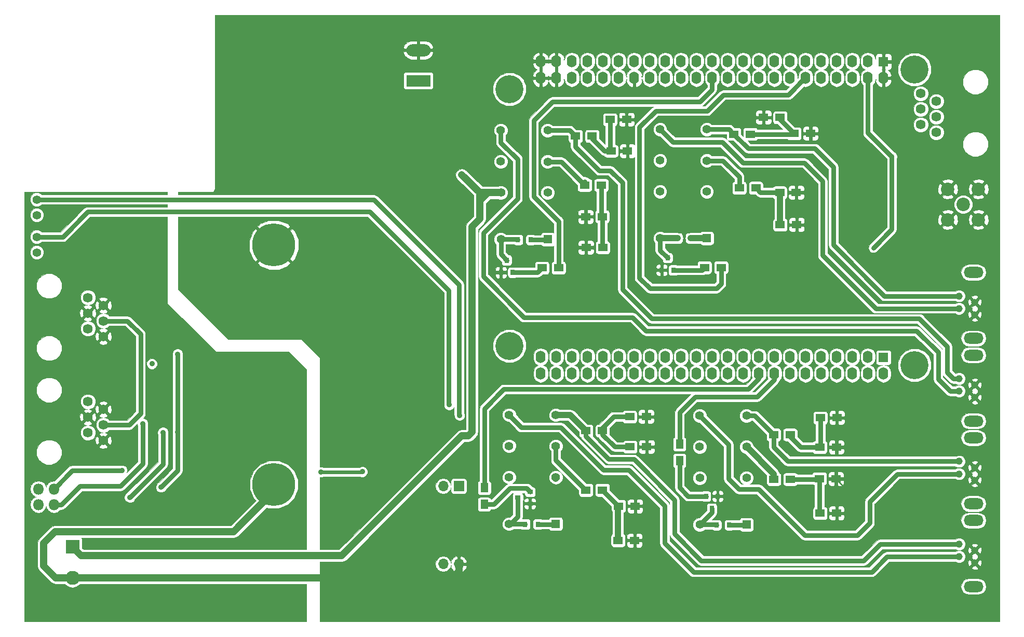
<source format=gbr>
G04 #@! TF.FileFunction,Copper,L2,Bot,Signal*
%FSLAX46Y46*%
G04 Gerber Fmt 4.6, Leading zero omitted, Abs format (unit mm)*
G04 Created by KiCad (PCBNEW 4.0.7-e2-6376~58~ubuntu16.04.1) date Wed Jul 25 13:51:57 2018*
%MOMM*%
%LPD*%
G01*
G04 APERTURE LIST*
%ADD10C,0.100000*%
%ADD11C,2.200000*%
%ADD12R,1.600000X1.600000*%
%ADD13O,1.600000X2.000000*%
%ADD14C,1.160000*%
%ADD15O,3.200000X1.800000*%
%ADD16R,2.300000X2.300000*%
%ADD17O,2.300000X2.300000*%
%ADD18C,7.000000*%
%ADD19C,4.572000*%
%ADD20R,1.700000X1.700000*%
%ADD21O,1.700000X1.700000*%
%ADD22C,1.590000*%
%ADD23R,1.400000X1.400000*%
%ADD24C,1.400000*%
%ADD25R,3.960000X1.980000*%
%ADD26O,3.960000X1.980000*%
%ADD27R,0.900000X0.800000*%
%ADD28R,0.800000X0.900000*%
%ADD29R,1.500000X1.300000*%
%ADD30R,1.300000X1.500000*%
%ADD31O,1.800000X1.800000*%
%ADD32C,0.900000*%
%ADD33C,0.600000*%
%ADD34C,1.200000*%
%ADD35C,0.250000*%
%ADD36C,0.800000*%
%ADD37C,1.000000*%
%ADD38C,0.600000*%
%ADD39C,0.400000*%
%ADD40C,0.050000*%
G04 APERTURE END LIST*
D10*
D11*
X269474800Y-66175500D03*
X264474800Y-66175500D03*
X264474800Y-71175500D03*
X269474800Y-71175500D03*
X266974800Y-68675500D03*
D12*
X253982080Y-45403400D03*
D13*
X253982080Y-48043400D03*
X251442080Y-45303400D03*
X251442080Y-48043400D03*
X248902080Y-45303400D03*
X248902080Y-48043400D03*
X246362080Y-45303400D03*
X246362080Y-48043400D03*
X243822080Y-45303400D03*
X243822080Y-48043400D03*
X241282080Y-45303400D03*
X241282080Y-48043400D03*
X238742080Y-45303400D03*
X238742080Y-48043400D03*
X236202080Y-45303400D03*
X236202080Y-48043400D03*
X233662080Y-45303400D03*
X233662080Y-48043400D03*
X231122080Y-45303400D03*
X231122080Y-48043400D03*
X228582080Y-45303400D03*
X228582080Y-48043400D03*
X226042080Y-45303400D03*
X226042080Y-48043400D03*
X223502080Y-45303400D03*
X223502080Y-48043400D03*
X220962080Y-45303400D03*
X220962080Y-48043400D03*
X218422080Y-45303400D03*
X218422080Y-48043400D03*
X215882080Y-45303400D03*
X215882080Y-48043400D03*
X213342080Y-45303400D03*
X213342080Y-48043400D03*
X210802080Y-45303400D03*
X210802080Y-48043400D03*
X208262080Y-45303400D03*
X208262080Y-48043400D03*
X205722080Y-45303400D03*
X205722080Y-48043400D03*
X203182080Y-45303400D03*
X203182080Y-48043400D03*
X200642080Y-45303400D03*
X200642080Y-48043400D03*
X198102080Y-45303400D03*
X198102080Y-48043400D03*
D12*
X253982080Y-93663400D03*
D13*
X253982080Y-96303400D03*
X251442080Y-93563400D03*
X251442080Y-96303400D03*
X248902080Y-93563400D03*
X248902080Y-96303400D03*
X246362080Y-93563400D03*
X246362080Y-96303400D03*
X243822080Y-93563400D03*
X243822080Y-96303400D03*
X241282080Y-93563400D03*
X241282080Y-96303400D03*
X238742080Y-93563400D03*
X238742080Y-96303400D03*
X236202080Y-93563400D03*
X236202080Y-96303400D03*
X233662080Y-93563400D03*
X233662080Y-96303400D03*
X231122080Y-93563400D03*
X231122080Y-96303400D03*
X228582080Y-93563400D03*
X228582080Y-96303400D03*
X226042080Y-93563400D03*
X226042080Y-96303400D03*
X223502080Y-93563400D03*
X223502080Y-96303400D03*
X220962080Y-93563400D03*
X220962080Y-96303400D03*
X218422080Y-93563400D03*
X218422080Y-96303400D03*
X215882080Y-93563400D03*
X215882080Y-96303400D03*
X213342080Y-93563400D03*
X213342080Y-96303400D03*
X210802080Y-93563400D03*
X210802080Y-96303400D03*
X208262080Y-93563400D03*
X208262080Y-96303400D03*
X205722080Y-93563400D03*
X205722080Y-96303400D03*
X203182080Y-93563400D03*
X203182080Y-96303400D03*
X200642080Y-93563400D03*
X200642080Y-96303400D03*
X198102080Y-93563400D03*
X198102080Y-96303400D03*
D14*
X266311480Y-85660000D03*
X266311480Y-83620000D03*
X268861480Y-84640000D03*
X268861480Y-86680000D03*
D15*
X268661480Y-90530000D03*
X268661480Y-79770000D03*
D14*
X266311480Y-99160000D03*
X266311480Y-97120000D03*
X268861480Y-98140000D03*
X268861480Y-100180000D03*
D15*
X268661480Y-104030000D03*
X268661480Y-93270000D03*
D14*
X266311480Y-112660000D03*
X266311480Y-110620000D03*
X268861480Y-111640000D03*
X268861480Y-113680000D03*
D15*
X268661480Y-117530000D03*
X268661480Y-106770000D03*
D14*
X266311480Y-126160000D03*
X266311480Y-124120000D03*
X268861480Y-125140000D03*
X268861480Y-127180000D03*
D15*
X268661480Y-131030000D03*
X268661480Y-120270000D03*
D16*
X121760000Y-124560000D03*
D17*
X121760000Y-129640000D03*
D18*
X154590000Y-114400000D03*
X154590000Y-75300000D03*
D19*
X193022080Y-49848400D03*
X259062080Y-46673400D03*
X259062080Y-94933400D03*
X193022080Y-91758400D03*
D20*
X184740000Y-114670000D03*
D21*
X182200000Y-114670000D03*
X184740000Y-127370000D03*
X182200000Y-127370000D03*
D22*
X126812500Y-107222500D03*
X124272500Y-105952500D03*
X126812500Y-104682500D03*
X124272500Y-103412500D03*
X126812500Y-102142500D03*
X124272500Y-100872500D03*
D23*
X199224820Y-74383060D03*
D24*
X191604820Y-74383060D03*
X199224820Y-61693060D03*
X199224820Y-56603060D03*
X199224820Y-66763060D03*
X191594820Y-61673060D03*
X191594820Y-56593060D03*
X191604820Y-66763060D03*
D25*
X178140200Y-48489500D03*
D26*
X178140200Y-43489500D03*
D23*
X200558240Y-120829500D03*
D24*
X192938240Y-120829500D03*
X200558240Y-108139500D03*
X200558240Y-103049500D03*
X200558240Y-113209500D03*
X192928240Y-108119500D03*
X192928240Y-103039500D03*
X192938240Y-113209500D03*
D23*
X231645340Y-120941260D03*
D24*
X224025340Y-120941260D03*
X231645340Y-108251260D03*
X231645340Y-103161260D03*
X231645340Y-113321260D03*
X224015340Y-108231260D03*
X224015340Y-103151260D03*
X224025340Y-113321260D03*
D23*
X225181000Y-74207000D03*
D24*
X217561000Y-74207000D03*
X225181000Y-61517000D03*
X225181000Y-56427000D03*
X225181000Y-66587000D03*
X217551000Y-61497000D03*
X217551000Y-56417000D03*
X217561000Y-66587000D03*
D27*
X196353780Y-115588640D03*
X196353780Y-117488640D03*
X194353780Y-116538640D03*
D28*
X225050000Y-116300000D03*
X226950000Y-116300000D03*
X226000000Y-118300000D03*
X193507240Y-79773920D03*
X191607240Y-79773920D03*
X192557240Y-77773920D03*
X219737820Y-79390380D03*
X217837820Y-79390380D03*
X218787820Y-77390380D03*
D22*
X260075220Y-50589240D03*
X262615220Y-51859240D03*
X260075220Y-53129240D03*
X262615220Y-54399240D03*
X260075220Y-55669240D03*
X262615220Y-56939240D03*
D28*
X197643300Y-120869340D03*
X195543300Y-120869340D03*
X196472360Y-74453380D03*
X194372360Y-74453380D03*
X228847200Y-121009040D03*
X226747200Y-121009040D03*
X222522600Y-74189220D03*
X220422600Y-74189220D03*
D29*
X208150000Y-115300000D03*
X205450000Y-115300000D03*
X207968680Y-65535440D03*
X205268680Y-65535440D03*
X238801740Y-113538900D03*
X236101740Y-113538900D03*
X233170560Y-65982480D03*
X230470560Y-65982480D03*
X208179500Y-105624260D03*
X205479500Y-105624260D03*
X206465000Y-57519200D03*
X203765000Y-57519200D03*
X238761100Y-106269420D03*
X236061100Y-106269420D03*
X232276480Y-57209320D03*
X229576480Y-57209320D03*
X208136320Y-70676400D03*
X205436320Y-70676400D03*
X243543940Y-113444920D03*
X246243940Y-113444920D03*
X210800800Y-117922940D03*
X213500800Y-117922940D03*
X237064400Y-66739400D03*
X239764400Y-66739400D03*
X208192200Y-75705600D03*
X205492200Y-75705600D03*
X243653160Y-119086260D03*
X246353160Y-119086260D03*
X210716980Y-123510940D03*
X213416980Y-123510940D03*
X237140600Y-71997200D03*
X239840600Y-71997200D03*
X209550000Y-59950000D03*
X212250000Y-59950000D03*
X243691260Y-103503360D03*
X246391260Y-103503360D03*
X239400000Y-57100000D03*
X242100000Y-57100000D03*
X209400000Y-54825000D03*
X212100000Y-54825000D03*
X243615060Y-108303960D03*
X246315060Y-108303960D03*
X212675000Y-108250000D03*
X215375000Y-108250000D03*
X237125000Y-54475000D03*
X234425000Y-54475000D03*
D30*
X188904720Y-114924480D03*
X188904720Y-117624480D03*
X220728380Y-107799780D03*
X220728380Y-110499780D03*
D29*
X201011620Y-79030460D03*
X198311620Y-79030460D03*
X227496200Y-78982200D03*
X224796200Y-78982200D03*
X212604200Y-103325560D03*
X215304200Y-103325560D03*
D22*
X126812500Y-90222500D03*
X124272500Y-88952500D03*
X126812500Y-87682500D03*
X124272500Y-86412500D03*
X126812500Y-85142500D03*
X124272500Y-83872500D03*
D24*
X115936240Y-67870000D03*
X115936240Y-70410000D03*
X115936240Y-73970000D03*
X115936240Y-76510000D03*
D31*
X116166240Y-115132500D03*
X116166240Y-117672500D03*
X118706240Y-115132500D03*
X118706240Y-117672500D03*
D32*
X166220000Y-87600000D03*
X172500000Y-92370000D03*
D33*
X248000000Y-115060000D03*
X240075000Y-65050000D03*
X212150000Y-57575000D03*
X205325000Y-85400000D03*
D32*
X186275000Y-106450000D03*
D33*
X185225000Y-63850000D03*
X252310740Y-75758940D03*
D32*
X255340000Y-60880000D03*
X149602500Y-96752500D03*
X136502500Y-105902500D03*
X131085000Y-116485000D03*
X183170000Y-101390000D03*
X184860000Y-103100000D03*
X138902500Y-93120000D03*
X138902500Y-105852500D03*
X136202500Y-114822500D03*
X134702500Y-94700000D03*
X133202500Y-104452500D03*
X129810000Y-112120000D03*
X169002500Y-112312500D03*
X162252500Y-112362500D03*
D34*
X121760000Y-129640000D02*
X183680000Y-129640000D01*
X184740000Y-128580000D02*
X184740000Y-127370000D01*
X183680000Y-129640000D02*
X184740000Y-128580000D01*
X154590000Y-114400000D02*
X154590000Y-115530000D01*
X154590000Y-115530000D02*
X148020000Y-122100000D01*
X148020000Y-122100000D02*
X118910000Y-122100000D01*
X118910000Y-122100000D02*
X117070000Y-123940000D01*
X117070000Y-123940000D02*
X117070000Y-127690000D01*
X117070000Y-127690000D02*
X119020000Y-129640000D01*
X119020000Y-129640000D02*
X121760000Y-129640000D01*
D35*
X242100000Y-57100000D02*
X242725000Y-57100000D01*
X246243940Y-113444920D02*
X247880080Y-115179920D01*
X247880080Y-115179920D02*
X248000000Y-115060000D01*
X239764400Y-66739400D02*
X239764400Y-65360600D01*
X239764400Y-65360600D02*
X240075000Y-65050000D01*
X212250000Y-59950000D02*
X212250000Y-57675000D01*
X212250000Y-57675000D02*
X212150000Y-57575000D01*
X205492200Y-75705600D02*
X205492200Y-85232800D01*
X205492200Y-85232800D02*
X205325000Y-85400000D01*
X217837820Y-79390380D02*
X217165380Y-79390380D01*
X239840600Y-73609400D02*
X239840600Y-71997200D01*
X238250000Y-75200000D02*
X239840600Y-73609400D01*
X235050000Y-75200000D02*
X238250000Y-75200000D01*
X230375000Y-70525000D02*
X235050000Y-75200000D01*
X218775000Y-70525000D02*
X230375000Y-70525000D01*
X215825000Y-73475000D02*
X218775000Y-70525000D01*
X215825000Y-78050000D02*
X215825000Y-73475000D01*
X217165380Y-79390380D02*
X215825000Y-78050000D01*
D36*
X253982080Y-47943400D02*
X253993400Y-47943400D01*
D37*
X213500800Y-117922940D02*
X213575740Y-117922940D01*
X222522600Y-74189220D02*
X225163220Y-74189220D01*
X225163220Y-74189220D02*
X225181000Y-74207000D01*
D36*
X228847200Y-121009040D02*
X231577560Y-121009040D01*
X231577560Y-121009040D02*
X231645340Y-120941260D01*
X197643300Y-120869340D02*
X200518400Y-120869340D01*
X200518400Y-120869340D02*
X200558240Y-120829500D01*
X196472360Y-74453380D02*
X199154500Y-74453380D01*
X199154500Y-74453380D02*
X199224820Y-74383060D01*
X266311480Y-112660000D02*
X256265000Y-112660000D01*
X228725000Y-107860920D02*
X224015340Y-103151260D01*
X228725000Y-113500000D02*
X228725000Y-107860920D01*
X230375000Y-115150000D02*
X228725000Y-113500000D01*
X233625000Y-115150000D02*
X230375000Y-115150000D01*
X241150000Y-122675000D02*
X233625000Y-115150000D01*
X249725000Y-122675000D02*
X241150000Y-122675000D01*
X251725000Y-120675000D02*
X249725000Y-122675000D01*
X251725000Y-117200000D02*
X251725000Y-120675000D01*
X256265000Y-112660000D02*
X251725000Y-117200000D01*
X186275000Y-106450000D02*
X186270000Y-106450000D01*
D34*
X121760000Y-124560000D02*
X121760000Y-124660000D01*
X121760000Y-124660000D02*
X123100000Y-126000000D01*
X165680000Y-126000000D02*
X169320000Y-122360000D01*
X123100000Y-126000000D02*
X165680000Y-126000000D01*
X185230000Y-106450000D02*
X186275000Y-106450000D01*
X169320000Y-122360000D02*
X185230000Y-106450000D01*
X186870000Y-105855000D02*
X186275000Y-106450000D01*
X186870000Y-72320000D02*
X186870000Y-105855000D01*
D36*
X188138060Y-68170000D02*
X188138060Y-68101940D01*
D34*
X188138060Y-68101940D02*
X189476940Y-66763060D01*
X188138060Y-66763060D02*
X188138060Y-68170000D01*
X188138060Y-68170000D02*
X188138060Y-71051940D01*
X188138060Y-71051940D02*
X186870000Y-72320000D01*
X191604820Y-66763060D02*
X189476940Y-66763060D01*
X189476940Y-66763060D02*
X188138060Y-66763060D01*
X188138060Y-66763060D02*
X185225000Y-63850000D01*
D37*
X200558240Y-113209500D02*
X200442200Y-113209500D01*
X200558240Y-113209500D02*
X200558240Y-113477940D01*
D36*
X191604820Y-66763060D02*
X191590380Y-66777500D01*
D37*
X178140200Y-48489500D02*
X178914500Y-48489500D01*
D36*
X188904720Y-117624480D02*
X190485880Y-117624480D01*
X195779780Y-115014640D02*
X196353780Y-115588640D01*
X193095720Y-115014640D02*
X195779780Y-115014640D01*
X190485880Y-117624480D02*
X193095720Y-115014640D01*
X193507240Y-79773920D02*
X197568160Y-79773920D01*
X197568160Y-79773920D02*
X198311620Y-79030460D01*
X225050000Y-116300000D02*
X222100000Y-116300000D01*
X220728380Y-114928380D02*
X220728380Y-110499780D01*
X222100000Y-116300000D02*
X220728380Y-114928380D01*
X219737820Y-79390380D02*
X224388020Y-79390380D01*
X224388020Y-79390380D02*
X224796200Y-78982200D01*
X233662080Y-96203400D02*
X233662080Y-97087920D01*
X233662080Y-97087920D02*
X231900000Y-98850000D01*
X231900000Y-98850000D02*
X192075000Y-98850000D01*
X192075000Y-98850000D02*
X188904720Y-102020280D01*
X188904720Y-102020280D02*
X188904720Y-114924480D01*
X233400000Y-100100000D02*
X236202080Y-97297920D01*
X223275000Y-100100000D02*
X233400000Y-100100000D01*
X236202080Y-97297920D02*
X236202080Y-96203400D01*
X220728380Y-102646620D02*
X223275000Y-100100000D01*
X220728380Y-107799780D02*
X220728380Y-102646620D01*
X226042080Y-47943400D02*
X226042080Y-49917920D01*
X200050000Y-51890000D02*
X196950000Y-54990000D01*
X224070000Y-51890000D02*
X200050000Y-51890000D01*
X226042080Y-49917920D02*
X224070000Y-51890000D01*
X201011620Y-79030460D02*
X201011620Y-71461620D01*
X196950000Y-67400000D02*
X196950000Y-54990000D01*
X201011620Y-71461620D02*
X196950000Y-67400000D01*
X201011620Y-79030460D02*
X201213560Y-79030460D01*
X221225000Y-82400000D02*
X215900000Y-82400000D01*
X214200000Y-56075000D02*
X216875000Y-53400000D01*
X214200000Y-80700000D02*
X214200000Y-56075000D01*
X215900000Y-82400000D02*
X214200000Y-80700000D01*
X227496200Y-78982200D02*
X227496200Y-81653800D01*
X238450480Y-50775000D02*
X241282080Y-47943400D01*
X227900000Y-50775000D02*
X238450480Y-50775000D01*
X225275000Y-53400000D02*
X227900000Y-50775000D01*
X216875000Y-53400000D02*
X225275000Y-53400000D01*
X226750000Y-82400000D02*
X221225000Y-82400000D01*
X227496200Y-81653800D02*
X226750000Y-82400000D01*
X194353780Y-119629060D02*
X194353780Y-116538640D01*
X195503460Y-120829500D02*
X195543300Y-120869340D01*
X192938240Y-120829500D02*
X193153340Y-120829500D01*
X193153340Y-120829500D02*
X194353780Y-119629060D01*
X192938240Y-120829500D02*
X195503460Y-120829500D01*
X191604820Y-74383060D02*
X194302040Y-74383060D01*
X191604820Y-74383060D02*
X191604820Y-76821500D01*
X194302040Y-74383060D02*
X194372360Y-74453380D01*
X191604820Y-76821500D02*
X192557240Y-77773920D01*
X226000000Y-118300000D02*
X226000000Y-118966600D01*
X226000000Y-118966600D02*
X224025340Y-120941260D01*
X224025340Y-120941260D02*
X226679420Y-120941260D01*
X226679420Y-120941260D02*
X226747200Y-121009040D01*
D37*
X217561000Y-74207000D02*
X220404820Y-74207000D01*
X220404820Y-74207000D02*
X220422600Y-74189220D01*
D36*
X217561000Y-74207000D02*
X217561000Y-76163560D01*
X217561000Y-76163560D02*
X218787820Y-77390380D01*
X255340000Y-60880000D02*
X255340000Y-72729680D01*
X255340000Y-72729680D02*
X252310740Y-75758940D01*
X251442080Y-47943400D02*
X251442080Y-56982080D01*
X251442080Y-56982080D02*
X255340000Y-60880000D01*
X208136320Y-70676400D02*
X208136320Y-75649720D01*
X207968680Y-65535440D02*
X207968680Y-70508760D01*
X207968680Y-70508760D02*
X208136320Y-70676400D01*
X208136320Y-75649720D02*
X208192200Y-75705600D01*
X205268680Y-65535440D02*
X205268680Y-64909320D01*
X201426300Y-61693060D02*
X205268680Y-65535440D01*
X199224820Y-61693060D02*
X201426300Y-61693060D01*
X243543940Y-113444920D02*
X243543940Y-118977040D01*
X238801740Y-113538900D02*
X243449960Y-113538900D01*
X243449960Y-113538900D02*
X243543940Y-113444920D01*
D37*
X243449960Y-113538900D02*
X243543940Y-113444920D01*
D36*
X243543940Y-118977040D02*
X243653160Y-119086260D01*
D37*
X243543940Y-118977040D02*
X243653160Y-119086260D01*
X236101740Y-112707660D02*
X231645340Y-108251260D01*
D36*
X231645340Y-108251260D02*
X231691660Y-108251260D01*
D37*
X236101740Y-113538900D02*
X236101740Y-112707660D01*
D36*
X233927480Y-66739400D02*
X233170560Y-65982480D01*
X237064400Y-66739400D02*
X233927480Y-66739400D01*
D37*
X237064400Y-66739400D02*
X237064400Y-71921000D01*
X237064400Y-71921000D02*
X237140600Y-71997200D01*
D36*
X227781800Y-61517000D02*
X225181000Y-61517000D01*
X230470560Y-64205760D02*
X227781800Y-61517000D01*
X230470560Y-65982480D02*
X230470560Y-64205760D01*
X208150000Y-115300000D02*
X208177860Y-115300000D01*
X208177860Y-115300000D02*
X210800800Y-117922940D01*
D37*
X210716980Y-118006760D02*
X210800800Y-117922940D01*
X210716980Y-123510940D02*
X210716980Y-118006760D01*
D36*
X200558240Y-108139500D02*
X200558240Y-110408240D01*
X200558240Y-110408240D02*
X205450000Y-115300000D01*
X209400000Y-54825000D02*
X209400000Y-59800000D01*
X209400000Y-59800000D02*
X209550000Y-59950000D01*
X206465000Y-57519200D02*
X206465000Y-57890000D01*
X206465000Y-57890000D02*
X208525000Y-59950000D01*
X208525000Y-59950000D02*
X209550000Y-59950000D01*
X266311480Y-97120000D02*
X265345000Y-97120000D01*
X259800000Y-87325000D02*
X220250000Y-87325000D01*
X264350000Y-91875000D02*
X259800000Y-87325000D01*
X264350000Y-96125000D02*
X264350000Y-91875000D01*
X265345000Y-97120000D02*
X264350000Y-96125000D01*
X220250000Y-87325000D02*
X216175000Y-87325000D01*
X216175000Y-87325000D02*
X211425000Y-82575000D01*
X211425000Y-65150000D02*
X209400000Y-63125000D01*
X211425000Y-82575000D02*
X211425000Y-65150000D01*
X209400000Y-63125000D02*
X207650000Y-63125000D01*
X203765000Y-59240000D02*
X203765000Y-57519200D01*
X207650000Y-63125000D02*
X203765000Y-59240000D01*
X202848860Y-56603060D02*
X203765000Y-57519200D01*
X199224820Y-56603060D02*
X202848860Y-56603060D01*
X240478960Y-108303960D02*
X243615060Y-108303960D01*
X243691260Y-103503360D02*
X243691260Y-108227760D01*
X243691260Y-108227760D02*
X243615060Y-108303960D01*
D37*
X243691260Y-108227760D02*
X243615060Y-108303960D01*
D36*
X238761100Y-106269420D02*
X238761100Y-106586100D01*
X238761100Y-106586100D02*
X240478960Y-108303960D01*
X231645340Y-103161260D02*
X232952940Y-103161260D01*
X236061100Y-106269420D02*
X236061100Y-108261100D01*
X236061100Y-108261100D02*
X238375000Y-110575000D01*
X232952940Y-103161260D02*
X236061100Y-106269420D01*
X238375000Y-110575000D02*
X266266480Y-110575000D01*
X266266480Y-110575000D02*
X266311480Y-110620000D01*
X237125000Y-54475000D02*
X237125000Y-54825000D01*
X237125000Y-54825000D02*
X239400000Y-57100000D01*
X232276480Y-57209320D02*
X239290680Y-57209320D01*
X239290680Y-57209320D02*
X239400000Y-57100000D01*
X232220600Y-57153440D02*
X232276480Y-57209320D01*
X225181000Y-56427000D02*
X228794160Y-56427000D01*
X231917160Y-59550000D02*
X229576480Y-57209320D01*
X242775000Y-59550000D02*
X231917160Y-59550000D01*
X245812500Y-62587500D02*
X242775000Y-59550000D01*
X228794160Y-56427000D02*
X229576480Y-57209320D01*
X245812500Y-62587500D02*
X245812500Y-75312500D01*
X245812500Y-75312500D02*
X254120000Y-83620000D01*
X254120000Y-83620000D02*
X266311480Y-83620000D01*
X210150000Y-108250000D02*
X212675000Y-108250000D01*
X208179500Y-106279500D02*
X210150000Y-108250000D01*
X208179500Y-105624260D02*
X208179500Y-106279500D01*
X208179500Y-105624260D02*
X208179500Y-105145500D01*
X208179500Y-105145500D02*
X209999440Y-103325560D01*
X209999440Y-103325560D02*
X212604200Y-103325560D01*
X266311480Y-124120000D02*
X253480000Y-124120000D01*
X219925000Y-116925000D02*
X219925000Y-122475000D01*
X253480000Y-124120000D02*
X250775000Y-126825000D01*
X250775000Y-126825000D02*
X224275000Y-126825000D01*
X224275000Y-126825000D02*
X219925000Y-122475000D01*
X213275000Y-110275000D02*
X219925000Y-116925000D01*
X209200000Y-110275000D02*
X213275000Y-110275000D01*
X205479500Y-106554500D02*
X209200000Y-110275000D01*
X205479500Y-105624260D02*
X205479500Y-106554500D01*
D37*
X200558240Y-103049500D02*
X202904740Y-103049500D01*
X202904740Y-103049500D02*
X205479500Y-105624260D01*
D36*
X192928240Y-108119500D02*
X193144500Y-108119500D01*
X224015340Y-108231260D02*
X224015340Y-108265340D01*
X136502500Y-105902500D02*
X136502500Y-111067500D01*
X136502500Y-111067500D02*
X131085000Y-116485000D01*
X133802500Y-113767500D02*
X131085000Y-116485000D01*
X120180000Y-73970000D02*
X124270000Y-69880000D01*
X124270000Y-69880000D02*
X170250000Y-69880000D01*
X170250000Y-69880000D02*
X183120000Y-82750000D01*
X183120000Y-82750000D02*
X183120000Y-101340000D01*
X183120000Y-101340000D02*
X183170000Y-101390000D01*
X120180000Y-73970000D02*
X115936240Y-73970000D01*
X115936240Y-67870000D02*
X170870000Y-67870000D01*
X184790000Y-103030000D02*
X184860000Y-103100000D01*
X184790000Y-81790000D02*
X184790000Y-103030000D01*
X170870000Y-67870000D02*
X184790000Y-81790000D01*
X188725000Y-79250000D02*
X188725000Y-80445000D01*
X213060000Y-87100000D02*
X215285000Y-89325000D01*
X195380000Y-87100000D02*
X213060000Y-87100000D01*
X188725000Y-80445000D02*
X195380000Y-87100000D01*
X191594820Y-56593060D02*
X191594820Y-58569820D01*
X259400000Y-89325000D02*
X262900000Y-92825000D01*
X215285000Y-89325000D02*
X259400000Y-89325000D01*
X188725000Y-73325000D02*
X188725000Y-79250000D01*
X194325000Y-67725000D02*
X188725000Y-73325000D01*
X194325000Y-61300000D02*
X194325000Y-67725000D01*
X191594820Y-58569820D02*
X194325000Y-61300000D01*
X266311480Y-99160000D02*
X264860000Y-99160000D01*
X264860000Y-99160000D02*
X262900000Y-97200000D01*
X262900000Y-97200000D02*
X262900000Y-92825000D01*
X191594820Y-56593060D02*
X191594820Y-56655840D01*
X266311480Y-126160000D02*
X254565000Y-126160000D01*
X254565000Y-126160000D02*
X252050000Y-128675000D01*
X252050000Y-128675000D02*
X223025000Y-128675000D01*
X218325000Y-123975000D02*
X218325000Y-120125000D01*
X223025000Y-128675000D02*
X218325000Y-123975000D01*
X218325000Y-120125000D02*
X218325000Y-117850000D01*
X218325000Y-117850000D02*
X212500000Y-112025000D01*
X212500000Y-112025000D02*
X208350000Y-112025000D01*
X208350000Y-112025000D02*
X201375000Y-105050000D01*
X201375000Y-105050000D02*
X194938740Y-105050000D01*
X194938740Y-105050000D02*
X192928240Y-103039500D01*
X192928240Y-103039500D02*
X193081440Y-103039500D01*
X266311480Y-85660000D02*
X252785000Y-85660000D01*
X244075000Y-76950000D02*
X244075000Y-64900000D01*
X252785000Y-85660000D02*
X244075000Y-76950000D01*
X219634000Y-58500000D02*
X217551000Y-56417000D01*
X227725000Y-58500000D02*
X219634000Y-58500000D01*
X231100000Y-61875000D02*
X227725000Y-58500000D01*
X241050000Y-61875000D02*
X231100000Y-61875000D01*
X244075000Y-64900000D02*
X241050000Y-61875000D01*
X138902500Y-105852500D02*
X138902500Y-93120000D01*
X138902500Y-105852500D02*
X138902500Y-112122500D01*
X138902500Y-112122500D02*
X136202500Y-114822500D01*
X126812500Y-104682500D02*
X130997500Y-104682500D01*
X130662500Y-87682500D02*
X126812500Y-87682500D01*
X132850000Y-89870000D02*
X130662500Y-87682500D01*
X132850000Y-102830000D02*
X132850000Y-89870000D01*
X130997500Y-104682500D02*
X132850000Y-102830000D01*
X118706240Y-117672500D02*
X119927500Y-117672500D01*
X133202500Y-111017500D02*
X133202500Y-104452500D01*
X129580000Y-114640000D02*
X133202500Y-111017500D01*
X122960000Y-114640000D02*
X129580000Y-114640000D01*
X119927500Y-117672500D02*
X122960000Y-114640000D01*
X133202500Y-104452500D02*
X133202500Y-104930000D01*
X129810000Y-112120000D02*
X121718740Y-112120000D01*
X121718740Y-112120000D02*
X118706240Y-115132500D01*
D35*
X129830000Y-112100000D02*
X129830000Y-112090000D01*
X129810000Y-112120000D02*
X129830000Y-112100000D01*
D38*
X168952500Y-112362500D02*
X162252500Y-112362500D01*
D39*
X169002500Y-112312500D02*
X168952500Y-112362500D01*
D40*
G36*
X137215000Y-67045000D02*
X116702282Y-67045000D01*
X116574333Y-66916828D01*
X116160998Y-66745196D01*
X115713445Y-66744805D01*
X115299811Y-66915715D01*
X114983068Y-67231907D01*
X114811436Y-67645242D01*
X114811045Y-68092795D01*
X114981955Y-68506429D01*
X115298147Y-68823172D01*
X115711482Y-68994804D01*
X116159035Y-68995195D01*
X116572669Y-68824285D01*
X116702179Y-68695000D01*
X137215000Y-68695000D01*
X137215000Y-69055000D01*
X124270000Y-69055000D01*
X123954286Y-69117799D01*
X123686637Y-69296637D01*
X119838274Y-73145000D01*
X116702282Y-73145000D01*
X116574333Y-73016828D01*
X116160998Y-72845196D01*
X115713445Y-72844805D01*
X115299811Y-73015715D01*
X114983068Y-73331907D01*
X114811436Y-73745242D01*
X114811045Y-74192795D01*
X114981955Y-74606429D01*
X115298147Y-74923172D01*
X115711482Y-75094804D01*
X116159035Y-75095195D01*
X116572669Y-74924285D01*
X116702179Y-74795000D01*
X120180000Y-74795000D01*
X120495714Y-74732201D01*
X120763363Y-74553363D01*
X124611726Y-70705000D01*
X137215000Y-70705000D01*
X137215000Y-84790000D01*
X137216970Y-84799726D01*
X137222322Y-84807678D01*
X145132322Y-92717678D01*
X145140593Y-92723163D01*
X145150000Y-92725000D01*
X156999644Y-92725000D01*
X159875000Y-95600356D01*
X159875000Y-124975000D01*
X123524569Y-124975000D01*
X123343326Y-124793757D01*
X123343326Y-123410000D01*
X123313691Y-123252504D01*
X123231644Y-123125000D01*
X148020000Y-123125000D01*
X148412251Y-123046977D01*
X148744784Y-122824784D01*
X153409732Y-118159837D01*
X153805844Y-118324317D01*
X155367305Y-118325680D01*
X156810429Y-117729393D01*
X157915513Y-116626237D01*
X158514317Y-115184156D01*
X158515680Y-113622695D01*
X157919393Y-112179571D01*
X156816237Y-111074487D01*
X155374156Y-110475683D01*
X153812695Y-110474320D01*
X152369571Y-111070607D01*
X151264487Y-112173763D01*
X150665683Y-113615844D01*
X150664320Y-115177305D01*
X151260607Y-116620429D01*
X151654960Y-117015471D01*
X147595432Y-121075000D01*
X118910000Y-121075000D01*
X118517749Y-121153023D01*
X118185216Y-121375216D01*
X116345216Y-123215216D01*
X116123023Y-123547749D01*
X116045000Y-123940000D01*
X116045000Y-127690000D01*
X116119592Y-128065000D01*
X116123023Y-128082251D01*
X116345216Y-128414784D01*
X118295215Y-130364784D01*
X118627749Y-130586977D01*
X119020000Y-130665000D01*
X120556188Y-130665000D01*
X120615451Y-130753693D01*
X121126418Y-131095110D01*
X121729144Y-131215000D01*
X121790856Y-131215000D01*
X122393582Y-131095110D01*
X122904549Y-130753693D01*
X122963812Y-130665000D01*
X159875000Y-130665000D01*
X159875000Y-136780280D01*
X144533530Y-136780280D01*
X144520760Y-136777740D01*
X113936240Y-136777740D01*
X113936240Y-115106542D01*
X114841240Y-115106542D01*
X114841240Y-115158458D01*
X114942100Y-115665514D01*
X115229324Y-116095374D01*
X115659184Y-116382598D01*
X115759238Y-116402500D01*
X115659184Y-116422402D01*
X115229324Y-116709626D01*
X114942100Y-117139486D01*
X114841240Y-117646542D01*
X114841240Y-117698458D01*
X114942100Y-118205514D01*
X115229324Y-118635374D01*
X115659184Y-118922598D01*
X116166240Y-119023458D01*
X116673296Y-118922598D01*
X117103156Y-118635374D01*
X117390380Y-118205514D01*
X117436240Y-117974961D01*
X117482100Y-118205514D01*
X117769324Y-118635374D01*
X118199184Y-118922598D01*
X118706240Y-119023458D01*
X119213296Y-118922598D01*
X119643156Y-118635374D01*
X119735281Y-118497500D01*
X119927500Y-118497500D01*
X120243214Y-118434701D01*
X120510863Y-118255863D01*
X122108441Y-116658285D01*
X130209849Y-116658285D01*
X130342779Y-116980000D01*
X130588705Y-117226356D01*
X130910188Y-117359848D01*
X131258285Y-117360151D01*
X131580000Y-117227221D01*
X131826356Y-116981295D01*
X131876720Y-116860006D01*
X133740941Y-114995785D01*
X135327349Y-114995785D01*
X135460279Y-115317500D01*
X135706205Y-115563856D01*
X136027688Y-115697348D01*
X136375785Y-115697651D01*
X136697500Y-115564721D01*
X136943856Y-115318795D01*
X136994220Y-115197506D01*
X139485863Y-112705863D01*
X139664701Y-112438214D01*
X139727500Y-112122500D01*
X139727500Y-106147359D01*
X139777348Y-106027312D01*
X139777651Y-105679215D01*
X139727500Y-105557840D01*
X139727500Y-93414859D01*
X139777348Y-93294812D01*
X139777651Y-92946715D01*
X139644721Y-92625000D01*
X139398795Y-92378644D01*
X139077312Y-92245152D01*
X138729215Y-92244849D01*
X138407500Y-92377779D01*
X138161144Y-92623705D01*
X138027652Y-92945188D01*
X138027349Y-93293285D01*
X138077500Y-93414660D01*
X138077500Y-105557641D01*
X138027652Y-105677688D01*
X138027349Y-106025785D01*
X138077500Y-106147160D01*
X138077500Y-111780774D01*
X135827633Y-114030641D01*
X135707500Y-114080279D01*
X135461144Y-114326205D01*
X135327652Y-114647688D01*
X135327349Y-114995785D01*
X133740941Y-114995785D01*
X137085863Y-111650863D01*
X137264701Y-111383214D01*
X137327500Y-111067500D01*
X137327500Y-106197359D01*
X137377348Y-106077312D01*
X137377651Y-105729215D01*
X137244721Y-105407500D01*
X136998795Y-105161144D01*
X136677312Y-105027652D01*
X136329215Y-105027349D01*
X136007500Y-105160279D01*
X135761144Y-105406205D01*
X135627652Y-105727688D01*
X135627349Y-106075785D01*
X135677500Y-106197160D01*
X135677500Y-110725774D01*
X130710133Y-115693141D01*
X130590000Y-115742779D01*
X130343644Y-115988705D01*
X130210152Y-116310188D01*
X130209849Y-116658285D01*
X122108441Y-116658285D01*
X123301726Y-115465000D01*
X129580000Y-115465000D01*
X129895714Y-115402201D01*
X130163363Y-115223363D01*
X133785863Y-111600863D01*
X133964701Y-111333214D01*
X134027500Y-111017500D01*
X134027500Y-104747359D01*
X134077348Y-104627312D01*
X134077651Y-104279215D01*
X133944721Y-103957500D01*
X133698795Y-103711144D01*
X133377312Y-103577652D01*
X133269168Y-103577558D01*
X133433363Y-103413363D01*
X133612201Y-103145714D01*
X133675000Y-102830000D01*
X133675000Y-94873285D01*
X133827349Y-94873285D01*
X133960279Y-95195000D01*
X134206205Y-95441356D01*
X134527688Y-95574848D01*
X134875785Y-95575151D01*
X135197500Y-95442221D01*
X135443856Y-95196295D01*
X135577348Y-94874812D01*
X135577651Y-94526715D01*
X135444721Y-94205000D01*
X135198795Y-93958644D01*
X134877312Y-93825152D01*
X134529215Y-93824849D01*
X134207500Y-93957779D01*
X133961144Y-94203705D01*
X133827652Y-94525188D01*
X133827349Y-94873285D01*
X133675000Y-94873285D01*
X133675000Y-89870000D01*
X133612201Y-89554286D01*
X133433363Y-89286637D01*
X131245863Y-87099137D01*
X130978214Y-86920299D01*
X130662500Y-86857500D01*
X127712776Y-86857500D01*
X127504477Y-86648838D01*
X127056238Y-86462712D01*
X126959293Y-86462628D01*
X127247444Y-86424758D01*
X127411641Y-86356745D01*
X127498461Y-86152316D01*
X126812500Y-85466355D01*
X126126539Y-86152316D01*
X126213359Y-86356745D01*
X126607014Y-86462320D01*
X126570892Y-86462289D01*
X126122328Y-86647631D01*
X125778838Y-86990523D01*
X125592712Y-87438762D01*
X125592289Y-87924108D01*
X125777631Y-88372672D01*
X126120523Y-88716162D01*
X126568762Y-88902288D01*
X126665707Y-88902372D01*
X126377556Y-88940242D01*
X126213359Y-89008255D01*
X126126539Y-89212684D01*
X126812500Y-89898645D01*
X127498461Y-89212684D01*
X127411641Y-89008255D01*
X127017986Y-88902680D01*
X127054108Y-88902711D01*
X127502672Y-88717369D01*
X127712907Y-88507500D01*
X130320774Y-88507500D01*
X132025000Y-90211726D01*
X132025000Y-102488274D01*
X130655774Y-103857500D01*
X127712776Y-103857500D01*
X127504477Y-103648838D01*
X127056238Y-103462712D01*
X126959293Y-103462628D01*
X127247444Y-103424758D01*
X127411641Y-103356745D01*
X127498461Y-103152316D01*
X126812500Y-102466355D01*
X126126539Y-103152316D01*
X126213359Y-103356745D01*
X126607014Y-103462320D01*
X126570892Y-103462289D01*
X126122328Y-103647631D01*
X125778838Y-103990523D01*
X125592712Y-104438762D01*
X125592289Y-104924108D01*
X125777631Y-105372672D01*
X126120523Y-105716162D01*
X126568762Y-105902288D01*
X126665707Y-105902372D01*
X126377556Y-105940242D01*
X126213359Y-106008255D01*
X126126539Y-106212684D01*
X126812500Y-106898645D01*
X127498461Y-106212684D01*
X127411641Y-106008255D01*
X127017986Y-105902680D01*
X127054108Y-105902711D01*
X127502672Y-105717369D01*
X127712907Y-105507500D01*
X130997500Y-105507500D01*
X131313214Y-105444701D01*
X131580863Y-105265863D01*
X132327442Y-104519284D01*
X132327349Y-104625785D01*
X132377500Y-104747160D01*
X132377500Y-110675774D01*
X130632575Y-112420699D01*
X130684848Y-112294812D01*
X130685151Y-111946715D01*
X130552221Y-111625000D01*
X130306295Y-111378644D01*
X129984812Y-111245152D01*
X129636715Y-111244849D01*
X129515340Y-111295000D01*
X121718740Y-111295000D01*
X121403026Y-111357799D01*
X121135377Y-111536637D01*
X118859906Y-113812108D01*
X118706240Y-113781542D01*
X118199184Y-113882402D01*
X117769324Y-114169626D01*
X117482100Y-114599486D01*
X117436240Y-114830039D01*
X117390380Y-114599486D01*
X117103156Y-114169626D01*
X116673296Y-113882402D01*
X116166240Y-113781542D01*
X115659184Y-113882402D01*
X115229324Y-114169626D01*
X114942100Y-114599486D01*
X114841240Y-115106542D01*
X113936240Y-115106542D01*
X113936240Y-109538481D01*
X115872145Y-109538481D01*
X116183581Y-110292215D01*
X116759752Y-110869392D01*
X117512941Y-111182143D01*
X118328481Y-111182855D01*
X119082215Y-110871419D01*
X119659392Y-110295248D01*
X119972143Y-109542059D01*
X119972855Y-108726519D01*
X119768655Y-108232316D01*
X126126539Y-108232316D01*
X126213359Y-108436745D01*
X126723637Y-108573598D01*
X127247444Y-108504758D01*
X127411641Y-108436745D01*
X127498461Y-108232316D01*
X126812500Y-107546355D01*
X126126539Y-108232316D01*
X119768655Y-108232316D01*
X119661419Y-107972785D01*
X119085248Y-107395608D01*
X118332059Y-107082857D01*
X117516519Y-107082145D01*
X116762785Y-107393581D01*
X116185608Y-107969752D01*
X115872857Y-108722941D01*
X115872145Y-109538481D01*
X113936240Y-109538481D01*
X113936240Y-106194108D01*
X123052289Y-106194108D01*
X123237631Y-106642672D01*
X123580523Y-106986162D01*
X124028762Y-107172288D01*
X124514108Y-107172711D01*
X124608674Y-107133637D01*
X125461402Y-107133637D01*
X125530242Y-107657444D01*
X125598255Y-107821641D01*
X125802684Y-107908461D01*
X126488645Y-107222500D01*
X127136355Y-107222500D01*
X127822316Y-107908461D01*
X128026745Y-107821641D01*
X128163598Y-107311363D01*
X128094758Y-106787556D01*
X128026745Y-106623359D01*
X127822316Y-106536539D01*
X127136355Y-107222500D01*
X126488645Y-107222500D01*
X125802684Y-106536539D01*
X125598255Y-106623359D01*
X125461402Y-107133637D01*
X124608674Y-107133637D01*
X124962672Y-106987369D01*
X125306162Y-106644477D01*
X125492288Y-106196238D01*
X125492711Y-105710892D01*
X125307369Y-105262328D01*
X124964477Y-104918838D01*
X124516238Y-104732712D01*
X124419293Y-104732628D01*
X124707444Y-104694758D01*
X124871641Y-104626745D01*
X124958461Y-104422316D01*
X124272500Y-103736355D01*
X123586539Y-104422316D01*
X123673359Y-104626745D01*
X124067014Y-104732320D01*
X124030892Y-104732289D01*
X123582328Y-104917631D01*
X123238838Y-105260523D01*
X123052712Y-105708762D01*
X123052289Y-106194108D01*
X113936240Y-106194108D01*
X113936240Y-103323637D01*
X122921402Y-103323637D01*
X122990242Y-103847444D01*
X123058255Y-104011641D01*
X123262684Y-104098461D01*
X123948645Y-103412500D01*
X124596355Y-103412500D01*
X125282316Y-104098461D01*
X125486745Y-104011641D01*
X125623598Y-103501363D01*
X125554758Y-102977556D01*
X125486745Y-102813359D01*
X125282316Y-102726539D01*
X124596355Y-103412500D01*
X123948645Y-103412500D01*
X123262684Y-102726539D01*
X123058255Y-102813359D01*
X122921402Y-103323637D01*
X113936240Y-103323637D01*
X113936240Y-101114108D01*
X123052289Y-101114108D01*
X123237631Y-101562672D01*
X123580523Y-101906162D01*
X124028762Y-102092288D01*
X124125707Y-102092372D01*
X123837556Y-102130242D01*
X123673359Y-102198255D01*
X123586539Y-102402684D01*
X124272500Y-103088645D01*
X124958461Y-102402684D01*
X124871641Y-102198255D01*
X124477986Y-102092680D01*
X124514108Y-102092711D01*
X124608674Y-102053637D01*
X125461402Y-102053637D01*
X125530242Y-102577444D01*
X125598255Y-102741641D01*
X125802684Y-102828461D01*
X126488645Y-102142500D01*
X127136355Y-102142500D01*
X127822316Y-102828461D01*
X128026745Y-102741641D01*
X128163598Y-102231363D01*
X128094758Y-101707556D01*
X128026745Y-101543359D01*
X127822316Y-101456539D01*
X127136355Y-102142500D01*
X126488645Y-102142500D01*
X125802684Y-101456539D01*
X125598255Y-101543359D01*
X125461402Y-102053637D01*
X124608674Y-102053637D01*
X124962672Y-101907369D01*
X125306162Y-101564477D01*
X125485458Y-101132684D01*
X126126539Y-101132684D01*
X126812500Y-101818645D01*
X127498461Y-101132684D01*
X127411641Y-100928255D01*
X126901363Y-100791402D01*
X126377556Y-100860242D01*
X126213359Y-100928255D01*
X126126539Y-101132684D01*
X125485458Y-101132684D01*
X125492288Y-101116238D01*
X125492711Y-100630892D01*
X125307369Y-100182328D01*
X124964477Y-99838838D01*
X124516238Y-99652712D01*
X124030892Y-99652289D01*
X123582328Y-99837631D01*
X123238838Y-100180523D01*
X123052712Y-100628762D01*
X123052289Y-101114108D01*
X113936240Y-101114108D01*
X113936240Y-99378481D01*
X115872145Y-99378481D01*
X116183581Y-100132215D01*
X116759752Y-100709392D01*
X117512941Y-101022143D01*
X118328481Y-101022855D01*
X119082215Y-100711419D01*
X119659392Y-100135248D01*
X119972143Y-99382059D01*
X119972855Y-98566519D01*
X119661419Y-97812785D01*
X119085248Y-97235608D01*
X118332059Y-96922857D01*
X117516519Y-96922145D01*
X116762785Y-97233581D01*
X116185608Y-97809752D01*
X115872857Y-98562941D01*
X115872145Y-99378481D01*
X113936240Y-99378481D01*
X113936240Y-92538481D01*
X115872145Y-92538481D01*
X116183581Y-93292215D01*
X116759752Y-93869392D01*
X117512941Y-94182143D01*
X118328481Y-94182855D01*
X119082215Y-93871419D01*
X119659392Y-93295248D01*
X119972143Y-92542059D01*
X119972855Y-91726519D01*
X119768655Y-91232316D01*
X126126539Y-91232316D01*
X126213359Y-91436745D01*
X126723637Y-91573598D01*
X127247444Y-91504758D01*
X127411641Y-91436745D01*
X127498461Y-91232316D01*
X126812500Y-90546355D01*
X126126539Y-91232316D01*
X119768655Y-91232316D01*
X119661419Y-90972785D01*
X119085248Y-90395608D01*
X118332059Y-90082857D01*
X117516519Y-90082145D01*
X116762785Y-90393581D01*
X116185608Y-90969752D01*
X115872857Y-91722941D01*
X115872145Y-92538481D01*
X113936240Y-92538481D01*
X113936240Y-89194108D01*
X123052289Y-89194108D01*
X123237631Y-89642672D01*
X123580523Y-89986162D01*
X124028762Y-90172288D01*
X124514108Y-90172711D01*
X124608674Y-90133637D01*
X125461402Y-90133637D01*
X125530242Y-90657444D01*
X125598255Y-90821641D01*
X125802684Y-90908461D01*
X126488645Y-90222500D01*
X127136355Y-90222500D01*
X127822316Y-90908461D01*
X128026745Y-90821641D01*
X128163598Y-90311363D01*
X128094758Y-89787556D01*
X128026745Y-89623359D01*
X127822316Y-89536539D01*
X127136355Y-90222500D01*
X126488645Y-90222500D01*
X125802684Y-89536539D01*
X125598255Y-89623359D01*
X125461402Y-90133637D01*
X124608674Y-90133637D01*
X124962672Y-89987369D01*
X125306162Y-89644477D01*
X125492288Y-89196238D01*
X125492711Y-88710892D01*
X125307369Y-88262328D01*
X124964477Y-87918838D01*
X124516238Y-87732712D01*
X124419293Y-87732628D01*
X124707444Y-87694758D01*
X124871641Y-87626745D01*
X124958461Y-87422316D01*
X124272500Y-86736355D01*
X123586539Y-87422316D01*
X123673359Y-87626745D01*
X124067014Y-87732320D01*
X124030892Y-87732289D01*
X123582328Y-87917631D01*
X123238838Y-88260523D01*
X123052712Y-88708762D01*
X123052289Y-89194108D01*
X113936240Y-89194108D01*
X113936240Y-86323637D01*
X122921402Y-86323637D01*
X122990242Y-86847444D01*
X123058255Y-87011641D01*
X123262684Y-87098461D01*
X123948645Y-86412500D01*
X124596355Y-86412500D01*
X125282316Y-87098461D01*
X125486745Y-87011641D01*
X125623598Y-86501363D01*
X125554758Y-85977556D01*
X125486745Y-85813359D01*
X125282316Y-85726539D01*
X124596355Y-86412500D01*
X123948645Y-86412500D01*
X123262684Y-85726539D01*
X123058255Y-85813359D01*
X122921402Y-86323637D01*
X113936240Y-86323637D01*
X113936240Y-84114108D01*
X123052289Y-84114108D01*
X123237631Y-84562672D01*
X123580523Y-84906162D01*
X124028762Y-85092288D01*
X124125707Y-85092372D01*
X123837556Y-85130242D01*
X123673359Y-85198255D01*
X123586539Y-85402684D01*
X124272500Y-86088645D01*
X124958461Y-85402684D01*
X124871641Y-85198255D01*
X124477986Y-85092680D01*
X124514108Y-85092711D01*
X124608674Y-85053637D01*
X125461402Y-85053637D01*
X125530242Y-85577444D01*
X125598255Y-85741641D01*
X125802684Y-85828461D01*
X126488645Y-85142500D01*
X127136355Y-85142500D01*
X127822316Y-85828461D01*
X128026745Y-85741641D01*
X128163598Y-85231363D01*
X128094758Y-84707556D01*
X128026745Y-84543359D01*
X127822316Y-84456539D01*
X127136355Y-85142500D01*
X126488645Y-85142500D01*
X125802684Y-84456539D01*
X125598255Y-84543359D01*
X125461402Y-85053637D01*
X124608674Y-85053637D01*
X124962672Y-84907369D01*
X125306162Y-84564477D01*
X125485458Y-84132684D01*
X126126539Y-84132684D01*
X126812500Y-84818645D01*
X127498461Y-84132684D01*
X127411641Y-83928255D01*
X126901363Y-83791402D01*
X126377556Y-83860242D01*
X126213359Y-83928255D01*
X126126539Y-84132684D01*
X125485458Y-84132684D01*
X125492288Y-84116238D01*
X125492711Y-83630892D01*
X125307369Y-83182328D01*
X124964477Y-82838838D01*
X124516238Y-82652712D01*
X124030892Y-82652289D01*
X123582328Y-82837631D01*
X123238838Y-83180523D01*
X123052712Y-83628762D01*
X123052289Y-84114108D01*
X113936240Y-84114108D01*
X113936240Y-82378481D01*
X115872145Y-82378481D01*
X116183581Y-83132215D01*
X116759752Y-83709392D01*
X117512941Y-84022143D01*
X118328481Y-84022855D01*
X119082215Y-83711419D01*
X119659392Y-83135248D01*
X119972143Y-82382059D01*
X119972855Y-81566519D01*
X119661419Y-80812785D01*
X119085248Y-80235608D01*
X118332059Y-79922857D01*
X117516519Y-79922145D01*
X116762785Y-80233581D01*
X116185608Y-80809752D01*
X115872857Y-81562941D01*
X115872145Y-82378481D01*
X113936240Y-82378481D01*
X113936240Y-76732795D01*
X114811045Y-76732795D01*
X114981955Y-77146429D01*
X115298147Y-77463172D01*
X115711482Y-77634804D01*
X116159035Y-77635195D01*
X116572669Y-77464285D01*
X116889412Y-77148093D01*
X117061044Y-76734758D01*
X117061435Y-76287205D01*
X116890525Y-75873571D01*
X116574333Y-75556828D01*
X116160998Y-75385196D01*
X115713445Y-75384805D01*
X115299811Y-75555715D01*
X114983068Y-75871907D01*
X114811436Y-76285242D01*
X114811045Y-76732795D01*
X113936240Y-76732795D01*
X113936240Y-70632795D01*
X114811045Y-70632795D01*
X114981955Y-71046429D01*
X115298147Y-71363172D01*
X115711482Y-71534804D01*
X116159035Y-71535195D01*
X116572669Y-71364285D01*
X116889412Y-71048093D01*
X117061044Y-70634758D01*
X117061435Y-70187205D01*
X116890525Y-69773571D01*
X116574333Y-69456828D01*
X116160998Y-69285196D01*
X115713445Y-69284805D01*
X115299811Y-69455715D01*
X114983068Y-69771907D01*
X114811436Y-70185242D01*
X114811045Y-70632795D01*
X113936240Y-70632795D01*
X113936240Y-66641220D01*
X137215000Y-66641220D01*
X137215000Y-67045000D01*
X137215000Y-67045000D01*
G37*
X137215000Y-67045000D02*
X116702282Y-67045000D01*
X116574333Y-66916828D01*
X116160998Y-66745196D01*
X115713445Y-66744805D01*
X115299811Y-66915715D01*
X114983068Y-67231907D01*
X114811436Y-67645242D01*
X114811045Y-68092795D01*
X114981955Y-68506429D01*
X115298147Y-68823172D01*
X115711482Y-68994804D01*
X116159035Y-68995195D01*
X116572669Y-68824285D01*
X116702179Y-68695000D01*
X137215000Y-68695000D01*
X137215000Y-69055000D01*
X124270000Y-69055000D01*
X123954286Y-69117799D01*
X123686637Y-69296637D01*
X119838274Y-73145000D01*
X116702282Y-73145000D01*
X116574333Y-73016828D01*
X116160998Y-72845196D01*
X115713445Y-72844805D01*
X115299811Y-73015715D01*
X114983068Y-73331907D01*
X114811436Y-73745242D01*
X114811045Y-74192795D01*
X114981955Y-74606429D01*
X115298147Y-74923172D01*
X115711482Y-75094804D01*
X116159035Y-75095195D01*
X116572669Y-74924285D01*
X116702179Y-74795000D01*
X120180000Y-74795000D01*
X120495714Y-74732201D01*
X120763363Y-74553363D01*
X124611726Y-70705000D01*
X137215000Y-70705000D01*
X137215000Y-84790000D01*
X137216970Y-84799726D01*
X137222322Y-84807678D01*
X145132322Y-92717678D01*
X145140593Y-92723163D01*
X145150000Y-92725000D01*
X156999644Y-92725000D01*
X159875000Y-95600356D01*
X159875000Y-124975000D01*
X123524569Y-124975000D01*
X123343326Y-124793757D01*
X123343326Y-123410000D01*
X123313691Y-123252504D01*
X123231644Y-123125000D01*
X148020000Y-123125000D01*
X148412251Y-123046977D01*
X148744784Y-122824784D01*
X153409732Y-118159837D01*
X153805844Y-118324317D01*
X155367305Y-118325680D01*
X156810429Y-117729393D01*
X157915513Y-116626237D01*
X158514317Y-115184156D01*
X158515680Y-113622695D01*
X157919393Y-112179571D01*
X156816237Y-111074487D01*
X155374156Y-110475683D01*
X153812695Y-110474320D01*
X152369571Y-111070607D01*
X151264487Y-112173763D01*
X150665683Y-113615844D01*
X150664320Y-115177305D01*
X151260607Y-116620429D01*
X151654960Y-117015471D01*
X147595432Y-121075000D01*
X118910000Y-121075000D01*
X118517749Y-121153023D01*
X118185216Y-121375216D01*
X116345216Y-123215216D01*
X116123023Y-123547749D01*
X116045000Y-123940000D01*
X116045000Y-127690000D01*
X116119592Y-128065000D01*
X116123023Y-128082251D01*
X116345216Y-128414784D01*
X118295215Y-130364784D01*
X118627749Y-130586977D01*
X119020000Y-130665000D01*
X120556188Y-130665000D01*
X120615451Y-130753693D01*
X121126418Y-131095110D01*
X121729144Y-131215000D01*
X121790856Y-131215000D01*
X122393582Y-131095110D01*
X122904549Y-130753693D01*
X122963812Y-130665000D01*
X159875000Y-130665000D01*
X159875000Y-136780280D01*
X144533530Y-136780280D01*
X144520760Y-136777740D01*
X113936240Y-136777740D01*
X113936240Y-115106542D01*
X114841240Y-115106542D01*
X114841240Y-115158458D01*
X114942100Y-115665514D01*
X115229324Y-116095374D01*
X115659184Y-116382598D01*
X115759238Y-116402500D01*
X115659184Y-116422402D01*
X115229324Y-116709626D01*
X114942100Y-117139486D01*
X114841240Y-117646542D01*
X114841240Y-117698458D01*
X114942100Y-118205514D01*
X115229324Y-118635374D01*
X115659184Y-118922598D01*
X116166240Y-119023458D01*
X116673296Y-118922598D01*
X117103156Y-118635374D01*
X117390380Y-118205514D01*
X117436240Y-117974961D01*
X117482100Y-118205514D01*
X117769324Y-118635374D01*
X118199184Y-118922598D01*
X118706240Y-119023458D01*
X119213296Y-118922598D01*
X119643156Y-118635374D01*
X119735281Y-118497500D01*
X119927500Y-118497500D01*
X120243214Y-118434701D01*
X120510863Y-118255863D01*
X122108441Y-116658285D01*
X130209849Y-116658285D01*
X130342779Y-116980000D01*
X130588705Y-117226356D01*
X130910188Y-117359848D01*
X131258285Y-117360151D01*
X131580000Y-117227221D01*
X131826356Y-116981295D01*
X131876720Y-116860006D01*
X133740941Y-114995785D01*
X135327349Y-114995785D01*
X135460279Y-115317500D01*
X135706205Y-115563856D01*
X136027688Y-115697348D01*
X136375785Y-115697651D01*
X136697500Y-115564721D01*
X136943856Y-115318795D01*
X136994220Y-115197506D01*
X139485863Y-112705863D01*
X139664701Y-112438214D01*
X139727500Y-112122500D01*
X139727500Y-106147359D01*
X139777348Y-106027312D01*
X139777651Y-105679215D01*
X139727500Y-105557840D01*
X139727500Y-93414859D01*
X139777348Y-93294812D01*
X139777651Y-92946715D01*
X139644721Y-92625000D01*
X139398795Y-92378644D01*
X139077312Y-92245152D01*
X138729215Y-92244849D01*
X138407500Y-92377779D01*
X138161144Y-92623705D01*
X138027652Y-92945188D01*
X138027349Y-93293285D01*
X138077500Y-93414660D01*
X138077500Y-105557641D01*
X138027652Y-105677688D01*
X138027349Y-106025785D01*
X138077500Y-106147160D01*
X138077500Y-111780774D01*
X135827633Y-114030641D01*
X135707500Y-114080279D01*
X135461144Y-114326205D01*
X135327652Y-114647688D01*
X135327349Y-114995785D01*
X133740941Y-114995785D01*
X137085863Y-111650863D01*
X137264701Y-111383214D01*
X137327500Y-111067500D01*
X137327500Y-106197359D01*
X137377348Y-106077312D01*
X137377651Y-105729215D01*
X137244721Y-105407500D01*
X136998795Y-105161144D01*
X136677312Y-105027652D01*
X136329215Y-105027349D01*
X136007500Y-105160279D01*
X135761144Y-105406205D01*
X135627652Y-105727688D01*
X135627349Y-106075785D01*
X135677500Y-106197160D01*
X135677500Y-110725774D01*
X130710133Y-115693141D01*
X130590000Y-115742779D01*
X130343644Y-115988705D01*
X130210152Y-116310188D01*
X130209849Y-116658285D01*
X122108441Y-116658285D01*
X123301726Y-115465000D01*
X129580000Y-115465000D01*
X129895714Y-115402201D01*
X130163363Y-115223363D01*
X133785863Y-111600863D01*
X133964701Y-111333214D01*
X134027500Y-111017500D01*
X134027500Y-104747359D01*
X134077348Y-104627312D01*
X134077651Y-104279215D01*
X133944721Y-103957500D01*
X133698795Y-103711144D01*
X133377312Y-103577652D01*
X133269168Y-103577558D01*
X133433363Y-103413363D01*
X133612201Y-103145714D01*
X133675000Y-102830000D01*
X133675000Y-94873285D01*
X133827349Y-94873285D01*
X133960279Y-95195000D01*
X134206205Y-95441356D01*
X134527688Y-95574848D01*
X134875785Y-95575151D01*
X135197500Y-95442221D01*
X135443856Y-95196295D01*
X135577348Y-94874812D01*
X135577651Y-94526715D01*
X135444721Y-94205000D01*
X135198795Y-93958644D01*
X134877312Y-93825152D01*
X134529215Y-93824849D01*
X134207500Y-93957779D01*
X133961144Y-94203705D01*
X133827652Y-94525188D01*
X133827349Y-94873285D01*
X133675000Y-94873285D01*
X133675000Y-89870000D01*
X133612201Y-89554286D01*
X133433363Y-89286637D01*
X131245863Y-87099137D01*
X130978214Y-86920299D01*
X130662500Y-86857500D01*
X127712776Y-86857500D01*
X127504477Y-86648838D01*
X127056238Y-86462712D01*
X126959293Y-86462628D01*
X127247444Y-86424758D01*
X127411641Y-86356745D01*
X127498461Y-86152316D01*
X126812500Y-85466355D01*
X126126539Y-86152316D01*
X126213359Y-86356745D01*
X126607014Y-86462320D01*
X126570892Y-86462289D01*
X126122328Y-86647631D01*
X125778838Y-86990523D01*
X125592712Y-87438762D01*
X125592289Y-87924108D01*
X125777631Y-88372672D01*
X126120523Y-88716162D01*
X126568762Y-88902288D01*
X126665707Y-88902372D01*
X126377556Y-88940242D01*
X126213359Y-89008255D01*
X126126539Y-89212684D01*
X126812500Y-89898645D01*
X127498461Y-89212684D01*
X127411641Y-89008255D01*
X127017986Y-88902680D01*
X127054108Y-88902711D01*
X127502672Y-88717369D01*
X127712907Y-88507500D01*
X130320774Y-88507500D01*
X132025000Y-90211726D01*
X132025000Y-102488274D01*
X130655774Y-103857500D01*
X127712776Y-103857500D01*
X127504477Y-103648838D01*
X127056238Y-103462712D01*
X126959293Y-103462628D01*
X127247444Y-103424758D01*
X127411641Y-103356745D01*
X127498461Y-103152316D01*
X126812500Y-102466355D01*
X126126539Y-103152316D01*
X126213359Y-103356745D01*
X126607014Y-103462320D01*
X126570892Y-103462289D01*
X126122328Y-103647631D01*
X125778838Y-103990523D01*
X125592712Y-104438762D01*
X125592289Y-104924108D01*
X125777631Y-105372672D01*
X126120523Y-105716162D01*
X126568762Y-105902288D01*
X126665707Y-105902372D01*
X126377556Y-105940242D01*
X126213359Y-106008255D01*
X126126539Y-106212684D01*
X126812500Y-106898645D01*
X127498461Y-106212684D01*
X127411641Y-106008255D01*
X127017986Y-105902680D01*
X127054108Y-105902711D01*
X127502672Y-105717369D01*
X127712907Y-105507500D01*
X130997500Y-105507500D01*
X131313214Y-105444701D01*
X131580863Y-105265863D01*
X132327442Y-104519284D01*
X132327349Y-104625785D01*
X132377500Y-104747160D01*
X132377500Y-110675774D01*
X130632575Y-112420699D01*
X130684848Y-112294812D01*
X130685151Y-111946715D01*
X130552221Y-111625000D01*
X130306295Y-111378644D01*
X129984812Y-111245152D01*
X129636715Y-111244849D01*
X129515340Y-111295000D01*
X121718740Y-111295000D01*
X121403026Y-111357799D01*
X121135377Y-111536637D01*
X118859906Y-113812108D01*
X118706240Y-113781542D01*
X118199184Y-113882402D01*
X117769324Y-114169626D01*
X117482100Y-114599486D01*
X117436240Y-114830039D01*
X117390380Y-114599486D01*
X117103156Y-114169626D01*
X116673296Y-113882402D01*
X116166240Y-113781542D01*
X115659184Y-113882402D01*
X115229324Y-114169626D01*
X114942100Y-114599486D01*
X114841240Y-115106542D01*
X113936240Y-115106542D01*
X113936240Y-109538481D01*
X115872145Y-109538481D01*
X116183581Y-110292215D01*
X116759752Y-110869392D01*
X117512941Y-111182143D01*
X118328481Y-111182855D01*
X119082215Y-110871419D01*
X119659392Y-110295248D01*
X119972143Y-109542059D01*
X119972855Y-108726519D01*
X119768655Y-108232316D01*
X126126539Y-108232316D01*
X126213359Y-108436745D01*
X126723637Y-108573598D01*
X127247444Y-108504758D01*
X127411641Y-108436745D01*
X127498461Y-108232316D01*
X126812500Y-107546355D01*
X126126539Y-108232316D01*
X119768655Y-108232316D01*
X119661419Y-107972785D01*
X119085248Y-107395608D01*
X118332059Y-107082857D01*
X117516519Y-107082145D01*
X116762785Y-107393581D01*
X116185608Y-107969752D01*
X115872857Y-108722941D01*
X115872145Y-109538481D01*
X113936240Y-109538481D01*
X113936240Y-106194108D01*
X123052289Y-106194108D01*
X123237631Y-106642672D01*
X123580523Y-106986162D01*
X124028762Y-107172288D01*
X124514108Y-107172711D01*
X124608674Y-107133637D01*
X125461402Y-107133637D01*
X125530242Y-107657444D01*
X125598255Y-107821641D01*
X125802684Y-107908461D01*
X126488645Y-107222500D01*
X127136355Y-107222500D01*
X127822316Y-107908461D01*
X128026745Y-107821641D01*
X128163598Y-107311363D01*
X128094758Y-106787556D01*
X128026745Y-106623359D01*
X127822316Y-106536539D01*
X127136355Y-107222500D01*
X126488645Y-107222500D01*
X125802684Y-106536539D01*
X125598255Y-106623359D01*
X125461402Y-107133637D01*
X124608674Y-107133637D01*
X124962672Y-106987369D01*
X125306162Y-106644477D01*
X125492288Y-106196238D01*
X125492711Y-105710892D01*
X125307369Y-105262328D01*
X124964477Y-104918838D01*
X124516238Y-104732712D01*
X124419293Y-104732628D01*
X124707444Y-104694758D01*
X124871641Y-104626745D01*
X124958461Y-104422316D01*
X124272500Y-103736355D01*
X123586539Y-104422316D01*
X123673359Y-104626745D01*
X124067014Y-104732320D01*
X124030892Y-104732289D01*
X123582328Y-104917631D01*
X123238838Y-105260523D01*
X123052712Y-105708762D01*
X123052289Y-106194108D01*
X113936240Y-106194108D01*
X113936240Y-103323637D01*
X122921402Y-103323637D01*
X122990242Y-103847444D01*
X123058255Y-104011641D01*
X123262684Y-104098461D01*
X123948645Y-103412500D01*
X124596355Y-103412500D01*
X125282316Y-104098461D01*
X125486745Y-104011641D01*
X125623598Y-103501363D01*
X125554758Y-102977556D01*
X125486745Y-102813359D01*
X125282316Y-102726539D01*
X124596355Y-103412500D01*
X123948645Y-103412500D01*
X123262684Y-102726539D01*
X123058255Y-102813359D01*
X122921402Y-103323637D01*
X113936240Y-103323637D01*
X113936240Y-101114108D01*
X123052289Y-101114108D01*
X123237631Y-101562672D01*
X123580523Y-101906162D01*
X124028762Y-102092288D01*
X124125707Y-102092372D01*
X123837556Y-102130242D01*
X123673359Y-102198255D01*
X123586539Y-102402684D01*
X124272500Y-103088645D01*
X124958461Y-102402684D01*
X124871641Y-102198255D01*
X124477986Y-102092680D01*
X124514108Y-102092711D01*
X124608674Y-102053637D01*
X125461402Y-102053637D01*
X125530242Y-102577444D01*
X125598255Y-102741641D01*
X125802684Y-102828461D01*
X126488645Y-102142500D01*
X127136355Y-102142500D01*
X127822316Y-102828461D01*
X128026745Y-102741641D01*
X128163598Y-102231363D01*
X128094758Y-101707556D01*
X128026745Y-101543359D01*
X127822316Y-101456539D01*
X127136355Y-102142500D01*
X126488645Y-102142500D01*
X125802684Y-101456539D01*
X125598255Y-101543359D01*
X125461402Y-102053637D01*
X124608674Y-102053637D01*
X124962672Y-101907369D01*
X125306162Y-101564477D01*
X125485458Y-101132684D01*
X126126539Y-101132684D01*
X126812500Y-101818645D01*
X127498461Y-101132684D01*
X127411641Y-100928255D01*
X126901363Y-100791402D01*
X126377556Y-100860242D01*
X126213359Y-100928255D01*
X126126539Y-101132684D01*
X125485458Y-101132684D01*
X125492288Y-101116238D01*
X125492711Y-100630892D01*
X125307369Y-100182328D01*
X124964477Y-99838838D01*
X124516238Y-99652712D01*
X124030892Y-99652289D01*
X123582328Y-99837631D01*
X123238838Y-100180523D01*
X123052712Y-100628762D01*
X123052289Y-101114108D01*
X113936240Y-101114108D01*
X113936240Y-99378481D01*
X115872145Y-99378481D01*
X116183581Y-100132215D01*
X116759752Y-100709392D01*
X117512941Y-101022143D01*
X118328481Y-101022855D01*
X119082215Y-100711419D01*
X119659392Y-100135248D01*
X119972143Y-99382059D01*
X119972855Y-98566519D01*
X119661419Y-97812785D01*
X119085248Y-97235608D01*
X118332059Y-96922857D01*
X117516519Y-96922145D01*
X116762785Y-97233581D01*
X116185608Y-97809752D01*
X115872857Y-98562941D01*
X115872145Y-99378481D01*
X113936240Y-99378481D01*
X113936240Y-92538481D01*
X115872145Y-92538481D01*
X116183581Y-93292215D01*
X116759752Y-93869392D01*
X117512941Y-94182143D01*
X118328481Y-94182855D01*
X119082215Y-93871419D01*
X119659392Y-93295248D01*
X119972143Y-92542059D01*
X119972855Y-91726519D01*
X119768655Y-91232316D01*
X126126539Y-91232316D01*
X126213359Y-91436745D01*
X126723637Y-91573598D01*
X127247444Y-91504758D01*
X127411641Y-91436745D01*
X127498461Y-91232316D01*
X126812500Y-90546355D01*
X126126539Y-91232316D01*
X119768655Y-91232316D01*
X119661419Y-90972785D01*
X119085248Y-90395608D01*
X118332059Y-90082857D01*
X117516519Y-90082145D01*
X116762785Y-90393581D01*
X116185608Y-90969752D01*
X115872857Y-91722941D01*
X115872145Y-92538481D01*
X113936240Y-92538481D01*
X113936240Y-89194108D01*
X123052289Y-89194108D01*
X123237631Y-89642672D01*
X123580523Y-89986162D01*
X124028762Y-90172288D01*
X124514108Y-90172711D01*
X124608674Y-90133637D01*
X125461402Y-90133637D01*
X125530242Y-90657444D01*
X125598255Y-90821641D01*
X125802684Y-90908461D01*
X126488645Y-90222500D01*
X127136355Y-90222500D01*
X127822316Y-90908461D01*
X128026745Y-90821641D01*
X128163598Y-90311363D01*
X128094758Y-89787556D01*
X128026745Y-89623359D01*
X127822316Y-89536539D01*
X127136355Y-90222500D01*
X126488645Y-90222500D01*
X125802684Y-89536539D01*
X125598255Y-89623359D01*
X125461402Y-90133637D01*
X124608674Y-90133637D01*
X124962672Y-89987369D01*
X125306162Y-89644477D01*
X125492288Y-89196238D01*
X125492711Y-88710892D01*
X125307369Y-88262328D01*
X124964477Y-87918838D01*
X124516238Y-87732712D01*
X124419293Y-87732628D01*
X124707444Y-87694758D01*
X124871641Y-87626745D01*
X124958461Y-87422316D01*
X124272500Y-86736355D01*
X123586539Y-87422316D01*
X123673359Y-87626745D01*
X124067014Y-87732320D01*
X124030892Y-87732289D01*
X123582328Y-87917631D01*
X123238838Y-88260523D01*
X123052712Y-88708762D01*
X123052289Y-89194108D01*
X113936240Y-89194108D01*
X113936240Y-86323637D01*
X122921402Y-86323637D01*
X122990242Y-86847444D01*
X123058255Y-87011641D01*
X123262684Y-87098461D01*
X123948645Y-86412500D01*
X124596355Y-86412500D01*
X125282316Y-87098461D01*
X125486745Y-87011641D01*
X125623598Y-86501363D01*
X125554758Y-85977556D01*
X125486745Y-85813359D01*
X125282316Y-85726539D01*
X124596355Y-86412500D01*
X123948645Y-86412500D01*
X123262684Y-85726539D01*
X123058255Y-85813359D01*
X122921402Y-86323637D01*
X113936240Y-86323637D01*
X113936240Y-84114108D01*
X123052289Y-84114108D01*
X123237631Y-84562672D01*
X123580523Y-84906162D01*
X124028762Y-85092288D01*
X124125707Y-85092372D01*
X123837556Y-85130242D01*
X123673359Y-85198255D01*
X123586539Y-85402684D01*
X124272500Y-86088645D01*
X124958461Y-85402684D01*
X124871641Y-85198255D01*
X124477986Y-85092680D01*
X124514108Y-85092711D01*
X124608674Y-85053637D01*
X125461402Y-85053637D01*
X125530242Y-85577444D01*
X125598255Y-85741641D01*
X125802684Y-85828461D01*
X126488645Y-85142500D01*
X127136355Y-85142500D01*
X127822316Y-85828461D01*
X128026745Y-85741641D01*
X128163598Y-85231363D01*
X128094758Y-84707556D01*
X128026745Y-84543359D01*
X127822316Y-84456539D01*
X127136355Y-85142500D01*
X126488645Y-85142500D01*
X125802684Y-84456539D01*
X125598255Y-84543359D01*
X125461402Y-85053637D01*
X124608674Y-85053637D01*
X124962672Y-84907369D01*
X125306162Y-84564477D01*
X125485458Y-84132684D01*
X126126539Y-84132684D01*
X126812500Y-84818645D01*
X127498461Y-84132684D01*
X127411641Y-83928255D01*
X126901363Y-83791402D01*
X126377556Y-83860242D01*
X126213359Y-83928255D01*
X126126539Y-84132684D01*
X125485458Y-84132684D01*
X125492288Y-84116238D01*
X125492711Y-83630892D01*
X125307369Y-83182328D01*
X124964477Y-82838838D01*
X124516238Y-82652712D01*
X124030892Y-82652289D01*
X123582328Y-82837631D01*
X123238838Y-83180523D01*
X123052712Y-83628762D01*
X123052289Y-84114108D01*
X113936240Y-84114108D01*
X113936240Y-82378481D01*
X115872145Y-82378481D01*
X116183581Y-83132215D01*
X116759752Y-83709392D01*
X117512941Y-84022143D01*
X118328481Y-84022855D01*
X119082215Y-83711419D01*
X119659392Y-83135248D01*
X119972143Y-82382059D01*
X119972855Y-81566519D01*
X119661419Y-80812785D01*
X119085248Y-80235608D01*
X118332059Y-79922857D01*
X117516519Y-79922145D01*
X116762785Y-80233581D01*
X116185608Y-80809752D01*
X115872857Y-81562941D01*
X115872145Y-82378481D01*
X113936240Y-82378481D01*
X113936240Y-76732795D01*
X114811045Y-76732795D01*
X114981955Y-77146429D01*
X115298147Y-77463172D01*
X115711482Y-77634804D01*
X116159035Y-77635195D01*
X116572669Y-77464285D01*
X116889412Y-77148093D01*
X117061044Y-76734758D01*
X117061435Y-76287205D01*
X116890525Y-75873571D01*
X116574333Y-75556828D01*
X116160998Y-75385196D01*
X115713445Y-75384805D01*
X115299811Y-75555715D01*
X114983068Y-75871907D01*
X114811436Y-76285242D01*
X114811045Y-76732795D01*
X113936240Y-76732795D01*
X113936240Y-70632795D01*
X114811045Y-70632795D01*
X114981955Y-71046429D01*
X115298147Y-71363172D01*
X115711482Y-71534804D01*
X116159035Y-71535195D01*
X116572669Y-71364285D01*
X116889412Y-71048093D01*
X117061044Y-70634758D01*
X117061435Y-70187205D01*
X116890525Y-69773571D01*
X116574333Y-69456828D01*
X116160998Y-69285196D01*
X115713445Y-69284805D01*
X115299811Y-69455715D01*
X114983068Y-69771907D01*
X114811436Y-70185242D01*
X114811045Y-70632795D01*
X113936240Y-70632795D01*
X113936240Y-66641220D01*
X137215000Y-66641220D01*
X137215000Y-67045000D01*
G36*
X272951480Y-136780280D02*
X162075000Y-136780280D01*
X162075000Y-131030000D01*
X266596808Y-131030000D01*
X266697668Y-131537056D01*
X266984892Y-131966916D01*
X267414752Y-132254140D01*
X267921808Y-132355000D01*
X269401152Y-132355000D01*
X269908208Y-132254140D01*
X270338068Y-131966916D01*
X270625292Y-131537056D01*
X270726152Y-131030000D01*
X270625292Y-130522944D01*
X270338068Y-130093084D01*
X269908208Y-129805860D01*
X269401152Y-129705000D01*
X267921808Y-129705000D01*
X267414752Y-129805860D01*
X266984892Y-130093084D01*
X266697668Y-130522944D01*
X266596808Y-131030000D01*
X162075000Y-131030000D01*
X162075000Y-127370000D01*
X180900021Y-127370000D01*
X180997075Y-127857921D01*
X181273460Y-128271561D01*
X181687100Y-128547946D01*
X182175021Y-128645000D01*
X182224979Y-128645000D01*
X182712900Y-128547946D01*
X183126540Y-128271561D01*
X183402925Y-127857921D01*
X183454427Y-127599002D01*
X183511409Y-127599002D01*
X183428706Y-127809543D01*
X183501957Y-127986431D01*
X183832095Y-128413287D01*
X184300454Y-128681312D01*
X184511000Y-128600678D01*
X184511000Y-127599000D01*
X184969000Y-127599000D01*
X184969000Y-128600678D01*
X185179546Y-128681312D01*
X185647905Y-128413287D01*
X185978043Y-127986431D01*
X186051294Y-127809543D01*
X185968590Y-127599000D01*
X184969000Y-127599000D01*
X184511000Y-127599000D01*
X184491000Y-127599000D01*
X184491000Y-127141000D01*
X184511000Y-127141000D01*
X184511000Y-126139322D01*
X184969000Y-126139322D01*
X184969000Y-127141000D01*
X185968590Y-127141000D01*
X186051294Y-126930457D01*
X185978043Y-126753569D01*
X185647905Y-126326713D01*
X185179546Y-126058688D01*
X184969000Y-126139322D01*
X184511000Y-126139322D01*
X184300454Y-126058688D01*
X183832095Y-126326713D01*
X183501957Y-126753569D01*
X183428706Y-126930457D01*
X183511409Y-127140998D01*
X183454427Y-127140998D01*
X183402925Y-126882079D01*
X183126540Y-126468439D01*
X182712900Y-126192054D01*
X182224979Y-126095000D01*
X182175021Y-126095000D01*
X181687100Y-126192054D01*
X181273460Y-126468439D01*
X180997075Y-126882079D01*
X180900021Y-127370000D01*
X162075000Y-127370000D01*
X162075000Y-127025000D01*
X165680000Y-127025000D01*
X166072251Y-126946977D01*
X166404784Y-126724784D01*
X170044784Y-123084785D01*
X170044786Y-123084782D01*
X176255088Y-116874480D01*
X187821394Y-116874480D01*
X187821394Y-118374480D01*
X187851029Y-118531976D01*
X187944109Y-118676626D01*
X188086132Y-118773666D01*
X188254720Y-118807806D01*
X189554720Y-118807806D01*
X189712216Y-118778171D01*
X189856866Y-118685091D01*
X189953906Y-118543068D01*
X189972858Y-118449480D01*
X190485880Y-118449480D01*
X190801594Y-118386681D01*
X191069243Y-118207843D01*
X193437446Y-115839640D01*
X193593701Y-115839640D01*
X193504594Y-115970052D01*
X193470454Y-116138640D01*
X193470454Y-116938640D01*
X193500089Y-117096136D01*
X193528780Y-117140723D01*
X193528780Y-119287334D01*
X193111463Y-119704651D01*
X192715445Y-119704305D01*
X192301811Y-119875215D01*
X191985068Y-120191407D01*
X191813436Y-120604742D01*
X191813045Y-121052295D01*
X191983955Y-121465929D01*
X192300147Y-121782672D01*
X192713482Y-121954304D01*
X193161035Y-121954695D01*
X193574669Y-121783785D01*
X193704179Y-121654500D01*
X194881007Y-121654500D01*
X194974712Y-121718526D01*
X195143300Y-121752666D01*
X195943300Y-121752666D01*
X196100796Y-121723031D01*
X196245446Y-121629951D01*
X196342486Y-121487928D01*
X196376626Y-121319340D01*
X196376626Y-120419340D01*
X196809974Y-120419340D01*
X196809974Y-121319340D01*
X196839609Y-121476836D01*
X196932689Y-121621486D01*
X197074712Y-121718526D01*
X197243300Y-121752666D01*
X198043300Y-121752666D01*
X198200796Y-121723031D01*
X198245383Y-121694340D01*
X199459275Y-121694340D01*
X199547629Y-121831646D01*
X199689652Y-121928686D01*
X199858240Y-121962826D01*
X201258240Y-121962826D01*
X201415736Y-121933191D01*
X201560386Y-121840111D01*
X201657426Y-121698088D01*
X201691566Y-121529500D01*
X201691566Y-120129500D01*
X201661931Y-119972004D01*
X201568851Y-119827354D01*
X201426828Y-119730314D01*
X201258240Y-119696174D01*
X199858240Y-119696174D01*
X199700744Y-119725809D01*
X199556094Y-119818889D01*
X199459054Y-119960912D01*
X199442159Y-120044340D01*
X198247285Y-120044340D01*
X198211888Y-120020154D01*
X198043300Y-119986014D01*
X197243300Y-119986014D01*
X197085804Y-120015649D01*
X196941154Y-120108729D01*
X196844114Y-120250752D01*
X196809974Y-120419340D01*
X196376626Y-120419340D01*
X196346991Y-120261844D01*
X196253911Y-120117194D01*
X196111888Y-120020154D01*
X195943300Y-119986014D01*
X195143300Y-119986014D01*
X195080534Y-119997824D01*
X195115981Y-119944774D01*
X195178780Y-119629060D01*
X195178780Y-117821890D01*
X195370780Y-117821890D01*
X195370780Y-117994661D01*
X195451925Y-118190560D01*
X195601860Y-118340496D01*
X195797760Y-118421640D01*
X195995530Y-118421640D01*
X196128780Y-118288390D01*
X196128780Y-117688640D01*
X196578780Y-117688640D01*
X196578780Y-118288390D01*
X196712030Y-118421640D01*
X196909800Y-118421640D01*
X197105700Y-118340496D01*
X197255635Y-118190560D01*
X197336780Y-117994661D01*
X197336780Y-117821890D01*
X197203530Y-117688640D01*
X196578780Y-117688640D01*
X196128780Y-117688640D01*
X195504030Y-117688640D01*
X195370780Y-117821890D01*
X195178780Y-117821890D01*
X195178780Y-117142625D01*
X195202966Y-117107228D01*
X195228200Y-116982619D01*
X195370780Y-116982619D01*
X195370780Y-117155390D01*
X195504030Y-117288640D01*
X196128780Y-117288640D01*
X196128780Y-116688890D01*
X196578780Y-116688890D01*
X196578780Y-117288640D01*
X197203530Y-117288640D01*
X197336780Y-117155390D01*
X197336780Y-116982619D01*
X197255635Y-116786720D01*
X197105700Y-116636784D01*
X196909800Y-116555640D01*
X196712030Y-116555640D01*
X196578780Y-116688890D01*
X196128780Y-116688890D01*
X195995530Y-116555640D01*
X195797760Y-116555640D01*
X195601860Y-116636784D01*
X195451925Y-116786720D01*
X195370780Y-116982619D01*
X195228200Y-116982619D01*
X195237106Y-116938640D01*
X195237106Y-116138640D01*
X195207471Y-115981144D01*
X195116415Y-115839640D01*
X195438054Y-115839640D01*
X195470454Y-115872040D01*
X195470454Y-115988640D01*
X195500089Y-116146136D01*
X195593169Y-116290786D01*
X195735192Y-116387826D01*
X195903780Y-116421966D01*
X196803780Y-116421966D01*
X196961276Y-116392331D01*
X197105926Y-116299251D01*
X197202966Y-116157228D01*
X197237106Y-115988640D01*
X197237106Y-115188640D01*
X197207471Y-115031144D01*
X197114391Y-114886494D01*
X196972368Y-114789454D01*
X196803780Y-114755314D01*
X196687180Y-114755314D01*
X196363143Y-114431277D01*
X196095494Y-114252439D01*
X195779780Y-114189640D01*
X193512095Y-114189640D01*
X193574669Y-114163785D01*
X193891412Y-113847593D01*
X194063044Y-113434258D01*
X194063045Y-113432295D01*
X199433045Y-113432295D01*
X199603955Y-113845929D01*
X199920147Y-114162672D01*
X199999137Y-114195472D01*
X200204258Y-114332529D01*
X200558240Y-114402940D01*
X200912222Y-114332529D01*
X201116308Y-114196163D01*
X201194669Y-114163785D01*
X201511412Y-113847593D01*
X201683044Y-113434258D01*
X201683435Y-112986705D01*
X201512525Y-112573071D01*
X201196333Y-112256328D01*
X200782998Y-112084696D01*
X200335445Y-112084305D01*
X199921811Y-112255215D01*
X199605068Y-112571407D01*
X199433436Y-112984742D01*
X199433045Y-113432295D01*
X194063045Y-113432295D01*
X194063435Y-112986705D01*
X193892525Y-112573071D01*
X193576333Y-112256328D01*
X193162998Y-112084696D01*
X192715445Y-112084305D01*
X192301811Y-112255215D01*
X191985068Y-112571407D01*
X191813436Y-112984742D01*
X191813045Y-113432295D01*
X191983955Y-113845929D01*
X192300147Y-114162672D01*
X192678948Y-114319964D01*
X192512357Y-114431277D01*
X190144154Y-116799480D01*
X189973934Y-116799480D01*
X189958411Y-116716984D01*
X189865331Y-116572334D01*
X189723308Y-116475294D01*
X189554720Y-116441154D01*
X188254720Y-116441154D01*
X188097224Y-116470789D01*
X187952574Y-116563869D01*
X187855534Y-116705892D01*
X187821394Y-116874480D01*
X176255088Y-116874480D01*
X178459568Y-114670000D01*
X180900021Y-114670000D01*
X180997075Y-115157921D01*
X181273460Y-115571561D01*
X181687100Y-115847946D01*
X182175021Y-115945000D01*
X182224979Y-115945000D01*
X182712900Y-115847946D01*
X183126540Y-115571561D01*
X183402925Y-115157921D01*
X183456674Y-114887708D01*
X183456674Y-115520000D01*
X183486309Y-115677496D01*
X183579389Y-115822146D01*
X183721412Y-115919186D01*
X183890000Y-115953326D01*
X185590000Y-115953326D01*
X185747496Y-115923691D01*
X185892146Y-115830611D01*
X185989186Y-115688588D01*
X186023326Y-115520000D01*
X186023326Y-114174480D01*
X187821394Y-114174480D01*
X187821394Y-115674480D01*
X187851029Y-115831976D01*
X187944109Y-115976626D01*
X188086132Y-116073666D01*
X188254720Y-116107806D01*
X189554720Y-116107806D01*
X189712216Y-116078171D01*
X189856866Y-115985091D01*
X189953906Y-115843068D01*
X189988046Y-115674480D01*
X189988046Y-114174480D01*
X189958411Y-114016984D01*
X189865331Y-113872334D01*
X189729720Y-113779675D01*
X189729720Y-108342295D01*
X191803045Y-108342295D01*
X191973955Y-108755929D01*
X192290147Y-109072672D01*
X192703482Y-109244304D01*
X193151035Y-109244695D01*
X193564669Y-109073785D01*
X193881412Y-108757593D01*
X194045554Y-108362295D01*
X199433045Y-108362295D01*
X199603955Y-108775929D01*
X199733240Y-108905439D01*
X199733240Y-110408240D01*
X199796039Y-110723954D01*
X199974877Y-110991603D01*
X204266674Y-115283400D01*
X204266674Y-115950000D01*
X204296309Y-116107496D01*
X204389389Y-116252146D01*
X204531412Y-116349186D01*
X204700000Y-116383326D01*
X206200000Y-116383326D01*
X206357496Y-116353691D01*
X206502146Y-116260611D01*
X206599186Y-116118588D01*
X206633326Y-115950000D01*
X206633326Y-114650000D01*
X206966674Y-114650000D01*
X206966674Y-115950000D01*
X206996309Y-116107496D01*
X207089389Y-116252146D01*
X207231412Y-116349186D01*
X207400000Y-116383326D01*
X208094460Y-116383326D01*
X209617474Y-117906340D01*
X209617474Y-118572940D01*
X209647109Y-118730436D01*
X209740189Y-118875086D01*
X209791980Y-118910473D01*
X209791980Y-122468513D01*
X209664834Y-122550329D01*
X209567794Y-122692352D01*
X209533654Y-122860940D01*
X209533654Y-124160940D01*
X209563289Y-124318436D01*
X209656369Y-124463086D01*
X209798392Y-124560126D01*
X209966980Y-124594266D01*
X211466980Y-124594266D01*
X211624476Y-124564631D01*
X211769126Y-124471551D01*
X211866166Y-124329528D01*
X211900306Y-124160940D01*
X211900306Y-123873190D01*
X212133980Y-123873190D01*
X212133980Y-124266961D01*
X212215125Y-124462860D01*
X212365060Y-124612796D01*
X212560960Y-124693940D01*
X213054730Y-124693940D01*
X213187980Y-124560690D01*
X213187980Y-123739940D01*
X213645980Y-123739940D01*
X213645980Y-124560690D01*
X213779230Y-124693940D01*
X214273000Y-124693940D01*
X214468900Y-124612796D01*
X214618835Y-124462860D01*
X214699980Y-124266961D01*
X214699980Y-123873190D01*
X214566730Y-123739940D01*
X213645980Y-123739940D01*
X213187980Y-123739940D01*
X212267230Y-123739940D01*
X212133980Y-123873190D01*
X211900306Y-123873190D01*
X211900306Y-122860940D01*
X211880357Y-122754919D01*
X212133980Y-122754919D01*
X212133980Y-123148690D01*
X212267230Y-123281940D01*
X213187980Y-123281940D01*
X213187980Y-122461190D01*
X213645980Y-122461190D01*
X213645980Y-123281940D01*
X214566730Y-123281940D01*
X214699980Y-123148690D01*
X214699980Y-122754919D01*
X214618835Y-122559020D01*
X214468900Y-122409084D01*
X214273000Y-122327940D01*
X213779230Y-122327940D01*
X213645980Y-122461190D01*
X213187980Y-122461190D01*
X213054730Y-122327940D01*
X212560960Y-122327940D01*
X212365060Y-122409084D01*
X212215125Y-122559020D01*
X212133980Y-122754919D01*
X211880357Y-122754919D01*
X211870671Y-122703444D01*
X211777591Y-122558794D01*
X211641980Y-122466135D01*
X211641980Y-118989109D01*
X211708296Y-118976631D01*
X211852946Y-118883551D01*
X211949986Y-118741528D01*
X211984126Y-118572940D01*
X211984126Y-118285190D01*
X212217800Y-118285190D01*
X212217800Y-118678961D01*
X212298945Y-118874860D01*
X212448880Y-119024796D01*
X212644780Y-119105940D01*
X213138550Y-119105940D01*
X213271800Y-118972690D01*
X213271800Y-118151940D01*
X213729800Y-118151940D01*
X213729800Y-118972690D01*
X213863050Y-119105940D01*
X214356820Y-119105940D01*
X214552720Y-119024796D01*
X214702655Y-118874860D01*
X214783800Y-118678961D01*
X214783800Y-118285190D01*
X214650550Y-118151940D01*
X213729800Y-118151940D01*
X213271800Y-118151940D01*
X212351050Y-118151940D01*
X212217800Y-118285190D01*
X211984126Y-118285190D01*
X211984126Y-117272940D01*
X211964177Y-117166919D01*
X212217800Y-117166919D01*
X212217800Y-117560690D01*
X212351050Y-117693940D01*
X213271800Y-117693940D01*
X213271800Y-116873190D01*
X213729800Y-116873190D01*
X213729800Y-117693940D01*
X214650550Y-117693940D01*
X214783800Y-117560690D01*
X214783800Y-117166919D01*
X214702655Y-116971020D01*
X214552720Y-116821084D01*
X214356820Y-116739940D01*
X213863050Y-116739940D01*
X213729800Y-116873190D01*
X213271800Y-116873190D01*
X213138550Y-116739940D01*
X212644780Y-116739940D01*
X212448880Y-116821084D01*
X212298945Y-116971020D01*
X212217800Y-117166919D01*
X211964177Y-117166919D01*
X211954491Y-117115444D01*
X211861411Y-116970794D01*
X211719388Y-116873754D01*
X211550800Y-116839614D01*
X210884200Y-116839614D01*
X209333326Y-115288740D01*
X209333326Y-114650000D01*
X209303691Y-114492504D01*
X209210611Y-114347854D01*
X209068588Y-114250814D01*
X208900000Y-114216674D01*
X207400000Y-114216674D01*
X207242504Y-114246309D01*
X207097854Y-114339389D01*
X207000814Y-114481412D01*
X206966674Y-114650000D01*
X206633326Y-114650000D01*
X206603691Y-114492504D01*
X206510611Y-114347854D01*
X206368588Y-114250814D01*
X206200000Y-114216674D01*
X205533400Y-114216674D01*
X201383240Y-110066514D01*
X201383240Y-108905542D01*
X201511412Y-108777593D01*
X201683044Y-108364258D01*
X201683435Y-107916705D01*
X201512525Y-107503071D01*
X201196333Y-107186328D01*
X200782998Y-107014696D01*
X200335445Y-107014305D01*
X199921811Y-107185215D01*
X199605068Y-107501407D01*
X199433436Y-107914742D01*
X199433045Y-108362295D01*
X194045554Y-108362295D01*
X194053044Y-108344258D01*
X194053435Y-107896705D01*
X193882525Y-107483071D01*
X193566333Y-107166328D01*
X193152998Y-106994696D01*
X192705445Y-106994305D01*
X192291811Y-107165215D01*
X191975068Y-107481407D01*
X191803436Y-107894742D01*
X191803045Y-108342295D01*
X189729720Y-108342295D01*
X189729720Y-103262295D01*
X191803045Y-103262295D01*
X191973955Y-103675929D01*
X192290147Y-103992672D01*
X192703482Y-104164304D01*
X192886478Y-104164464D01*
X194355377Y-105633363D01*
X194623026Y-105812201D01*
X194938740Y-105875000D01*
X201033274Y-105875000D01*
X207766637Y-112608363D01*
X208034286Y-112787201D01*
X208350000Y-112850000D01*
X212158274Y-112850000D01*
X217500000Y-118191726D01*
X217500000Y-123975000D01*
X217562799Y-124290714D01*
X217741637Y-124558363D01*
X222441637Y-129258363D01*
X222709286Y-129437201D01*
X223025000Y-129500000D01*
X252050000Y-129500000D01*
X252365714Y-129437201D01*
X252633363Y-129258363D01*
X253860352Y-128031374D01*
X268333961Y-128031374D01*
X268393445Y-128213792D01*
X268824687Y-128314208D01*
X269261531Y-128241952D01*
X269329515Y-128213792D01*
X269388999Y-128031374D01*
X268861480Y-127503855D01*
X268333961Y-128031374D01*
X253860352Y-128031374D01*
X254906726Y-126985000D01*
X265714995Y-126985000D01*
X265741450Y-127011501D01*
X266110696Y-127164825D01*
X266510510Y-127165174D01*
X266563674Y-127143207D01*
X267727272Y-127143207D01*
X267799528Y-127580051D01*
X267827688Y-127648035D01*
X268010106Y-127707519D01*
X268537625Y-127180000D01*
X269185335Y-127180000D01*
X269712854Y-127707519D01*
X269895272Y-127648035D01*
X269995688Y-127216793D01*
X269923432Y-126779949D01*
X269895272Y-126711965D01*
X269712854Y-126652481D01*
X269185335Y-127180000D01*
X268537625Y-127180000D01*
X268010106Y-126652481D01*
X267827688Y-126711965D01*
X267727272Y-127143207D01*
X266563674Y-127143207D01*
X266880023Y-127012494D01*
X267162981Y-126730030D01*
X267316305Y-126360784D01*
X267316627Y-125991374D01*
X268333961Y-125991374D01*
X268388948Y-126160000D01*
X268333961Y-126328626D01*
X268861480Y-126856145D01*
X269388999Y-126328626D01*
X269334012Y-126160000D01*
X269388999Y-125991374D01*
X268861480Y-125463855D01*
X268333961Y-125991374D01*
X267316627Y-125991374D01*
X267316654Y-125960970D01*
X267163974Y-125591457D01*
X266881510Y-125308499D01*
X266512264Y-125155175D01*
X266112450Y-125154826D01*
X265742937Y-125307506D01*
X265715395Y-125335000D01*
X254565000Y-125335000D01*
X254249286Y-125397799D01*
X253981637Y-125576637D01*
X251708274Y-127850000D01*
X223366726Y-127850000D01*
X219150000Y-123633274D01*
X219150000Y-122726369D01*
X219162799Y-122790714D01*
X219341637Y-123058363D01*
X223691637Y-127408363D01*
X223959286Y-127587201D01*
X224275000Y-127650000D01*
X250775000Y-127650000D01*
X251090714Y-127587201D01*
X251358363Y-127408363D01*
X253821726Y-124945000D01*
X265714995Y-124945000D01*
X265741450Y-124971501D01*
X266110696Y-125124825D01*
X266510510Y-125125174D01*
X266563674Y-125103207D01*
X267727272Y-125103207D01*
X267799528Y-125540051D01*
X267827688Y-125608035D01*
X268010106Y-125667519D01*
X268537625Y-125140000D01*
X269185335Y-125140000D01*
X269712854Y-125667519D01*
X269895272Y-125608035D01*
X269995688Y-125176793D01*
X269923432Y-124739949D01*
X269895272Y-124671965D01*
X269712854Y-124612481D01*
X269185335Y-125140000D01*
X268537625Y-125140000D01*
X268010106Y-124612481D01*
X267827688Y-124671965D01*
X267727272Y-125103207D01*
X266563674Y-125103207D01*
X266880023Y-124972494D01*
X267162981Y-124690030D01*
X267316305Y-124320784D01*
X267316333Y-124288626D01*
X268333961Y-124288626D01*
X268861480Y-124816145D01*
X269388999Y-124288626D01*
X269329515Y-124106208D01*
X268898273Y-124005792D01*
X268461429Y-124078048D01*
X268393445Y-124106208D01*
X268333961Y-124288626D01*
X267316333Y-124288626D01*
X267316654Y-123920970D01*
X267163974Y-123551457D01*
X266881510Y-123268499D01*
X266512264Y-123115175D01*
X266112450Y-123114826D01*
X265742937Y-123267506D01*
X265715395Y-123295000D01*
X253480000Y-123295000D01*
X253164286Y-123357799D01*
X252896637Y-123536637D01*
X250433274Y-126000000D01*
X224616726Y-126000000D01*
X220750000Y-122133274D01*
X220750000Y-121164055D01*
X222900145Y-121164055D01*
X223071055Y-121577689D01*
X223387247Y-121894432D01*
X223800582Y-122066064D01*
X224248135Y-122066455D01*
X224661769Y-121895545D01*
X224791279Y-121766260D01*
X226044015Y-121766260D01*
X226178612Y-121858226D01*
X226347200Y-121892366D01*
X227147200Y-121892366D01*
X227304696Y-121862731D01*
X227449346Y-121769651D01*
X227546386Y-121627628D01*
X227580526Y-121459040D01*
X227580526Y-120559040D01*
X228013874Y-120559040D01*
X228013874Y-121459040D01*
X228043509Y-121616536D01*
X228136589Y-121761186D01*
X228278612Y-121858226D01*
X228447200Y-121892366D01*
X229247200Y-121892366D01*
X229404696Y-121862731D01*
X229449283Y-121834040D01*
X230564354Y-121834040D01*
X230634729Y-121943406D01*
X230776752Y-122040446D01*
X230945340Y-122074586D01*
X232345340Y-122074586D01*
X232502836Y-122044951D01*
X232647486Y-121951871D01*
X232744526Y-121809848D01*
X232778666Y-121641260D01*
X232778666Y-120241260D01*
X232749031Y-120083764D01*
X232655951Y-119939114D01*
X232513928Y-119842074D01*
X232345340Y-119807934D01*
X230945340Y-119807934D01*
X230787844Y-119837569D01*
X230643194Y-119930649D01*
X230546154Y-120072672D01*
X230523601Y-120184040D01*
X229451185Y-120184040D01*
X229415788Y-120159854D01*
X229247200Y-120125714D01*
X228447200Y-120125714D01*
X228289704Y-120155349D01*
X228145054Y-120248429D01*
X228048014Y-120390452D01*
X228013874Y-120559040D01*
X227580526Y-120559040D01*
X227550891Y-120401544D01*
X227457811Y-120256894D01*
X227315788Y-120159854D01*
X227147200Y-120125714D01*
X226726949Y-120125714D01*
X226679420Y-120116260D01*
X226017066Y-120116260D01*
X226583363Y-119549963D01*
X226762201Y-119282314D01*
X226825000Y-118966600D01*
X226825000Y-118791115D01*
X226833326Y-118750000D01*
X226833326Y-117850000D01*
X226803691Y-117692504D01*
X226710611Y-117547854D01*
X226568588Y-117450814D01*
X226400000Y-117416674D01*
X225600000Y-117416674D01*
X225442504Y-117446309D01*
X225297854Y-117539389D01*
X225200814Y-117681412D01*
X225166674Y-117850000D01*
X225166674Y-118633200D01*
X223983651Y-119816223D01*
X223802545Y-119816065D01*
X223388911Y-119986975D01*
X223072168Y-120303167D01*
X222900536Y-120716502D01*
X222900145Y-121164055D01*
X220750000Y-121164055D01*
X220750000Y-116925000D01*
X220687201Y-116609286D01*
X220508363Y-116341637D01*
X213916506Y-109749780D01*
X219645054Y-109749780D01*
X219645054Y-111249780D01*
X219674689Y-111407276D01*
X219767769Y-111551926D01*
X219903380Y-111644585D01*
X219903380Y-114928380D01*
X219966179Y-115244094D01*
X220145017Y-115511743D01*
X221516637Y-116883363D01*
X221784286Y-117062201D01*
X222100000Y-117125000D01*
X224446015Y-117125000D01*
X224481412Y-117149186D01*
X224650000Y-117183326D01*
X225450000Y-117183326D01*
X225607496Y-117153691D01*
X225752146Y-117060611D01*
X225849186Y-116918588D01*
X225883326Y-116750000D01*
X225883326Y-116658250D01*
X226017000Y-116658250D01*
X226017000Y-116856020D01*
X226098144Y-117051920D01*
X226248080Y-117201855D01*
X226443979Y-117283000D01*
X226616750Y-117283000D01*
X226750000Y-117149750D01*
X226750000Y-116525000D01*
X227150000Y-116525000D01*
X227150000Y-117149750D01*
X227283250Y-117283000D01*
X227456021Y-117283000D01*
X227651920Y-117201855D01*
X227801856Y-117051920D01*
X227883000Y-116856020D01*
X227883000Y-116658250D01*
X227749750Y-116525000D01*
X227150000Y-116525000D01*
X226750000Y-116525000D01*
X226150250Y-116525000D01*
X226017000Y-116658250D01*
X225883326Y-116658250D01*
X225883326Y-115850000D01*
X225863377Y-115743980D01*
X226017000Y-115743980D01*
X226017000Y-115941750D01*
X226150250Y-116075000D01*
X226750000Y-116075000D01*
X226750000Y-115450250D01*
X227150000Y-115450250D01*
X227150000Y-116075000D01*
X227749750Y-116075000D01*
X227883000Y-115941750D01*
X227883000Y-115743980D01*
X227801856Y-115548080D01*
X227651920Y-115398145D01*
X227456021Y-115317000D01*
X227283250Y-115317000D01*
X227150000Y-115450250D01*
X226750000Y-115450250D01*
X226616750Y-115317000D01*
X226443979Y-115317000D01*
X226248080Y-115398145D01*
X226098144Y-115548080D01*
X226017000Y-115743980D01*
X225863377Y-115743980D01*
X225853691Y-115692504D01*
X225760611Y-115547854D01*
X225618588Y-115450814D01*
X225450000Y-115416674D01*
X224650000Y-115416674D01*
X224492504Y-115446309D01*
X224447917Y-115475000D01*
X222441726Y-115475000D01*
X221553380Y-114586654D01*
X221553380Y-113544055D01*
X222900145Y-113544055D01*
X223071055Y-113957689D01*
X223387247Y-114274432D01*
X223800582Y-114446064D01*
X224248135Y-114446455D01*
X224661769Y-114275545D01*
X224978512Y-113959353D01*
X225150144Y-113546018D01*
X225150535Y-113098465D01*
X224979625Y-112684831D01*
X224663433Y-112368088D01*
X224250098Y-112196456D01*
X223802545Y-112196065D01*
X223388911Y-112366975D01*
X223072168Y-112683167D01*
X222900536Y-113096502D01*
X222900145Y-113544055D01*
X221553380Y-113544055D01*
X221553380Y-111642207D01*
X221680526Y-111560391D01*
X221777566Y-111418368D01*
X221811706Y-111249780D01*
X221811706Y-109749780D01*
X221782071Y-109592284D01*
X221688991Y-109447634D01*
X221546968Y-109350594D01*
X221378380Y-109316454D01*
X220078380Y-109316454D01*
X219920884Y-109346089D01*
X219776234Y-109439169D01*
X219679194Y-109581192D01*
X219645054Y-109749780D01*
X213916506Y-109749780D01*
X213858363Y-109691637D01*
X213590714Y-109512799D01*
X213275000Y-109450000D01*
X209541726Y-109450000D01*
X206590484Y-106498758D01*
X206628686Y-106442848D01*
X206662826Y-106274260D01*
X206662826Y-104974260D01*
X206996174Y-104974260D01*
X206996174Y-106274260D01*
X207025809Y-106431756D01*
X207118889Y-106576406D01*
X207260912Y-106673446D01*
X207429500Y-106707586D01*
X207492384Y-106707586D01*
X207596137Y-106862863D01*
X209566637Y-108833363D01*
X209834286Y-109012201D01*
X210150000Y-109075000D01*
X211532573Y-109075000D01*
X211614389Y-109202146D01*
X211756412Y-109299186D01*
X211925000Y-109333326D01*
X213425000Y-109333326D01*
X213582496Y-109303691D01*
X213727146Y-109210611D01*
X213824186Y-109068588D01*
X213858326Y-108900000D01*
X213858326Y-108612250D01*
X214092000Y-108612250D01*
X214092000Y-109006021D01*
X214173145Y-109201920D01*
X214323080Y-109351856D01*
X214518980Y-109433000D01*
X215012750Y-109433000D01*
X215146000Y-109299750D01*
X215146000Y-108479000D01*
X215604000Y-108479000D01*
X215604000Y-109299750D01*
X215737250Y-109433000D01*
X216231020Y-109433000D01*
X216426920Y-109351856D01*
X216576855Y-109201920D01*
X216658000Y-109006021D01*
X216658000Y-108612250D01*
X216524750Y-108479000D01*
X215604000Y-108479000D01*
X215146000Y-108479000D01*
X214225250Y-108479000D01*
X214092000Y-108612250D01*
X213858326Y-108612250D01*
X213858326Y-107600000D01*
X213838377Y-107493979D01*
X214092000Y-107493979D01*
X214092000Y-107887750D01*
X214225250Y-108021000D01*
X215146000Y-108021000D01*
X215146000Y-107200250D01*
X215604000Y-107200250D01*
X215604000Y-108021000D01*
X216524750Y-108021000D01*
X216658000Y-107887750D01*
X216658000Y-107493979D01*
X216576855Y-107298080D01*
X216426920Y-107148144D01*
X216231020Y-107067000D01*
X215737250Y-107067000D01*
X215604000Y-107200250D01*
X215146000Y-107200250D01*
X215012750Y-107067000D01*
X214518980Y-107067000D01*
X214323080Y-107148144D01*
X214173145Y-107298080D01*
X214092000Y-107493979D01*
X213838377Y-107493979D01*
X213828691Y-107442504D01*
X213735611Y-107297854D01*
X213593588Y-107200814D01*
X213425000Y-107166674D01*
X211925000Y-107166674D01*
X211767504Y-107196309D01*
X211622854Y-107289389D01*
X211530195Y-107425000D01*
X210491726Y-107425000D01*
X209359148Y-106292422D01*
X209362826Y-106274260D01*
X209362826Y-105128900D01*
X210341166Y-104150560D01*
X211461773Y-104150560D01*
X211543589Y-104277706D01*
X211685612Y-104374746D01*
X211854200Y-104408886D01*
X213354200Y-104408886D01*
X213511696Y-104379251D01*
X213656346Y-104286171D01*
X213753386Y-104144148D01*
X213787526Y-103975560D01*
X213787526Y-103687810D01*
X214021200Y-103687810D01*
X214021200Y-104081581D01*
X214102345Y-104277480D01*
X214252280Y-104427416D01*
X214448180Y-104508560D01*
X214941950Y-104508560D01*
X215075200Y-104375310D01*
X215075200Y-103554560D01*
X215533200Y-103554560D01*
X215533200Y-104375310D01*
X215666450Y-104508560D01*
X216160220Y-104508560D01*
X216356120Y-104427416D01*
X216506055Y-104277480D01*
X216587200Y-104081581D01*
X216587200Y-103687810D01*
X216453950Y-103554560D01*
X215533200Y-103554560D01*
X215075200Y-103554560D01*
X214154450Y-103554560D01*
X214021200Y-103687810D01*
X213787526Y-103687810D01*
X213787526Y-102675560D01*
X213767577Y-102569539D01*
X214021200Y-102569539D01*
X214021200Y-102963310D01*
X214154450Y-103096560D01*
X215075200Y-103096560D01*
X215075200Y-102275810D01*
X215533200Y-102275810D01*
X215533200Y-103096560D01*
X216453950Y-103096560D01*
X216587200Y-102963310D01*
X216587200Y-102569539D01*
X216506055Y-102373640D01*
X216356120Y-102223704D01*
X216160220Y-102142560D01*
X215666450Y-102142560D01*
X215533200Y-102275810D01*
X215075200Y-102275810D01*
X214941950Y-102142560D01*
X214448180Y-102142560D01*
X214252280Y-102223704D01*
X214102345Y-102373640D01*
X214021200Y-102569539D01*
X213767577Y-102569539D01*
X213757891Y-102518064D01*
X213664811Y-102373414D01*
X213522788Y-102276374D01*
X213354200Y-102242234D01*
X211854200Y-102242234D01*
X211696704Y-102271869D01*
X211552054Y-102364949D01*
X211459395Y-102500560D01*
X209999440Y-102500560D01*
X209683726Y-102563359D01*
X209416077Y-102742197D01*
X207617340Y-104540934D01*
X207429500Y-104540934D01*
X207272004Y-104570569D01*
X207127354Y-104663649D01*
X207030314Y-104805672D01*
X206996174Y-104974260D01*
X206662826Y-104974260D01*
X206633191Y-104816764D01*
X206540111Y-104672114D01*
X206398088Y-104575074D01*
X206229500Y-104540934D01*
X205704321Y-104540934D01*
X203558814Y-102395426D01*
X203258723Y-102194911D01*
X202904740Y-102124500D01*
X201224456Y-102124500D01*
X201196333Y-102096328D01*
X200782998Y-101924696D01*
X200335445Y-101924305D01*
X199921811Y-102095215D01*
X199605068Y-102411407D01*
X199433436Y-102824742D01*
X199433045Y-103272295D01*
X199603955Y-103685929D01*
X199920147Y-104002672D01*
X200333482Y-104174304D01*
X200781035Y-104174695D01*
X201194669Y-104003785D01*
X201224005Y-103974500D01*
X202521592Y-103974500D01*
X204296174Y-105749081D01*
X204296174Y-106274260D01*
X204325809Y-106431756D01*
X204418889Y-106576406D01*
X204560912Y-106673446D01*
X204683081Y-106698186D01*
X204717299Y-106870214D01*
X204896137Y-107137863D01*
X208616637Y-110858363D01*
X208884286Y-111037201D01*
X209200000Y-111100000D01*
X212933274Y-111100000D01*
X219100000Y-117266726D01*
X219100000Y-117598631D01*
X219087201Y-117534286D01*
X218908363Y-117266637D01*
X213083363Y-111441637D01*
X212815714Y-111262799D01*
X212500000Y-111200000D01*
X208691726Y-111200000D01*
X201958363Y-104466637D01*
X201690714Y-104287799D01*
X201375000Y-104225000D01*
X195280466Y-104225000D01*
X194053277Y-102997811D01*
X194053435Y-102816705D01*
X193882525Y-102403071D01*
X193566333Y-102086328D01*
X193152998Y-101914696D01*
X192705445Y-101914305D01*
X192291811Y-102085215D01*
X191975068Y-102401407D01*
X191803436Y-102814742D01*
X191803045Y-103262295D01*
X189729720Y-103262295D01*
X189729720Y-102362006D01*
X192416726Y-99675000D01*
X222533274Y-99675000D01*
X220145017Y-102063257D01*
X219966179Y-102330906D01*
X219903380Y-102646620D01*
X219903380Y-106657353D01*
X219776234Y-106739169D01*
X219679194Y-106881192D01*
X219645054Y-107049780D01*
X219645054Y-108549780D01*
X219674689Y-108707276D01*
X219767769Y-108851926D01*
X219909792Y-108948966D01*
X220078380Y-108983106D01*
X221378380Y-108983106D01*
X221535876Y-108953471D01*
X221680526Y-108860391D01*
X221777566Y-108718368D01*
X221811706Y-108549780D01*
X221811706Y-108454055D01*
X222890145Y-108454055D01*
X223061055Y-108867689D01*
X223377247Y-109184432D01*
X223790582Y-109356064D01*
X224238135Y-109356455D01*
X224651769Y-109185545D01*
X224968512Y-108869353D01*
X225140144Y-108456018D01*
X225140535Y-108008465D01*
X224969625Y-107594831D01*
X224653433Y-107278088D01*
X224240098Y-107106456D01*
X223792545Y-107106065D01*
X223378911Y-107276975D01*
X223062168Y-107593167D01*
X222890536Y-108006502D01*
X222890145Y-108454055D01*
X221811706Y-108454055D01*
X221811706Y-107049780D01*
X221782071Y-106892284D01*
X221688991Y-106747634D01*
X221553380Y-106654975D01*
X221553380Y-103374055D01*
X222890145Y-103374055D01*
X223061055Y-103787689D01*
X223377247Y-104104432D01*
X223790582Y-104276064D01*
X223973578Y-104276224D01*
X227900000Y-108202646D01*
X227900000Y-113500000D01*
X227962799Y-113815714D01*
X228141637Y-114083363D01*
X229791637Y-115733363D01*
X230059286Y-115912201D01*
X230375000Y-115975000D01*
X233283274Y-115975000D01*
X240566637Y-123258363D01*
X240834286Y-123437201D01*
X241150000Y-123500000D01*
X249725000Y-123500000D01*
X250040714Y-123437201D01*
X250308363Y-123258363D01*
X252308363Y-121258363D01*
X252487201Y-120990714D01*
X252550000Y-120675000D01*
X252550000Y-120270000D01*
X266596808Y-120270000D01*
X266697668Y-120777056D01*
X266984892Y-121206916D01*
X267414752Y-121494140D01*
X267921808Y-121595000D01*
X269401152Y-121595000D01*
X269908208Y-121494140D01*
X270338068Y-121206916D01*
X270625292Y-120777056D01*
X270726152Y-120270000D01*
X270625292Y-119762944D01*
X270338068Y-119333084D01*
X269908208Y-119045860D01*
X269401152Y-118945000D01*
X267921808Y-118945000D01*
X267414752Y-119045860D01*
X266984892Y-119333084D01*
X266697668Y-119762944D01*
X266596808Y-120270000D01*
X252550000Y-120270000D01*
X252550000Y-117541726D01*
X252561726Y-117530000D01*
X266596808Y-117530000D01*
X266697668Y-118037056D01*
X266984892Y-118466916D01*
X267414752Y-118754140D01*
X267921808Y-118855000D01*
X269401152Y-118855000D01*
X269908208Y-118754140D01*
X270338068Y-118466916D01*
X270625292Y-118037056D01*
X270726152Y-117530000D01*
X270625292Y-117022944D01*
X270338068Y-116593084D01*
X269908208Y-116305860D01*
X269401152Y-116205000D01*
X267921808Y-116205000D01*
X267414752Y-116305860D01*
X266984892Y-116593084D01*
X266697668Y-117022944D01*
X266596808Y-117530000D01*
X252561726Y-117530000D01*
X255560352Y-114531374D01*
X268333961Y-114531374D01*
X268393445Y-114713792D01*
X268824687Y-114814208D01*
X269261531Y-114741952D01*
X269329515Y-114713792D01*
X269388999Y-114531374D01*
X268861480Y-114003855D01*
X268333961Y-114531374D01*
X255560352Y-114531374D01*
X256606726Y-113485000D01*
X265714995Y-113485000D01*
X265741450Y-113511501D01*
X266110696Y-113664825D01*
X266510510Y-113665174D01*
X266563674Y-113643207D01*
X267727272Y-113643207D01*
X267799528Y-114080051D01*
X267827688Y-114148035D01*
X268010106Y-114207519D01*
X268537625Y-113680000D01*
X269185335Y-113680000D01*
X269712854Y-114207519D01*
X269895272Y-114148035D01*
X269995688Y-113716793D01*
X269923432Y-113279949D01*
X269895272Y-113211965D01*
X269712854Y-113152481D01*
X269185335Y-113680000D01*
X268537625Y-113680000D01*
X268010106Y-113152481D01*
X267827688Y-113211965D01*
X267727272Y-113643207D01*
X266563674Y-113643207D01*
X266880023Y-113512494D01*
X267162981Y-113230030D01*
X267316305Y-112860784D01*
X267316627Y-112491374D01*
X268333961Y-112491374D01*
X268388948Y-112660000D01*
X268333961Y-112828626D01*
X268861480Y-113356145D01*
X269388999Y-112828626D01*
X269334012Y-112660000D01*
X269388999Y-112491374D01*
X268861480Y-111963855D01*
X268333961Y-112491374D01*
X267316627Y-112491374D01*
X267316654Y-112460970D01*
X267163974Y-112091457D01*
X266881510Y-111808499D01*
X266512264Y-111655175D01*
X266112450Y-111654826D01*
X265742937Y-111807506D01*
X265715395Y-111835000D01*
X256265000Y-111835000D01*
X255949286Y-111897799D01*
X255681637Y-112076637D01*
X251141637Y-116616637D01*
X250962799Y-116884286D01*
X250900000Y-117200000D01*
X250900000Y-120333274D01*
X249383274Y-121850000D01*
X241491726Y-121850000D01*
X234208363Y-114566637D01*
X233940714Y-114387799D01*
X233625000Y-114325000D01*
X232162079Y-114325000D01*
X232281769Y-114275545D01*
X232598512Y-113959353D01*
X232770144Y-113546018D01*
X232770535Y-113098465D01*
X232599625Y-112684831D01*
X232283433Y-112368088D01*
X231870098Y-112196456D01*
X231422545Y-112196065D01*
X231008911Y-112366975D01*
X230692168Y-112683167D01*
X230520536Y-113096502D01*
X230520145Y-113544055D01*
X230691055Y-113957689D01*
X231007247Y-114274432D01*
X231129028Y-114325000D01*
X230716726Y-114325000D01*
X229550000Y-113158274D01*
X229550000Y-108474055D01*
X230520145Y-108474055D01*
X230691055Y-108887689D01*
X231007247Y-109204432D01*
X231420582Y-109376064D01*
X231462032Y-109376100D01*
X234927915Y-112841983D01*
X234918414Y-112888900D01*
X234918414Y-114188900D01*
X234948049Y-114346396D01*
X235041129Y-114491046D01*
X235183152Y-114588086D01*
X235351740Y-114622226D01*
X236851740Y-114622226D01*
X237009236Y-114592591D01*
X237153886Y-114499511D01*
X237250926Y-114357488D01*
X237285066Y-114188900D01*
X237285066Y-112888900D01*
X237618414Y-112888900D01*
X237618414Y-114188900D01*
X237648049Y-114346396D01*
X237741129Y-114491046D01*
X237883152Y-114588086D01*
X238051740Y-114622226D01*
X239551740Y-114622226D01*
X239709236Y-114592591D01*
X239853886Y-114499511D01*
X239946545Y-114363900D01*
X242461987Y-114363900D01*
X242483329Y-114397066D01*
X242625352Y-114494106D01*
X242718940Y-114513058D01*
X242718940Y-118049765D01*
X242601014Y-118125649D01*
X242503974Y-118267672D01*
X242469834Y-118436260D01*
X242469834Y-119736260D01*
X242499469Y-119893756D01*
X242592549Y-120038406D01*
X242734572Y-120135446D01*
X242903160Y-120169586D01*
X244403160Y-120169586D01*
X244560656Y-120139951D01*
X244705306Y-120046871D01*
X244802346Y-119904848D01*
X244836486Y-119736260D01*
X244836486Y-119448510D01*
X245070160Y-119448510D01*
X245070160Y-119842281D01*
X245151305Y-120038180D01*
X245301240Y-120188116D01*
X245497140Y-120269260D01*
X245990910Y-120269260D01*
X246124160Y-120136010D01*
X246124160Y-119315260D01*
X246582160Y-119315260D01*
X246582160Y-120136010D01*
X246715410Y-120269260D01*
X247209180Y-120269260D01*
X247405080Y-120188116D01*
X247555015Y-120038180D01*
X247636160Y-119842281D01*
X247636160Y-119448510D01*
X247502910Y-119315260D01*
X246582160Y-119315260D01*
X246124160Y-119315260D01*
X245203410Y-119315260D01*
X245070160Y-119448510D01*
X244836486Y-119448510D01*
X244836486Y-118436260D01*
X244816537Y-118330239D01*
X245070160Y-118330239D01*
X245070160Y-118724010D01*
X245203410Y-118857260D01*
X246124160Y-118857260D01*
X246124160Y-118036510D01*
X246582160Y-118036510D01*
X246582160Y-118857260D01*
X247502910Y-118857260D01*
X247636160Y-118724010D01*
X247636160Y-118330239D01*
X247555015Y-118134340D01*
X247405080Y-117984404D01*
X247209180Y-117903260D01*
X246715410Y-117903260D01*
X246582160Y-118036510D01*
X246124160Y-118036510D01*
X245990910Y-117903260D01*
X245497140Y-117903260D01*
X245301240Y-117984404D01*
X245151305Y-118134340D01*
X245070160Y-118330239D01*
X244816537Y-118330239D01*
X244806851Y-118278764D01*
X244713771Y-118134114D01*
X244571748Y-118037074D01*
X244403160Y-118002934D01*
X244368940Y-118002934D01*
X244368940Y-114514134D01*
X244451436Y-114498611D01*
X244596086Y-114405531D01*
X244693126Y-114263508D01*
X244727266Y-114094920D01*
X244727266Y-113807170D01*
X244960940Y-113807170D01*
X244960940Y-114200941D01*
X245042085Y-114396840D01*
X245192020Y-114546776D01*
X245387920Y-114627920D01*
X245881690Y-114627920D01*
X246014940Y-114494670D01*
X246014940Y-113673920D01*
X246472940Y-113673920D01*
X246472940Y-114494670D01*
X246606190Y-114627920D01*
X247099960Y-114627920D01*
X247295860Y-114546776D01*
X247445795Y-114396840D01*
X247526940Y-114200941D01*
X247526940Y-113807170D01*
X247393690Y-113673920D01*
X246472940Y-113673920D01*
X246014940Y-113673920D01*
X245094190Y-113673920D01*
X244960940Y-113807170D01*
X244727266Y-113807170D01*
X244727266Y-112794920D01*
X244707317Y-112688899D01*
X244960940Y-112688899D01*
X244960940Y-113082670D01*
X245094190Y-113215920D01*
X246014940Y-113215920D01*
X246014940Y-112395170D01*
X246472940Y-112395170D01*
X246472940Y-113215920D01*
X247393690Y-113215920D01*
X247526940Y-113082670D01*
X247526940Y-112688899D01*
X247445795Y-112493000D01*
X247295860Y-112343064D01*
X247099960Y-112261920D01*
X246606190Y-112261920D01*
X246472940Y-112395170D01*
X246014940Y-112395170D01*
X245881690Y-112261920D01*
X245387920Y-112261920D01*
X245192020Y-112343064D01*
X245042085Y-112493000D01*
X244960940Y-112688899D01*
X244707317Y-112688899D01*
X244697631Y-112637424D01*
X244604551Y-112492774D01*
X244462528Y-112395734D01*
X244293940Y-112361594D01*
X242793940Y-112361594D01*
X242636444Y-112391229D01*
X242491794Y-112484309D01*
X242394754Y-112626332D01*
X242377021Y-112713900D01*
X239944167Y-112713900D01*
X239862351Y-112586754D01*
X239720328Y-112489714D01*
X239551740Y-112455574D01*
X238051740Y-112455574D01*
X237894244Y-112485209D01*
X237749594Y-112578289D01*
X237652554Y-112720312D01*
X237618414Y-112888900D01*
X237285066Y-112888900D01*
X237255431Y-112731404D01*
X237162351Y-112586754D01*
X237020328Y-112489714D01*
X236981838Y-112481920D01*
X236956329Y-112353677D01*
X236755814Y-112053586D01*
X232770500Y-108068272D01*
X232770535Y-108028465D01*
X232599625Y-107614831D01*
X232283433Y-107298088D01*
X231870098Y-107126456D01*
X231422545Y-107126065D01*
X231008911Y-107296975D01*
X230692168Y-107613167D01*
X230520536Y-108026502D01*
X230520145Y-108474055D01*
X229550000Y-108474055D01*
X229550000Y-107860920D01*
X229487201Y-107545206D01*
X229308363Y-107277557D01*
X225414861Y-103384055D01*
X230520145Y-103384055D01*
X230691055Y-103797689D01*
X231007247Y-104114432D01*
X231420582Y-104286064D01*
X231868135Y-104286455D01*
X232281769Y-104115545D01*
X232411279Y-103986260D01*
X232611214Y-103986260D01*
X234877774Y-106252820D01*
X234877774Y-106919420D01*
X234907409Y-107076916D01*
X235000489Y-107221566D01*
X235142512Y-107318606D01*
X235236100Y-107337558D01*
X235236100Y-108261100D01*
X235298899Y-108576814D01*
X235477737Y-108844463D01*
X237791637Y-111158363D01*
X238059286Y-111337201D01*
X238375000Y-111400000D01*
X265670074Y-111400000D01*
X265741450Y-111471501D01*
X266110696Y-111624825D01*
X266510510Y-111625174D01*
X266563674Y-111603207D01*
X267727272Y-111603207D01*
X267799528Y-112040051D01*
X267827688Y-112108035D01*
X268010106Y-112167519D01*
X268537625Y-111640000D01*
X269185335Y-111640000D01*
X269712854Y-112167519D01*
X269895272Y-112108035D01*
X269995688Y-111676793D01*
X269923432Y-111239949D01*
X269895272Y-111171965D01*
X269712854Y-111112481D01*
X269185335Y-111640000D01*
X268537625Y-111640000D01*
X268010106Y-111112481D01*
X267827688Y-111171965D01*
X267727272Y-111603207D01*
X266563674Y-111603207D01*
X266880023Y-111472494D01*
X267162981Y-111190030D01*
X267316305Y-110820784D01*
X267316333Y-110788626D01*
X268333961Y-110788626D01*
X268861480Y-111316145D01*
X269388999Y-110788626D01*
X269329515Y-110606208D01*
X268898273Y-110505792D01*
X268461429Y-110578048D01*
X268393445Y-110606208D01*
X268333961Y-110788626D01*
X267316333Y-110788626D01*
X267316654Y-110420970D01*
X267163974Y-110051457D01*
X266881510Y-109768499D01*
X266512264Y-109615175D01*
X266112450Y-109614826D01*
X265785305Y-109750000D01*
X238716726Y-109750000D01*
X236886100Y-107919374D01*
X236886100Y-107338634D01*
X236968596Y-107323111D01*
X237113246Y-107230031D01*
X237210286Y-107088008D01*
X237244426Y-106919420D01*
X237244426Y-105619420D01*
X237577774Y-105619420D01*
X237577774Y-106919420D01*
X237607409Y-107076916D01*
X237700489Y-107221566D01*
X237842512Y-107318606D01*
X238011100Y-107352746D01*
X238361020Y-107352746D01*
X239895597Y-108887323D01*
X240163246Y-109066161D01*
X240478960Y-109128960D01*
X242472633Y-109128960D01*
X242554449Y-109256106D01*
X242696472Y-109353146D01*
X242865060Y-109387286D01*
X244365060Y-109387286D01*
X244522556Y-109357651D01*
X244667206Y-109264571D01*
X244764246Y-109122548D01*
X244798386Y-108953960D01*
X244798386Y-108666210D01*
X245032060Y-108666210D01*
X245032060Y-109059981D01*
X245113205Y-109255880D01*
X245263140Y-109405816D01*
X245459040Y-109486960D01*
X245952810Y-109486960D01*
X246086060Y-109353710D01*
X246086060Y-108532960D01*
X246544060Y-108532960D01*
X246544060Y-109353710D01*
X246677310Y-109486960D01*
X247171080Y-109486960D01*
X247366980Y-109405816D01*
X247516915Y-109255880D01*
X247598060Y-109059981D01*
X247598060Y-108666210D01*
X247464810Y-108532960D01*
X246544060Y-108532960D01*
X246086060Y-108532960D01*
X245165310Y-108532960D01*
X245032060Y-108666210D01*
X244798386Y-108666210D01*
X244798386Y-107653960D01*
X244778437Y-107547939D01*
X245032060Y-107547939D01*
X245032060Y-107941710D01*
X245165310Y-108074960D01*
X246086060Y-108074960D01*
X246086060Y-107254210D01*
X246544060Y-107254210D01*
X246544060Y-108074960D01*
X247464810Y-108074960D01*
X247598060Y-107941710D01*
X247598060Y-107547939D01*
X247516915Y-107352040D01*
X247366980Y-107202104D01*
X247171080Y-107120960D01*
X246677310Y-107120960D01*
X246544060Y-107254210D01*
X246086060Y-107254210D01*
X245952810Y-107120960D01*
X245459040Y-107120960D01*
X245263140Y-107202104D01*
X245113205Y-107352040D01*
X245032060Y-107547939D01*
X244778437Y-107547939D01*
X244768751Y-107496464D01*
X244675671Y-107351814D01*
X244533648Y-107254774D01*
X244516260Y-107251253D01*
X244516260Y-106770000D01*
X266596808Y-106770000D01*
X266697668Y-107277056D01*
X266984892Y-107706916D01*
X267414752Y-107994140D01*
X267921808Y-108095000D01*
X269401152Y-108095000D01*
X269908208Y-107994140D01*
X270338068Y-107706916D01*
X270625292Y-107277056D01*
X270726152Y-106770000D01*
X270625292Y-106262944D01*
X270338068Y-105833084D01*
X269908208Y-105545860D01*
X269401152Y-105445000D01*
X267921808Y-105445000D01*
X267414752Y-105545860D01*
X266984892Y-105833084D01*
X266697668Y-106262944D01*
X266596808Y-106770000D01*
X244516260Y-106770000D01*
X244516260Y-104572574D01*
X244598756Y-104557051D01*
X244743406Y-104463971D01*
X244840446Y-104321948D01*
X244874586Y-104153360D01*
X244874586Y-103865610D01*
X245108260Y-103865610D01*
X245108260Y-104259381D01*
X245189405Y-104455280D01*
X245339340Y-104605216D01*
X245535240Y-104686360D01*
X246029010Y-104686360D01*
X246162260Y-104553110D01*
X246162260Y-103732360D01*
X246620260Y-103732360D01*
X246620260Y-104553110D01*
X246753510Y-104686360D01*
X247247280Y-104686360D01*
X247443180Y-104605216D01*
X247593115Y-104455280D01*
X247674260Y-104259381D01*
X247674260Y-104030000D01*
X266596808Y-104030000D01*
X266697668Y-104537056D01*
X266984892Y-104966916D01*
X267414752Y-105254140D01*
X267921808Y-105355000D01*
X269401152Y-105355000D01*
X269908208Y-105254140D01*
X270338068Y-104966916D01*
X270625292Y-104537056D01*
X270726152Y-104030000D01*
X270625292Y-103522944D01*
X270338068Y-103093084D01*
X269908208Y-102805860D01*
X269401152Y-102705000D01*
X267921808Y-102705000D01*
X267414752Y-102805860D01*
X266984892Y-103093084D01*
X266697668Y-103522944D01*
X266596808Y-104030000D01*
X247674260Y-104030000D01*
X247674260Y-103865610D01*
X247541010Y-103732360D01*
X246620260Y-103732360D01*
X246162260Y-103732360D01*
X245241510Y-103732360D01*
X245108260Y-103865610D01*
X244874586Y-103865610D01*
X244874586Y-102853360D01*
X244854637Y-102747339D01*
X245108260Y-102747339D01*
X245108260Y-103141110D01*
X245241510Y-103274360D01*
X246162260Y-103274360D01*
X246162260Y-102453610D01*
X246620260Y-102453610D01*
X246620260Y-103274360D01*
X247541010Y-103274360D01*
X247674260Y-103141110D01*
X247674260Y-102747339D01*
X247593115Y-102551440D01*
X247443180Y-102401504D01*
X247247280Y-102320360D01*
X246753510Y-102320360D01*
X246620260Y-102453610D01*
X246162260Y-102453610D01*
X246029010Y-102320360D01*
X245535240Y-102320360D01*
X245339340Y-102401504D01*
X245189405Y-102551440D01*
X245108260Y-102747339D01*
X244854637Y-102747339D01*
X244844951Y-102695864D01*
X244751871Y-102551214D01*
X244609848Y-102454174D01*
X244441260Y-102420034D01*
X242941260Y-102420034D01*
X242783764Y-102449669D01*
X242639114Y-102542749D01*
X242542074Y-102684772D01*
X242507934Y-102853360D01*
X242507934Y-104153360D01*
X242537569Y-104310856D01*
X242630649Y-104455506D01*
X242772672Y-104552546D01*
X242866260Y-104571498D01*
X242866260Y-107220634D01*
X242865060Y-107220634D01*
X242707564Y-107250269D01*
X242562914Y-107343349D01*
X242470255Y-107478960D01*
X240820686Y-107478960D01*
X239944426Y-106602700D01*
X239944426Y-105619420D01*
X239914791Y-105461924D01*
X239821711Y-105317274D01*
X239679688Y-105220234D01*
X239511100Y-105186094D01*
X238011100Y-105186094D01*
X237853604Y-105215729D01*
X237708954Y-105308809D01*
X237611914Y-105450832D01*
X237577774Y-105619420D01*
X237244426Y-105619420D01*
X237214791Y-105461924D01*
X237121711Y-105317274D01*
X236979688Y-105220234D01*
X236811100Y-105186094D01*
X236144500Y-105186094D01*
X233536303Y-102577897D01*
X233268654Y-102399059D01*
X232952940Y-102336260D01*
X232411382Y-102336260D01*
X232283433Y-102208088D01*
X231870098Y-102036456D01*
X231422545Y-102036065D01*
X231008911Y-102206975D01*
X230692168Y-102523167D01*
X230520536Y-102936502D01*
X230520145Y-103384055D01*
X225414861Y-103384055D01*
X225140377Y-103109571D01*
X225140535Y-102928465D01*
X224969625Y-102514831D01*
X224653433Y-102198088D01*
X224240098Y-102026456D01*
X223792545Y-102026065D01*
X223378911Y-102196975D01*
X223062168Y-102513167D01*
X222890536Y-102926502D01*
X222890145Y-103374055D01*
X221553380Y-103374055D01*
X221553380Y-102988346D01*
X223510352Y-101031374D01*
X268333961Y-101031374D01*
X268393445Y-101213792D01*
X268824687Y-101314208D01*
X269261531Y-101241952D01*
X269329515Y-101213792D01*
X269388999Y-101031374D01*
X268861480Y-100503855D01*
X268333961Y-101031374D01*
X223510352Y-101031374D01*
X223616726Y-100925000D01*
X233400000Y-100925000D01*
X233715714Y-100862201D01*
X233983363Y-100683363D01*
X236785443Y-97881283D01*
X236964281Y-97613634D01*
X236997915Y-97444543D01*
X237068286Y-97397523D01*
X237333832Y-97000104D01*
X237427080Y-96531317D01*
X237427080Y-96075483D01*
X237333832Y-95606696D01*
X237068286Y-95209277D01*
X236670867Y-94943731D01*
X236618930Y-94933400D01*
X236670867Y-94923069D01*
X237068286Y-94657523D01*
X237333832Y-94260104D01*
X237427080Y-93791317D01*
X237427080Y-93335483D01*
X237517080Y-93335483D01*
X237517080Y-93791317D01*
X237610328Y-94260104D01*
X237875874Y-94657523D01*
X238273293Y-94923069D01*
X238325230Y-94933400D01*
X238273293Y-94943731D01*
X237875874Y-95209277D01*
X237610328Y-95606696D01*
X237517080Y-96075483D01*
X237517080Y-96531317D01*
X237610328Y-97000104D01*
X237875874Y-97397523D01*
X238273293Y-97663069D01*
X238742080Y-97756317D01*
X239210867Y-97663069D01*
X239608286Y-97397523D01*
X239873832Y-97000104D01*
X239967080Y-96531317D01*
X239967080Y-96075483D01*
X239873832Y-95606696D01*
X239608286Y-95209277D01*
X239210867Y-94943731D01*
X239158930Y-94933400D01*
X239210867Y-94923069D01*
X239608286Y-94657523D01*
X239873832Y-94260104D01*
X239967080Y-93791317D01*
X239967080Y-93335483D01*
X240057080Y-93335483D01*
X240057080Y-93791317D01*
X240150328Y-94260104D01*
X240415874Y-94657523D01*
X240813293Y-94923069D01*
X240865230Y-94933400D01*
X240813293Y-94943731D01*
X240415874Y-95209277D01*
X240150328Y-95606696D01*
X240057080Y-96075483D01*
X240057080Y-96531317D01*
X240150328Y-97000104D01*
X240415874Y-97397523D01*
X240813293Y-97663069D01*
X241282080Y-97756317D01*
X241750867Y-97663069D01*
X242148286Y-97397523D01*
X242413832Y-97000104D01*
X242507080Y-96531317D01*
X242507080Y-96075483D01*
X242413832Y-95606696D01*
X242148286Y-95209277D01*
X241750867Y-94943731D01*
X241698930Y-94933400D01*
X241750867Y-94923069D01*
X242148286Y-94657523D01*
X242413832Y-94260104D01*
X242507080Y-93791317D01*
X242507080Y-93335483D01*
X242597080Y-93335483D01*
X242597080Y-93791317D01*
X242690328Y-94260104D01*
X242955874Y-94657523D01*
X243353293Y-94923069D01*
X243405230Y-94933400D01*
X243353293Y-94943731D01*
X242955874Y-95209277D01*
X242690328Y-95606696D01*
X242597080Y-96075483D01*
X242597080Y-96531317D01*
X242690328Y-97000104D01*
X242955874Y-97397523D01*
X243353293Y-97663069D01*
X243822080Y-97756317D01*
X244290867Y-97663069D01*
X244688286Y-97397523D01*
X244953832Y-97000104D01*
X245047080Y-96531317D01*
X245047080Y-96075483D01*
X244953832Y-95606696D01*
X244688286Y-95209277D01*
X244290867Y-94943731D01*
X244238930Y-94933400D01*
X244290867Y-94923069D01*
X244688286Y-94657523D01*
X244953832Y-94260104D01*
X245047080Y-93791317D01*
X245047080Y-93335483D01*
X245137080Y-93335483D01*
X245137080Y-93791317D01*
X245230328Y-94260104D01*
X245495874Y-94657523D01*
X245893293Y-94923069D01*
X245945230Y-94933400D01*
X245893293Y-94943731D01*
X245495874Y-95209277D01*
X245230328Y-95606696D01*
X245137080Y-96075483D01*
X245137080Y-96531317D01*
X245230328Y-97000104D01*
X245495874Y-97397523D01*
X245893293Y-97663069D01*
X246362080Y-97756317D01*
X246830867Y-97663069D01*
X247228286Y-97397523D01*
X247493832Y-97000104D01*
X247587080Y-96531317D01*
X247587080Y-96075483D01*
X247493832Y-95606696D01*
X247228286Y-95209277D01*
X246830867Y-94943731D01*
X246778930Y-94933400D01*
X246830867Y-94923069D01*
X247228286Y-94657523D01*
X247493832Y-94260104D01*
X247587080Y-93791317D01*
X247587080Y-93335483D01*
X247677080Y-93335483D01*
X247677080Y-93791317D01*
X247770328Y-94260104D01*
X248035874Y-94657523D01*
X248433293Y-94923069D01*
X248485230Y-94933400D01*
X248433293Y-94943731D01*
X248035874Y-95209277D01*
X247770328Y-95606696D01*
X247677080Y-96075483D01*
X247677080Y-96531317D01*
X247770328Y-97000104D01*
X248035874Y-97397523D01*
X248433293Y-97663069D01*
X248902080Y-97756317D01*
X249370867Y-97663069D01*
X249768286Y-97397523D01*
X250033832Y-97000104D01*
X250127080Y-96531317D01*
X250127080Y-96075483D01*
X250033832Y-95606696D01*
X249768286Y-95209277D01*
X249370867Y-94943731D01*
X249318930Y-94933400D01*
X249370867Y-94923069D01*
X249768286Y-94657523D01*
X250033832Y-94260104D01*
X250127080Y-93791317D01*
X250127080Y-93335483D01*
X250217080Y-93335483D01*
X250217080Y-93791317D01*
X250310328Y-94260104D01*
X250575874Y-94657523D01*
X250973293Y-94923069D01*
X251025230Y-94933400D01*
X250973293Y-94943731D01*
X250575874Y-95209277D01*
X250310328Y-95606696D01*
X250217080Y-96075483D01*
X250217080Y-96531317D01*
X250310328Y-97000104D01*
X250575874Y-97397523D01*
X250973293Y-97663069D01*
X251442080Y-97756317D01*
X251910867Y-97663069D01*
X252308286Y-97397523D01*
X252573832Y-97000104D01*
X252667080Y-96531317D01*
X252667080Y-96075483D01*
X252573832Y-95606696D01*
X252308286Y-95209277D01*
X251910867Y-94943731D01*
X251858930Y-94933400D01*
X251910867Y-94923069D01*
X252308286Y-94657523D01*
X252573832Y-94260104D01*
X252667080Y-93791317D01*
X252667080Y-93335483D01*
X252573832Y-92866696D01*
X252571630Y-92863400D01*
X252748754Y-92863400D01*
X252748754Y-94463400D01*
X252778389Y-94620896D01*
X252871469Y-94765546D01*
X253013492Y-94862586D01*
X253182080Y-94896726D01*
X253749602Y-94896726D01*
X253513293Y-94943731D01*
X253115874Y-95209277D01*
X252850328Y-95606696D01*
X252757080Y-96075483D01*
X252757080Y-96531317D01*
X252850328Y-97000104D01*
X253115874Y-97397523D01*
X253513293Y-97663069D01*
X253982080Y-97756317D01*
X254450867Y-97663069D01*
X254848286Y-97397523D01*
X255113832Y-97000104D01*
X255207080Y-96531317D01*
X255207080Y-96075483D01*
X255113832Y-95606696D01*
X255022687Y-95470286D01*
X256350610Y-95470286D01*
X256762466Y-96467052D01*
X257524417Y-97230334D01*
X258520463Y-97643929D01*
X259598966Y-97644870D01*
X260595732Y-97233014D01*
X261359014Y-96471063D01*
X261772609Y-95475017D01*
X261773550Y-94396514D01*
X261361694Y-93399748D01*
X260599743Y-92636466D01*
X259603697Y-92222871D01*
X258525194Y-92221930D01*
X257528428Y-92633786D01*
X256765146Y-93395737D01*
X256351551Y-94391783D01*
X256350610Y-95470286D01*
X255022687Y-95470286D01*
X254848286Y-95209277D01*
X254450867Y-94943731D01*
X254214558Y-94896726D01*
X254782080Y-94896726D01*
X254939576Y-94867091D01*
X255084226Y-94774011D01*
X255181266Y-94631988D01*
X255215406Y-94463400D01*
X255215406Y-92863400D01*
X255185771Y-92705904D01*
X255092691Y-92561254D01*
X254950668Y-92464214D01*
X254782080Y-92430074D01*
X253182080Y-92430074D01*
X253024584Y-92459709D01*
X252879934Y-92552789D01*
X252782894Y-92694812D01*
X252748754Y-92863400D01*
X252571630Y-92863400D01*
X252308286Y-92469277D01*
X251910867Y-92203731D01*
X251442080Y-92110483D01*
X250973293Y-92203731D01*
X250575874Y-92469277D01*
X250310328Y-92866696D01*
X250217080Y-93335483D01*
X250127080Y-93335483D01*
X250033832Y-92866696D01*
X249768286Y-92469277D01*
X249370867Y-92203731D01*
X248902080Y-92110483D01*
X248433293Y-92203731D01*
X248035874Y-92469277D01*
X247770328Y-92866696D01*
X247677080Y-93335483D01*
X247587080Y-93335483D01*
X247493832Y-92866696D01*
X247228286Y-92469277D01*
X246830867Y-92203731D01*
X246362080Y-92110483D01*
X245893293Y-92203731D01*
X245495874Y-92469277D01*
X245230328Y-92866696D01*
X245137080Y-93335483D01*
X245047080Y-93335483D01*
X244953832Y-92866696D01*
X244688286Y-92469277D01*
X244290867Y-92203731D01*
X243822080Y-92110483D01*
X243353293Y-92203731D01*
X242955874Y-92469277D01*
X242690328Y-92866696D01*
X242597080Y-93335483D01*
X242507080Y-93335483D01*
X242413832Y-92866696D01*
X242148286Y-92469277D01*
X241750867Y-92203731D01*
X241282080Y-92110483D01*
X240813293Y-92203731D01*
X240415874Y-92469277D01*
X240150328Y-92866696D01*
X240057080Y-93335483D01*
X239967080Y-93335483D01*
X239873832Y-92866696D01*
X239608286Y-92469277D01*
X239210867Y-92203731D01*
X238742080Y-92110483D01*
X238273293Y-92203731D01*
X237875874Y-92469277D01*
X237610328Y-92866696D01*
X237517080Y-93335483D01*
X237427080Y-93335483D01*
X237333832Y-92866696D01*
X237068286Y-92469277D01*
X236670867Y-92203731D01*
X236202080Y-92110483D01*
X235733293Y-92203731D01*
X235335874Y-92469277D01*
X235070328Y-92866696D01*
X234977080Y-93335483D01*
X234977080Y-93791317D01*
X235070328Y-94260104D01*
X235335874Y-94657523D01*
X235733293Y-94923069D01*
X235785230Y-94933400D01*
X235733293Y-94943731D01*
X235335874Y-95209277D01*
X235070328Y-95606696D01*
X234977080Y-96075483D01*
X234977080Y-96531317D01*
X235070328Y-97000104D01*
X235175608Y-97157666D01*
X233058274Y-99275000D01*
X232641726Y-99275000D01*
X234245443Y-97671283D01*
X234347771Y-97518139D01*
X234528286Y-97397523D01*
X234793832Y-97000104D01*
X234887080Y-96531317D01*
X234887080Y-96075483D01*
X234793832Y-95606696D01*
X234528286Y-95209277D01*
X234130867Y-94943731D01*
X234078930Y-94933400D01*
X234130867Y-94923069D01*
X234528286Y-94657523D01*
X234793832Y-94260104D01*
X234887080Y-93791317D01*
X234887080Y-93335483D01*
X234793832Y-92866696D01*
X234528286Y-92469277D01*
X234130867Y-92203731D01*
X233662080Y-92110483D01*
X233193293Y-92203731D01*
X232795874Y-92469277D01*
X232530328Y-92866696D01*
X232437080Y-93335483D01*
X232437080Y-93791317D01*
X232530328Y-94260104D01*
X232795874Y-94657523D01*
X233193293Y-94923069D01*
X233245230Y-94933400D01*
X233193293Y-94943731D01*
X232795874Y-95209277D01*
X232530328Y-95606696D01*
X232437080Y-96075483D01*
X232437080Y-96531317D01*
X232530328Y-97000104D01*
X232551493Y-97031781D01*
X231558274Y-98025000D01*
X192075000Y-98025000D01*
X191759286Y-98087799D01*
X191491637Y-98266637D01*
X188321357Y-101436917D01*
X188142519Y-101704566D01*
X188079720Y-102020280D01*
X188079720Y-113782053D01*
X187952574Y-113863869D01*
X187855534Y-114005892D01*
X187821394Y-114174480D01*
X186023326Y-114174480D01*
X186023326Y-113820000D01*
X185993691Y-113662504D01*
X185900611Y-113517854D01*
X185758588Y-113420814D01*
X185590000Y-113386674D01*
X183890000Y-113386674D01*
X183732504Y-113416309D01*
X183587854Y-113509389D01*
X183490814Y-113651412D01*
X183456674Y-113820000D01*
X183456674Y-114452292D01*
X183402925Y-114182079D01*
X183126540Y-113768439D01*
X182712900Y-113492054D01*
X182224979Y-113395000D01*
X182175021Y-113395000D01*
X181687100Y-113492054D01*
X181273460Y-113768439D01*
X180997075Y-114182079D01*
X180900021Y-114670000D01*
X178459568Y-114670000D01*
X185654569Y-107475000D01*
X186275000Y-107475000D01*
X186667251Y-107396977D01*
X186999784Y-107174784D01*
X187594784Y-106579784D01*
X187816977Y-106247251D01*
X187860725Y-106027312D01*
X187895000Y-105855000D01*
X187895000Y-92295286D01*
X190310610Y-92295286D01*
X190722466Y-93292052D01*
X191484417Y-94055334D01*
X192480463Y-94468929D01*
X193558966Y-94469870D01*
X194555732Y-94058014D01*
X195279525Y-93335483D01*
X196877080Y-93335483D01*
X196877080Y-93791317D01*
X196970328Y-94260104D01*
X197235874Y-94657523D01*
X197633293Y-94923069D01*
X197685230Y-94933400D01*
X197633293Y-94943731D01*
X197235874Y-95209277D01*
X196970328Y-95606696D01*
X196877080Y-96075483D01*
X196877080Y-96531317D01*
X196970328Y-97000104D01*
X197235874Y-97397523D01*
X197633293Y-97663069D01*
X198102080Y-97756317D01*
X198570867Y-97663069D01*
X198968286Y-97397523D01*
X199233832Y-97000104D01*
X199327080Y-96531317D01*
X199327080Y-96075483D01*
X199233832Y-95606696D01*
X198968286Y-95209277D01*
X198570867Y-94943731D01*
X198518930Y-94933400D01*
X198570867Y-94923069D01*
X198968286Y-94657523D01*
X199233832Y-94260104D01*
X199327080Y-93791317D01*
X199327080Y-93335483D01*
X199417080Y-93335483D01*
X199417080Y-93791317D01*
X199510328Y-94260104D01*
X199775874Y-94657523D01*
X200173293Y-94923069D01*
X200225230Y-94933400D01*
X200173293Y-94943731D01*
X199775874Y-95209277D01*
X199510328Y-95606696D01*
X199417080Y-96075483D01*
X199417080Y-96531317D01*
X199510328Y-97000104D01*
X199775874Y-97397523D01*
X200173293Y-97663069D01*
X200642080Y-97756317D01*
X201110867Y-97663069D01*
X201508286Y-97397523D01*
X201773832Y-97000104D01*
X201867080Y-96531317D01*
X201867080Y-96075483D01*
X201773832Y-95606696D01*
X201508286Y-95209277D01*
X201110867Y-94943731D01*
X201058930Y-94933400D01*
X201110867Y-94923069D01*
X201508286Y-94657523D01*
X201773832Y-94260104D01*
X201867080Y-93791317D01*
X201867080Y-93335483D01*
X201957080Y-93335483D01*
X201957080Y-93791317D01*
X202050328Y-94260104D01*
X202315874Y-94657523D01*
X202713293Y-94923069D01*
X202765230Y-94933400D01*
X202713293Y-94943731D01*
X202315874Y-95209277D01*
X202050328Y-95606696D01*
X201957080Y-96075483D01*
X201957080Y-96531317D01*
X202050328Y-97000104D01*
X202315874Y-97397523D01*
X202713293Y-97663069D01*
X203182080Y-97756317D01*
X203650867Y-97663069D01*
X204048286Y-97397523D01*
X204313832Y-97000104D01*
X204407080Y-96531317D01*
X204407080Y-96075483D01*
X204313832Y-95606696D01*
X204048286Y-95209277D01*
X203650867Y-94943731D01*
X203598930Y-94933400D01*
X203650867Y-94923069D01*
X204048286Y-94657523D01*
X204313832Y-94260104D01*
X204407080Y-93791317D01*
X204407080Y-93335483D01*
X204497080Y-93335483D01*
X204497080Y-93791317D01*
X204590328Y-94260104D01*
X204855874Y-94657523D01*
X205253293Y-94923069D01*
X205305230Y-94933400D01*
X205253293Y-94943731D01*
X204855874Y-95209277D01*
X204590328Y-95606696D01*
X204497080Y-96075483D01*
X204497080Y-96531317D01*
X204590328Y-97000104D01*
X204855874Y-97397523D01*
X205253293Y-97663069D01*
X205722080Y-97756317D01*
X206190867Y-97663069D01*
X206588286Y-97397523D01*
X206853832Y-97000104D01*
X206947080Y-96531317D01*
X206947080Y-96075483D01*
X206853832Y-95606696D01*
X206588286Y-95209277D01*
X206190867Y-94943731D01*
X206138930Y-94933400D01*
X206190867Y-94923069D01*
X206588286Y-94657523D01*
X206853832Y-94260104D01*
X206947080Y-93791317D01*
X206947080Y-93335483D01*
X207037080Y-93335483D01*
X207037080Y-93791317D01*
X207130328Y-94260104D01*
X207395874Y-94657523D01*
X207793293Y-94923069D01*
X207845230Y-94933400D01*
X207793293Y-94943731D01*
X207395874Y-95209277D01*
X207130328Y-95606696D01*
X207037080Y-96075483D01*
X207037080Y-96531317D01*
X207130328Y-97000104D01*
X207395874Y-97397523D01*
X207793293Y-97663069D01*
X208262080Y-97756317D01*
X208730867Y-97663069D01*
X209128286Y-97397523D01*
X209393832Y-97000104D01*
X209487080Y-96531317D01*
X209487080Y-96075483D01*
X209393832Y-95606696D01*
X209128286Y-95209277D01*
X208730867Y-94943731D01*
X208678930Y-94933400D01*
X208730867Y-94923069D01*
X209128286Y-94657523D01*
X209393832Y-94260104D01*
X209487080Y-93791317D01*
X209487080Y-93335483D01*
X209577080Y-93335483D01*
X209577080Y-93791317D01*
X209670328Y-94260104D01*
X209935874Y-94657523D01*
X210333293Y-94923069D01*
X210385230Y-94933400D01*
X210333293Y-94943731D01*
X209935874Y-95209277D01*
X209670328Y-95606696D01*
X209577080Y-96075483D01*
X209577080Y-96531317D01*
X209670328Y-97000104D01*
X209935874Y-97397523D01*
X210333293Y-97663069D01*
X210802080Y-97756317D01*
X211270867Y-97663069D01*
X211668286Y-97397523D01*
X211933832Y-97000104D01*
X212027080Y-96531317D01*
X212027080Y-96075483D01*
X211933832Y-95606696D01*
X211668286Y-95209277D01*
X211270867Y-94943731D01*
X211218930Y-94933400D01*
X211270867Y-94923069D01*
X211668286Y-94657523D01*
X211933832Y-94260104D01*
X212027080Y-93791317D01*
X212027080Y-93335483D01*
X212117080Y-93335483D01*
X212117080Y-93791317D01*
X212210328Y-94260104D01*
X212475874Y-94657523D01*
X212873293Y-94923069D01*
X212925230Y-94933400D01*
X212873293Y-94943731D01*
X212475874Y-95209277D01*
X212210328Y-95606696D01*
X212117080Y-96075483D01*
X212117080Y-96531317D01*
X212210328Y-97000104D01*
X212475874Y-97397523D01*
X212873293Y-97663069D01*
X213342080Y-97756317D01*
X213810867Y-97663069D01*
X214208286Y-97397523D01*
X214473832Y-97000104D01*
X214567080Y-96531317D01*
X214567080Y-96075483D01*
X214473832Y-95606696D01*
X214208286Y-95209277D01*
X213810867Y-94943731D01*
X213758930Y-94933400D01*
X213810867Y-94923069D01*
X214208286Y-94657523D01*
X214473832Y-94260104D01*
X214567080Y-93791317D01*
X214567080Y-93335483D01*
X214657080Y-93335483D01*
X214657080Y-93791317D01*
X214750328Y-94260104D01*
X215015874Y-94657523D01*
X215413293Y-94923069D01*
X215465230Y-94933400D01*
X215413293Y-94943731D01*
X215015874Y-95209277D01*
X214750328Y-95606696D01*
X214657080Y-96075483D01*
X214657080Y-96531317D01*
X214750328Y-97000104D01*
X215015874Y-97397523D01*
X215413293Y-97663069D01*
X215882080Y-97756317D01*
X216350867Y-97663069D01*
X216748286Y-97397523D01*
X217013832Y-97000104D01*
X217107080Y-96531317D01*
X217107080Y-96075483D01*
X217013832Y-95606696D01*
X216748286Y-95209277D01*
X216350867Y-94943731D01*
X216298930Y-94933400D01*
X216350867Y-94923069D01*
X216748286Y-94657523D01*
X217013832Y-94260104D01*
X217107080Y-93791317D01*
X217107080Y-93335483D01*
X217197080Y-93335483D01*
X217197080Y-93791317D01*
X217290328Y-94260104D01*
X217555874Y-94657523D01*
X217953293Y-94923069D01*
X218005230Y-94933400D01*
X217953293Y-94943731D01*
X217555874Y-95209277D01*
X217290328Y-95606696D01*
X217197080Y-96075483D01*
X217197080Y-96531317D01*
X217290328Y-97000104D01*
X217555874Y-97397523D01*
X217953293Y-97663069D01*
X218422080Y-97756317D01*
X218890867Y-97663069D01*
X219288286Y-97397523D01*
X219553832Y-97000104D01*
X219647080Y-96531317D01*
X219647080Y-96075483D01*
X219553832Y-95606696D01*
X219288286Y-95209277D01*
X218890867Y-94943731D01*
X218838930Y-94933400D01*
X218890867Y-94923069D01*
X219288286Y-94657523D01*
X219553832Y-94260104D01*
X219647080Y-93791317D01*
X219647080Y-93335483D01*
X219737080Y-93335483D01*
X219737080Y-93791317D01*
X219830328Y-94260104D01*
X220095874Y-94657523D01*
X220493293Y-94923069D01*
X220545230Y-94933400D01*
X220493293Y-94943731D01*
X220095874Y-95209277D01*
X219830328Y-95606696D01*
X219737080Y-96075483D01*
X219737080Y-96531317D01*
X219830328Y-97000104D01*
X220095874Y-97397523D01*
X220493293Y-97663069D01*
X220962080Y-97756317D01*
X221430867Y-97663069D01*
X221828286Y-97397523D01*
X222093832Y-97000104D01*
X222187080Y-96531317D01*
X222187080Y-96075483D01*
X222093832Y-95606696D01*
X221828286Y-95209277D01*
X221430867Y-94943731D01*
X221378930Y-94933400D01*
X221430867Y-94923069D01*
X221828286Y-94657523D01*
X222093832Y-94260104D01*
X222187080Y-93791317D01*
X222187080Y-93335483D01*
X222277080Y-93335483D01*
X222277080Y-93791317D01*
X222370328Y-94260104D01*
X222635874Y-94657523D01*
X223033293Y-94923069D01*
X223085230Y-94933400D01*
X223033293Y-94943731D01*
X222635874Y-95209277D01*
X222370328Y-95606696D01*
X222277080Y-96075483D01*
X222277080Y-96531317D01*
X222370328Y-97000104D01*
X222635874Y-97397523D01*
X223033293Y-97663069D01*
X223502080Y-97756317D01*
X223970867Y-97663069D01*
X224368286Y-97397523D01*
X224633832Y-97000104D01*
X224727080Y-96531317D01*
X224727080Y-96075483D01*
X224633832Y-95606696D01*
X224368286Y-95209277D01*
X223970867Y-94943731D01*
X223918930Y-94933400D01*
X223970867Y-94923069D01*
X224368286Y-94657523D01*
X224633832Y-94260104D01*
X224727080Y-93791317D01*
X224727080Y-93335483D01*
X224817080Y-93335483D01*
X224817080Y-93791317D01*
X224910328Y-94260104D01*
X225175874Y-94657523D01*
X225573293Y-94923069D01*
X225625230Y-94933400D01*
X225573293Y-94943731D01*
X225175874Y-95209277D01*
X224910328Y-95606696D01*
X224817080Y-96075483D01*
X224817080Y-96531317D01*
X224910328Y-97000104D01*
X225175874Y-97397523D01*
X225573293Y-97663069D01*
X226042080Y-97756317D01*
X226510867Y-97663069D01*
X226908286Y-97397523D01*
X227173832Y-97000104D01*
X227267080Y-96531317D01*
X227267080Y-96075483D01*
X227173832Y-95606696D01*
X226908286Y-95209277D01*
X226510867Y-94943731D01*
X226458930Y-94933400D01*
X226510867Y-94923069D01*
X226908286Y-94657523D01*
X227173832Y-94260104D01*
X227267080Y-93791317D01*
X227267080Y-93335483D01*
X227357080Y-93335483D01*
X227357080Y-93791317D01*
X227450328Y-94260104D01*
X227715874Y-94657523D01*
X228113293Y-94923069D01*
X228165230Y-94933400D01*
X228113293Y-94943731D01*
X227715874Y-95209277D01*
X227450328Y-95606696D01*
X227357080Y-96075483D01*
X227357080Y-96531317D01*
X227450328Y-97000104D01*
X227715874Y-97397523D01*
X228113293Y-97663069D01*
X228582080Y-97756317D01*
X229050867Y-97663069D01*
X229448286Y-97397523D01*
X229713832Y-97000104D01*
X229807080Y-96531317D01*
X229807080Y-96075483D01*
X229713832Y-95606696D01*
X229448286Y-95209277D01*
X229050867Y-94943731D01*
X228998930Y-94933400D01*
X229050867Y-94923069D01*
X229448286Y-94657523D01*
X229713832Y-94260104D01*
X229807080Y-93791317D01*
X229807080Y-93335483D01*
X229897080Y-93335483D01*
X229897080Y-93791317D01*
X229990328Y-94260104D01*
X230255874Y-94657523D01*
X230653293Y-94923069D01*
X230705230Y-94933400D01*
X230653293Y-94943731D01*
X230255874Y-95209277D01*
X229990328Y-95606696D01*
X229897080Y-96075483D01*
X229897080Y-96531317D01*
X229990328Y-97000104D01*
X230255874Y-97397523D01*
X230653293Y-97663069D01*
X231122080Y-97756317D01*
X231590867Y-97663069D01*
X231988286Y-97397523D01*
X232253832Y-97000104D01*
X232347080Y-96531317D01*
X232347080Y-96075483D01*
X232253832Y-95606696D01*
X231988286Y-95209277D01*
X231590867Y-94943731D01*
X231538930Y-94933400D01*
X231590867Y-94923069D01*
X231988286Y-94657523D01*
X232253832Y-94260104D01*
X232347080Y-93791317D01*
X232347080Y-93335483D01*
X232253832Y-92866696D01*
X231988286Y-92469277D01*
X231590867Y-92203731D01*
X231122080Y-92110483D01*
X230653293Y-92203731D01*
X230255874Y-92469277D01*
X229990328Y-92866696D01*
X229897080Y-93335483D01*
X229807080Y-93335483D01*
X229713832Y-92866696D01*
X229448286Y-92469277D01*
X229050867Y-92203731D01*
X228582080Y-92110483D01*
X228113293Y-92203731D01*
X227715874Y-92469277D01*
X227450328Y-92866696D01*
X227357080Y-93335483D01*
X227267080Y-93335483D01*
X227173832Y-92866696D01*
X226908286Y-92469277D01*
X226510867Y-92203731D01*
X226042080Y-92110483D01*
X225573293Y-92203731D01*
X225175874Y-92469277D01*
X224910328Y-92866696D01*
X224817080Y-93335483D01*
X224727080Y-93335483D01*
X224633832Y-92866696D01*
X224368286Y-92469277D01*
X223970867Y-92203731D01*
X223502080Y-92110483D01*
X223033293Y-92203731D01*
X222635874Y-92469277D01*
X222370328Y-92866696D01*
X222277080Y-93335483D01*
X222187080Y-93335483D01*
X222093832Y-92866696D01*
X221828286Y-92469277D01*
X221430867Y-92203731D01*
X220962080Y-92110483D01*
X220493293Y-92203731D01*
X220095874Y-92469277D01*
X219830328Y-92866696D01*
X219737080Y-93335483D01*
X219647080Y-93335483D01*
X219553832Y-92866696D01*
X219288286Y-92469277D01*
X218890867Y-92203731D01*
X218422080Y-92110483D01*
X217953293Y-92203731D01*
X217555874Y-92469277D01*
X217290328Y-92866696D01*
X217197080Y-93335483D01*
X217107080Y-93335483D01*
X217013832Y-92866696D01*
X216748286Y-92469277D01*
X216350867Y-92203731D01*
X215882080Y-92110483D01*
X215413293Y-92203731D01*
X215015874Y-92469277D01*
X214750328Y-92866696D01*
X214657080Y-93335483D01*
X214567080Y-93335483D01*
X214473832Y-92866696D01*
X214208286Y-92469277D01*
X213810867Y-92203731D01*
X213342080Y-92110483D01*
X212873293Y-92203731D01*
X212475874Y-92469277D01*
X212210328Y-92866696D01*
X212117080Y-93335483D01*
X212027080Y-93335483D01*
X211933832Y-92866696D01*
X211668286Y-92469277D01*
X211270867Y-92203731D01*
X210802080Y-92110483D01*
X210333293Y-92203731D01*
X209935874Y-92469277D01*
X209670328Y-92866696D01*
X209577080Y-93335483D01*
X209487080Y-93335483D01*
X209393832Y-92866696D01*
X209128286Y-92469277D01*
X208730867Y-92203731D01*
X208262080Y-92110483D01*
X207793293Y-92203731D01*
X207395874Y-92469277D01*
X207130328Y-92866696D01*
X207037080Y-93335483D01*
X206947080Y-93335483D01*
X206853832Y-92866696D01*
X206588286Y-92469277D01*
X206190867Y-92203731D01*
X205722080Y-92110483D01*
X205253293Y-92203731D01*
X204855874Y-92469277D01*
X204590328Y-92866696D01*
X204497080Y-93335483D01*
X204407080Y-93335483D01*
X204313832Y-92866696D01*
X204048286Y-92469277D01*
X203650867Y-92203731D01*
X203182080Y-92110483D01*
X202713293Y-92203731D01*
X202315874Y-92469277D01*
X202050328Y-92866696D01*
X201957080Y-93335483D01*
X201867080Y-93335483D01*
X201773832Y-92866696D01*
X201508286Y-92469277D01*
X201110867Y-92203731D01*
X200642080Y-92110483D01*
X200173293Y-92203731D01*
X199775874Y-92469277D01*
X199510328Y-92866696D01*
X199417080Y-93335483D01*
X199327080Y-93335483D01*
X199233832Y-92866696D01*
X198968286Y-92469277D01*
X198570867Y-92203731D01*
X198102080Y-92110483D01*
X197633293Y-92203731D01*
X197235874Y-92469277D01*
X196970328Y-92866696D01*
X196877080Y-93335483D01*
X195279525Y-93335483D01*
X195319014Y-93296063D01*
X195732609Y-92300017D01*
X195733550Y-91221514D01*
X195321694Y-90224748D01*
X194559743Y-89461466D01*
X193563697Y-89047871D01*
X192485194Y-89046930D01*
X191488428Y-89458786D01*
X190725146Y-90220737D01*
X190311551Y-91216783D01*
X190310610Y-92295286D01*
X187895000Y-92295286D01*
X187895000Y-73325000D01*
X187900000Y-73325000D01*
X187900000Y-80445000D01*
X187962799Y-80760714D01*
X188141637Y-81028363D01*
X194796637Y-87683363D01*
X195064286Y-87862201D01*
X195380000Y-87925000D01*
X212718274Y-87925000D01*
X214701637Y-89908363D01*
X214969286Y-90087201D01*
X215285000Y-90150000D01*
X259058274Y-90150000D01*
X262075000Y-93166726D01*
X262075000Y-97200000D01*
X262137799Y-97515714D01*
X262316637Y-97783363D01*
X264276637Y-99743363D01*
X264544286Y-99922201D01*
X264860000Y-99985000D01*
X265714995Y-99985000D01*
X265741450Y-100011501D01*
X266110696Y-100164825D01*
X266510510Y-100165174D01*
X266563674Y-100143207D01*
X267727272Y-100143207D01*
X267799528Y-100580051D01*
X267827688Y-100648035D01*
X268010106Y-100707519D01*
X268537625Y-100180000D01*
X269185335Y-100180000D01*
X269712854Y-100707519D01*
X269895272Y-100648035D01*
X269995688Y-100216793D01*
X269923432Y-99779949D01*
X269895272Y-99711965D01*
X269712854Y-99652481D01*
X269185335Y-100180000D01*
X268537625Y-100180000D01*
X268010106Y-99652481D01*
X267827688Y-99711965D01*
X267727272Y-100143207D01*
X266563674Y-100143207D01*
X266880023Y-100012494D01*
X267162981Y-99730030D01*
X267316305Y-99360784D01*
X267316627Y-98991374D01*
X268333961Y-98991374D01*
X268388948Y-99160000D01*
X268333961Y-99328626D01*
X268861480Y-99856145D01*
X269388999Y-99328626D01*
X269334012Y-99160000D01*
X269388999Y-98991374D01*
X268861480Y-98463855D01*
X268333961Y-98991374D01*
X267316627Y-98991374D01*
X267316654Y-98960970D01*
X267163974Y-98591457D01*
X266881510Y-98308499D01*
X266512264Y-98155175D01*
X266112450Y-98154826D01*
X265742937Y-98307506D01*
X265715395Y-98335000D01*
X265201726Y-98335000D01*
X263725000Y-96858274D01*
X263725000Y-96646049D01*
X263766637Y-96708363D01*
X264761637Y-97703363D01*
X265029286Y-97882201D01*
X265345000Y-97945000D01*
X265714995Y-97945000D01*
X265741450Y-97971501D01*
X266110696Y-98124825D01*
X266510510Y-98125174D01*
X266563674Y-98103207D01*
X267727272Y-98103207D01*
X267799528Y-98540051D01*
X267827688Y-98608035D01*
X268010106Y-98667519D01*
X268537625Y-98140000D01*
X269185335Y-98140000D01*
X269712854Y-98667519D01*
X269895272Y-98608035D01*
X269995688Y-98176793D01*
X269923432Y-97739949D01*
X269895272Y-97671965D01*
X269712854Y-97612481D01*
X269185335Y-98140000D01*
X268537625Y-98140000D01*
X268010106Y-97612481D01*
X267827688Y-97671965D01*
X267727272Y-98103207D01*
X266563674Y-98103207D01*
X266880023Y-97972494D01*
X267162981Y-97690030D01*
X267316305Y-97320784D01*
X267316333Y-97288626D01*
X268333961Y-97288626D01*
X268861480Y-97816145D01*
X269388999Y-97288626D01*
X269329515Y-97106208D01*
X268898273Y-97005792D01*
X268461429Y-97078048D01*
X268393445Y-97106208D01*
X268333961Y-97288626D01*
X267316333Y-97288626D01*
X267316654Y-96920970D01*
X267163974Y-96551457D01*
X266881510Y-96268499D01*
X266512264Y-96115175D01*
X266112450Y-96114826D01*
X265742937Y-96267506D01*
X265715395Y-96295000D01*
X265686726Y-96295000D01*
X265175000Y-95783274D01*
X265175000Y-93270000D01*
X266596808Y-93270000D01*
X266697668Y-93777056D01*
X266984892Y-94206916D01*
X267414752Y-94494140D01*
X267921808Y-94595000D01*
X269401152Y-94595000D01*
X269908208Y-94494140D01*
X270338068Y-94206916D01*
X270625292Y-93777056D01*
X270726152Y-93270000D01*
X270625292Y-92762944D01*
X270338068Y-92333084D01*
X269908208Y-92045860D01*
X269401152Y-91945000D01*
X267921808Y-91945000D01*
X267414752Y-92045860D01*
X266984892Y-92333084D01*
X266697668Y-92762944D01*
X266596808Y-93270000D01*
X265175000Y-93270000D01*
X265175000Y-91875000D01*
X265112201Y-91559286D01*
X264933363Y-91291637D01*
X264171726Y-90530000D01*
X266596808Y-90530000D01*
X266697668Y-91037056D01*
X266984892Y-91466916D01*
X267414752Y-91754140D01*
X267921808Y-91855000D01*
X269401152Y-91855000D01*
X269908208Y-91754140D01*
X270338068Y-91466916D01*
X270625292Y-91037056D01*
X270726152Y-90530000D01*
X270625292Y-90022944D01*
X270338068Y-89593084D01*
X269908208Y-89305860D01*
X269401152Y-89205000D01*
X267921808Y-89205000D01*
X267414752Y-89305860D01*
X266984892Y-89593084D01*
X266697668Y-90022944D01*
X266596808Y-90530000D01*
X264171726Y-90530000D01*
X261173100Y-87531374D01*
X268333961Y-87531374D01*
X268393445Y-87713792D01*
X268824687Y-87814208D01*
X269261531Y-87741952D01*
X269329515Y-87713792D01*
X269388999Y-87531374D01*
X268861480Y-87003855D01*
X268333961Y-87531374D01*
X261173100Y-87531374D01*
X260383363Y-86741637D01*
X260115714Y-86562799D01*
X259800000Y-86500000D01*
X216516726Y-86500000D01*
X212250000Y-82233274D01*
X212250000Y-65150000D01*
X212187201Y-64834286D01*
X212008363Y-64566637D01*
X209983363Y-62541637D01*
X209715714Y-62362799D01*
X209400000Y-62300000D01*
X207991726Y-62300000D01*
X204590000Y-58898274D01*
X204590000Y-58588414D01*
X204672496Y-58572891D01*
X204817146Y-58479811D01*
X204914186Y-58337788D01*
X204948326Y-58169200D01*
X204948326Y-56869200D01*
X205281674Y-56869200D01*
X205281674Y-58169200D01*
X205311309Y-58326696D01*
X205404389Y-58471346D01*
X205546412Y-58568386D01*
X205715000Y-58602526D01*
X206010800Y-58602526D01*
X207941637Y-60533363D01*
X208209286Y-60712201D01*
X208394727Y-60749087D01*
X208396309Y-60757496D01*
X208489389Y-60902146D01*
X208631412Y-60999186D01*
X208800000Y-61033326D01*
X210300000Y-61033326D01*
X210457496Y-61003691D01*
X210602146Y-60910611D01*
X210699186Y-60768588D01*
X210733326Y-60600000D01*
X210733326Y-60312250D01*
X210967000Y-60312250D01*
X210967000Y-60706021D01*
X211048145Y-60901920D01*
X211198080Y-61051856D01*
X211393980Y-61133000D01*
X211887750Y-61133000D01*
X212021000Y-60999750D01*
X212021000Y-60179000D01*
X211100250Y-60179000D01*
X210967000Y-60312250D01*
X210733326Y-60312250D01*
X210733326Y-59300000D01*
X210713377Y-59193979D01*
X210967000Y-59193979D01*
X210967000Y-59587750D01*
X211100250Y-59721000D01*
X212021000Y-59721000D01*
X212021000Y-58900250D01*
X211887750Y-58767000D01*
X211393980Y-58767000D01*
X211198080Y-58848144D01*
X211048145Y-58998080D01*
X210967000Y-59193979D01*
X210713377Y-59193979D01*
X210703691Y-59142504D01*
X210610611Y-58997854D01*
X210468588Y-58900814D01*
X210300000Y-58866674D01*
X210225000Y-58866674D01*
X210225000Y-55894214D01*
X210307496Y-55878691D01*
X210452146Y-55785611D01*
X210549186Y-55643588D01*
X210583326Y-55475000D01*
X210583326Y-55187250D01*
X210817000Y-55187250D01*
X210817000Y-55581021D01*
X210898145Y-55776920D01*
X211048080Y-55926856D01*
X211243980Y-56008000D01*
X211737750Y-56008000D01*
X211871000Y-55874750D01*
X211871000Y-55054000D01*
X212329000Y-55054000D01*
X212329000Y-55874750D01*
X212462250Y-56008000D01*
X212956020Y-56008000D01*
X213151920Y-55926856D01*
X213301855Y-55776920D01*
X213383000Y-55581021D01*
X213383000Y-55187250D01*
X213249750Y-55054000D01*
X212329000Y-55054000D01*
X211871000Y-55054000D01*
X210950250Y-55054000D01*
X210817000Y-55187250D01*
X210583326Y-55187250D01*
X210583326Y-54175000D01*
X210563377Y-54068979D01*
X210817000Y-54068979D01*
X210817000Y-54462750D01*
X210950250Y-54596000D01*
X211871000Y-54596000D01*
X211871000Y-53775250D01*
X212329000Y-53775250D01*
X212329000Y-54596000D01*
X213249750Y-54596000D01*
X213383000Y-54462750D01*
X213383000Y-54068979D01*
X213301855Y-53873080D01*
X213151920Y-53723144D01*
X212956020Y-53642000D01*
X212462250Y-53642000D01*
X212329000Y-53775250D01*
X211871000Y-53775250D01*
X211737750Y-53642000D01*
X211243980Y-53642000D01*
X211048080Y-53723144D01*
X210898145Y-53873080D01*
X210817000Y-54068979D01*
X210563377Y-54068979D01*
X210553691Y-54017504D01*
X210460611Y-53872854D01*
X210318588Y-53775814D01*
X210150000Y-53741674D01*
X208650000Y-53741674D01*
X208492504Y-53771309D01*
X208347854Y-53864389D01*
X208250814Y-54006412D01*
X208216674Y-54175000D01*
X208216674Y-55475000D01*
X208246309Y-55632496D01*
X208339389Y-55777146D01*
X208481412Y-55874186D01*
X208575000Y-55893138D01*
X208575000Y-58833274D01*
X207648326Y-57906600D01*
X207648326Y-56869200D01*
X207618691Y-56711704D01*
X207525611Y-56567054D01*
X207383588Y-56470014D01*
X207215000Y-56435874D01*
X205715000Y-56435874D01*
X205557504Y-56465509D01*
X205412854Y-56558589D01*
X205315814Y-56700612D01*
X205281674Y-56869200D01*
X204948326Y-56869200D01*
X204918691Y-56711704D01*
X204825611Y-56567054D01*
X204683588Y-56470014D01*
X204515000Y-56435874D01*
X203848400Y-56435874D01*
X203432223Y-56019697D01*
X203164574Y-55840859D01*
X202848860Y-55778060D01*
X199990862Y-55778060D01*
X199862913Y-55649888D01*
X199449578Y-55478256D01*
X199002025Y-55477865D01*
X198588391Y-55648775D01*
X198271648Y-55964967D01*
X198100016Y-56378302D01*
X198099625Y-56825855D01*
X198270535Y-57239489D01*
X198586727Y-57556232D01*
X199000062Y-57727864D01*
X199447615Y-57728255D01*
X199861249Y-57557345D01*
X199990759Y-57428060D01*
X202507134Y-57428060D01*
X202581674Y-57502600D01*
X202581674Y-58169200D01*
X202611309Y-58326696D01*
X202704389Y-58471346D01*
X202846412Y-58568386D01*
X202940000Y-58587338D01*
X202940000Y-59240000D01*
X203002799Y-59555714D01*
X203181637Y-59823363D01*
X207066637Y-63708363D01*
X207334286Y-63887201D01*
X207650000Y-63950000D01*
X209058274Y-63950000D01*
X210600000Y-65491726D01*
X210600000Y-82575000D01*
X210662799Y-82890714D01*
X210841637Y-83158363D01*
X215591637Y-87908363D01*
X215859286Y-88087201D01*
X216175000Y-88150000D01*
X259458274Y-88150000D01*
X263525000Y-92216726D01*
X263525000Y-92303951D01*
X263483363Y-92241637D01*
X259983363Y-88741637D01*
X259715714Y-88562799D01*
X259400000Y-88500000D01*
X215626726Y-88500000D01*
X213643363Y-86516637D01*
X213375714Y-86337799D01*
X213060000Y-86275000D01*
X195721726Y-86275000D01*
X189578896Y-80132170D01*
X190674240Y-80132170D01*
X190674240Y-80329940D01*
X190755384Y-80525840D01*
X190905320Y-80675775D01*
X191101219Y-80756920D01*
X191273990Y-80756920D01*
X191407240Y-80623670D01*
X191407240Y-79998920D01*
X191807240Y-79998920D01*
X191807240Y-80623670D01*
X191940490Y-80756920D01*
X192113261Y-80756920D01*
X192309160Y-80675775D01*
X192459096Y-80525840D01*
X192540240Y-80329940D01*
X192540240Y-80132170D01*
X192406990Y-79998920D01*
X191807240Y-79998920D01*
X191407240Y-79998920D01*
X190807490Y-79998920D01*
X190674240Y-80132170D01*
X189578896Y-80132170D01*
X189550000Y-80103274D01*
X189550000Y-79217900D01*
X190674240Y-79217900D01*
X190674240Y-79415670D01*
X190807490Y-79548920D01*
X191407240Y-79548920D01*
X191407240Y-78924170D01*
X191807240Y-78924170D01*
X191807240Y-79548920D01*
X192406990Y-79548920D01*
X192540240Y-79415670D01*
X192540240Y-79323920D01*
X192673914Y-79323920D01*
X192673914Y-80223920D01*
X192703549Y-80381416D01*
X192796629Y-80526066D01*
X192938652Y-80623106D01*
X193107240Y-80657246D01*
X193907240Y-80657246D01*
X194064736Y-80627611D01*
X194109323Y-80598920D01*
X197568160Y-80598920D01*
X197883874Y-80536121D01*
X198151523Y-80357283D01*
X198395020Y-80113786D01*
X199061620Y-80113786D01*
X199219116Y-80084151D01*
X199363766Y-79991071D01*
X199460806Y-79849048D01*
X199494946Y-79680460D01*
X199494946Y-78380460D01*
X199465311Y-78222964D01*
X199372231Y-78078314D01*
X199230208Y-77981274D01*
X199061620Y-77947134D01*
X197561620Y-77947134D01*
X197404124Y-77976769D01*
X197259474Y-78069849D01*
X197162434Y-78211872D01*
X197128294Y-78380460D01*
X197128294Y-78948920D01*
X194111225Y-78948920D01*
X194075828Y-78924734D01*
X193907240Y-78890594D01*
X193107240Y-78890594D01*
X192949744Y-78920229D01*
X192805094Y-79013309D01*
X192708054Y-79155332D01*
X192673914Y-79323920D01*
X192540240Y-79323920D01*
X192540240Y-79217900D01*
X192459096Y-79022000D01*
X192309160Y-78872065D01*
X192113261Y-78790920D01*
X191940490Y-78790920D01*
X191807240Y-78924170D01*
X191407240Y-78924170D01*
X191273990Y-78790920D01*
X191101219Y-78790920D01*
X190905320Y-78872065D01*
X190755384Y-79022000D01*
X190674240Y-79217900D01*
X189550000Y-79217900D01*
X189550000Y-74605855D01*
X190479625Y-74605855D01*
X190650535Y-75019489D01*
X190779820Y-75148999D01*
X190779820Y-76821500D01*
X190842619Y-77137214D01*
X191021457Y-77404863D01*
X191723914Y-78107320D01*
X191723914Y-78223920D01*
X191753549Y-78381416D01*
X191846629Y-78526066D01*
X191988652Y-78623106D01*
X192157240Y-78657246D01*
X192957240Y-78657246D01*
X193114736Y-78627611D01*
X193259386Y-78534531D01*
X193356426Y-78392508D01*
X193390566Y-78223920D01*
X193390566Y-77323920D01*
X193360931Y-77166424D01*
X193267851Y-77021774D01*
X193125828Y-76924734D01*
X192957240Y-76890594D01*
X192840640Y-76890594D01*
X192429820Y-76479774D01*
X192429820Y-75208060D01*
X193665458Y-75208060D01*
X193803772Y-75302566D01*
X193972360Y-75336706D01*
X194772360Y-75336706D01*
X194929856Y-75307071D01*
X195074506Y-75213991D01*
X195171546Y-75071968D01*
X195205686Y-74903380D01*
X195205686Y-74003380D01*
X195639034Y-74003380D01*
X195639034Y-74903380D01*
X195668669Y-75060876D01*
X195761749Y-75205526D01*
X195903772Y-75302566D01*
X196072360Y-75336706D01*
X196872360Y-75336706D01*
X197029856Y-75307071D01*
X197074443Y-75278380D01*
X198145468Y-75278380D01*
X198214209Y-75385206D01*
X198356232Y-75482246D01*
X198524820Y-75516386D01*
X199924820Y-75516386D01*
X200082316Y-75486751D01*
X200186620Y-75419633D01*
X200186620Y-77961246D01*
X200104124Y-77976769D01*
X199959474Y-78069849D01*
X199862434Y-78211872D01*
X199828294Y-78380460D01*
X199828294Y-79680460D01*
X199857929Y-79837956D01*
X199951009Y-79982606D01*
X200093032Y-80079646D01*
X200261620Y-80113786D01*
X201761620Y-80113786D01*
X201919116Y-80084151D01*
X202063766Y-79991071D01*
X202160806Y-79849048D01*
X202194946Y-79680460D01*
X202194946Y-78380460D01*
X202165311Y-78222964D01*
X202072231Y-78078314D01*
X201930208Y-77981274D01*
X201836620Y-77962322D01*
X201836620Y-76067850D01*
X204209200Y-76067850D01*
X204209200Y-76461621D01*
X204290345Y-76657520D01*
X204440280Y-76807456D01*
X204636180Y-76888600D01*
X205129950Y-76888600D01*
X205263200Y-76755350D01*
X205263200Y-75934600D01*
X205721200Y-75934600D01*
X205721200Y-76755350D01*
X205854450Y-76888600D01*
X206348220Y-76888600D01*
X206544120Y-76807456D01*
X206694055Y-76657520D01*
X206775200Y-76461621D01*
X206775200Y-76067850D01*
X206641950Y-75934600D01*
X205721200Y-75934600D01*
X205263200Y-75934600D01*
X204342450Y-75934600D01*
X204209200Y-76067850D01*
X201836620Y-76067850D01*
X201836620Y-74949579D01*
X204209200Y-74949579D01*
X204209200Y-75343350D01*
X204342450Y-75476600D01*
X205263200Y-75476600D01*
X205263200Y-74655850D01*
X205721200Y-74655850D01*
X205721200Y-75476600D01*
X206641950Y-75476600D01*
X206775200Y-75343350D01*
X206775200Y-74949579D01*
X206694055Y-74753680D01*
X206544120Y-74603744D01*
X206348220Y-74522600D01*
X205854450Y-74522600D01*
X205721200Y-74655850D01*
X205263200Y-74655850D01*
X205129950Y-74522600D01*
X204636180Y-74522600D01*
X204440280Y-74603744D01*
X204290345Y-74753680D01*
X204209200Y-74949579D01*
X201836620Y-74949579D01*
X201836620Y-71461620D01*
X201773821Y-71145906D01*
X201702155Y-71038650D01*
X204153320Y-71038650D01*
X204153320Y-71432421D01*
X204234465Y-71628320D01*
X204384400Y-71778256D01*
X204580300Y-71859400D01*
X205074070Y-71859400D01*
X205207320Y-71726150D01*
X205207320Y-70905400D01*
X205665320Y-70905400D01*
X205665320Y-71726150D01*
X205798570Y-71859400D01*
X206292340Y-71859400D01*
X206488240Y-71778256D01*
X206638175Y-71628320D01*
X206719320Y-71432421D01*
X206719320Y-71038650D01*
X206586070Y-70905400D01*
X205665320Y-70905400D01*
X205207320Y-70905400D01*
X204286570Y-70905400D01*
X204153320Y-71038650D01*
X201702155Y-71038650D01*
X201594983Y-70878257D01*
X200637105Y-69920379D01*
X204153320Y-69920379D01*
X204153320Y-70314150D01*
X204286570Y-70447400D01*
X205207320Y-70447400D01*
X205207320Y-69626650D01*
X205665320Y-69626650D01*
X205665320Y-70447400D01*
X206586070Y-70447400D01*
X206719320Y-70314150D01*
X206719320Y-69920379D01*
X206638175Y-69724480D01*
X206488240Y-69574544D01*
X206292340Y-69493400D01*
X205798570Y-69493400D01*
X205665320Y-69626650D01*
X205207320Y-69626650D01*
X205074070Y-69493400D01*
X204580300Y-69493400D01*
X204384400Y-69574544D01*
X204234465Y-69724480D01*
X204153320Y-69920379D01*
X200637105Y-69920379D01*
X197775000Y-67058274D01*
X197775000Y-66985855D01*
X198099625Y-66985855D01*
X198270535Y-67399489D01*
X198586727Y-67716232D01*
X199000062Y-67887864D01*
X199447615Y-67888255D01*
X199861249Y-67717345D01*
X200177992Y-67401153D01*
X200349624Y-66987818D01*
X200350015Y-66540265D01*
X200179105Y-66126631D01*
X199862913Y-65809888D01*
X199449578Y-65638256D01*
X199002025Y-65637865D01*
X198588391Y-65808775D01*
X198271648Y-66124967D01*
X198100016Y-66538302D01*
X198099625Y-66985855D01*
X197775000Y-66985855D01*
X197775000Y-61915855D01*
X198099625Y-61915855D01*
X198270535Y-62329489D01*
X198586727Y-62646232D01*
X199000062Y-62817864D01*
X199447615Y-62818255D01*
X199861249Y-62647345D01*
X199990759Y-62518060D01*
X201084574Y-62518060D01*
X204085354Y-65518840D01*
X204085354Y-66185440D01*
X204114989Y-66342936D01*
X204208069Y-66487586D01*
X204350092Y-66584626D01*
X204518680Y-66618766D01*
X206018680Y-66618766D01*
X206176176Y-66589131D01*
X206320826Y-66496051D01*
X206417866Y-66354028D01*
X206452006Y-66185440D01*
X206452006Y-64885440D01*
X206785354Y-64885440D01*
X206785354Y-66185440D01*
X206814989Y-66342936D01*
X206908069Y-66487586D01*
X207050092Y-66584626D01*
X207143680Y-66603578D01*
X207143680Y-69677498D01*
X207084174Y-69715789D01*
X206987134Y-69857812D01*
X206952994Y-70026400D01*
X206952994Y-71326400D01*
X206982629Y-71483896D01*
X207075709Y-71628546D01*
X207217732Y-71725586D01*
X207311320Y-71744538D01*
X207311320Y-74646901D01*
X207284704Y-74651909D01*
X207140054Y-74744989D01*
X207043014Y-74887012D01*
X207008874Y-75055600D01*
X207008874Y-76355600D01*
X207038509Y-76513096D01*
X207131589Y-76657746D01*
X207273612Y-76754786D01*
X207442200Y-76788926D01*
X208942200Y-76788926D01*
X209099696Y-76759291D01*
X209244346Y-76666211D01*
X209341386Y-76524188D01*
X209375526Y-76355600D01*
X209375526Y-75055600D01*
X209345891Y-74898104D01*
X209252811Y-74753454D01*
X209110788Y-74656414D01*
X208961320Y-74626146D01*
X208961320Y-71745614D01*
X209043816Y-71730091D01*
X209188466Y-71637011D01*
X209285506Y-71494988D01*
X209319646Y-71326400D01*
X209319646Y-70026400D01*
X209290011Y-69868904D01*
X209196931Y-69724254D01*
X209054908Y-69627214D01*
X208886320Y-69593074D01*
X208793680Y-69593074D01*
X208793680Y-66604654D01*
X208876176Y-66589131D01*
X209020826Y-66496051D01*
X209117866Y-66354028D01*
X209152006Y-66185440D01*
X209152006Y-64885440D01*
X209122371Y-64727944D01*
X209029291Y-64583294D01*
X208887268Y-64486254D01*
X208718680Y-64452114D01*
X207218680Y-64452114D01*
X207061184Y-64481749D01*
X206916534Y-64574829D01*
X206819494Y-64716852D01*
X206785354Y-64885440D01*
X206452006Y-64885440D01*
X206422371Y-64727944D01*
X206329291Y-64583294D01*
X206187268Y-64486254D01*
X206018680Y-64452114D01*
X205936339Y-64452114D01*
X205852043Y-64325957D01*
X205584394Y-64147119D01*
X205268680Y-64084320D01*
X205031470Y-64131504D01*
X202009663Y-61109697D01*
X201742014Y-60930859D01*
X201426300Y-60868060D01*
X199990862Y-60868060D01*
X199862913Y-60739888D01*
X199449578Y-60568256D01*
X199002025Y-60567865D01*
X198588391Y-60738775D01*
X198271648Y-61054967D01*
X198100016Y-61468302D01*
X198099625Y-61915855D01*
X197775000Y-61915855D01*
X197775000Y-55331726D01*
X200391726Y-52715000D01*
X216443747Y-52715000D01*
X216291637Y-52816637D01*
X213616637Y-55491637D01*
X213437799Y-55759286D01*
X213375000Y-56075000D01*
X213375000Y-58921224D01*
X213301920Y-58848144D01*
X213106020Y-58767000D01*
X212612250Y-58767000D01*
X212479000Y-58900250D01*
X212479000Y-59721000D01*
X212499000Y-59721000D01*
X212499000Y-60179000D01*
X212479000Y-60179000D01*
X212479000Y-60999750D01*
X212612250Y-61133000D01*
X213106020Y-61133000D01*
X213301920Y-61051856D01*
X213375000Y-60978776D01*
X213375000Y-80700000D01*
X213437799Y-81015714D01*
X213616637Y-81283363D01*
X215316637Y-82983363D01*
X215584286Y-83162201D01*
X215900000Y-83225000D01*
X226750000Y-83225000D01*
X227065714Y-83162201D01*
X227333363Y-82983363D01*
X228079563Y-82237163D01*
X228258401Y-81969514D01*
X228321200Y-81653800D01*
X228321200Y-80051414D01*
X228403696Y-80035891D01*
X228548346Y-79942811D01*
X228645386Y-79800788D01*
X228679526Y-79632200D01*
X228679526Y-78332200D01*
X228649891Y-78174704D01*
X228556811Y-78030054D01*
X228414788Y-77933014D01*
X228246200Y-77898874D01*
X226746200Y-77898874D01*
X226588704Y-77928509D01*
X226444054Y-78021589D01*
X226347014Y-78163612D01*
X226312874Y-78332200D01*
X226312874Y-79632200D01*
X226342509Y-79789696D01*
X226435589Y-79934346D01*
X226577612Y-80031386D01*
X226671200Y-80050338D01*
X226671200Y-81312074D01*
X226408274Y-81575000D01*
X216241726Y-81575000D01*
X215025000Y-80358274D01*
X215025000Y-79748630D01*
X216904820Y-79748630D01*
X216904820Y-79946400D01*
X216985964Y-80142300D01*
X217135900Y-80292235D01*
X217331799Y-80373380D01*
X217504570Y-80373380D01*
X217637820Y-80240130D01*
X217637820Y-79615380D01*
X218037820Y-79615380D01*
X218037820Y-80240130D01*
X218171070Y-80373380D01*
X218343841Y-80373380D01*
X218539740Y-80292235D01*
X218689676Y-80142300D01*
X218770820Y-79946400D01*
X218770820Y-79748630D01*
X218637570Y-79615380D01*
X218037820Y-79615380D01*
X217637820Y-79615380D01*
X217038070Y-79615380D01*
X216904820Y-79748630D01*
X215025000Y-79748630D01*
X215025000Y-78834360D01*
X216904820Y-78834360D01*
X216904820Y-79032130D01*
X217038070Y-79165380D01*
X217637820Y-79165380D01*
X217637820Y-78540630D01*
X218037820Y-78540630D01*
X218037820Y-79165380D01*
X218637570Y-79165380D01*
X218770820Y-79032130D01*
X218770820Y-78940380D01*
X218904494Y-78940380D01*
X218904494Y-79840380D01*
X218934129Y-79997876D01*
X219027209Y-80142526D01*
X219169232Y-80239566D01*
X219337820Y-80273706D01*
X220137820Y-80273706D01*
X220295316Y-80244071D01*
X220339903Y-80215380D01*
X224388020Y-80215380D01*
X224703734Y-80152581D01*
X224834021Y-80065526D01*
X225546200Y-80065526D01*
X225703696Y-80035891D01*
X225848346Y-79942811D01*
X225945386Y-79800788D01*
X225979526Y-79632200D01*
X225979526Y-78332200D01*
X225949891Y-78174704D01*
X225856811Y-78030054D01*
X225714788Y-77933014D01*
X225546200Y-77898874D01*
X224046200Y-77898874D01*
X223888704Y-77928509D01*
X223744054Y-78021589D01*
X223647014Y-78163612D01*
X223612874Y-78332200D01*
X223612874Y-78565380D01*
X220341805Y-78565380D01*
X220306408Y-78541194D01*
X220137820Y-78507054D01*
X219337820Y-78507054D01*
X219180324Y-78536689D01*
X219035674Y-78629769D01*
X218938634Y-78771792D01*
X218904494Y-78940380D01*
X218770820Y-78940380D01*
X218770820Y-78834360D01*
X218689676Y-78638460D01*
X218539740Y-78488525D01*
X218343841Y-78407380D01*
X218171070Y-78407380D01*
X218037820Y-78540630D01*
X217637820Y-78540630D01*
X217504570Y-78407380D01*
X217331799Y-78407380D01*
X217135900Y-78488525D01*
X216985964Y-78638460D01*
X216904820Y-78834360D01*
X215025000Y-78834360D01*
X215025000Y-74429795D01*
X216435805Y-74429795D01*
X216606715Y-74843429D01*
X216736000Y-74972939D01*
X216736000Y-76163560D01*
X216798799Y-76479274D01*
X216977637Y-76746923D01*
X217954494Y-77723780D01*
X217954494Y-77840380D01*
X217984129Y-77997876D01*
X218077209Y-78142526D01*
X218219232Y-78239566D01*
X218387820Y-78273706D01*
X219187820Y-78273706D01*
X219345316Y-78244071D01*
X219489966Y-78150991D01*
X219587006Y-78008968D01*
X219621146Y-77840380D01*
X219621146Y-76940380D01*
X219591511Y-76782884D01*
X219498431Y-76638234D01*
X219356408Y-76541194D01*
X219187820Y-76507054D01*
X219071220Y-76507054D01*
X218386000Y-75821834D01*
X218386000Y-75132000D01*
X220404820Y-75132000D01*
X220703718Y-75072546D01*
X220822600Y-75072546D01*
X220980096Y-75042911D01*
X221124746Y-74949831D01*
X221221786Y-74807808D01*
X221255926Y-74639220D01*
X221255926Y-74575024D01*
X221277189Y-74543202D01*
X221347601Y-74189220D01*
X221597600Y-74189220D01*
X221668011Y-74543202D01*
X221689274Y-74575024D01*
X221689274Y-74639220D01*
X221718909Y-74796716D01*
X221811989Y-74941366D01*
X221954012Y-75038406D01*
X222122600Y-75072546D01*
X222313089Y-75072546D01*
X222522600Y-75114220D01*
X224109306Y-75114220D01*
X224170389Y-75209146D01*
X224312412Y-75306186D01*
X224481000Y-75340326D01*
X225881000Y-75340326D01*
X226038496Y-75310691D01*
X226183146Y-75217611D01*
X226280186Y-75075588D01*
X226314326Y-74907000D01*
X226314326Y-73507000D01*
X226284691Y-73349504D01*
X226191611Y-73204854D01*
X226049588Y-73107814D01*
X225881000Y-73073674D01*
X224481000Y-73073674D01*
X224323504Y-73103309D01*
X224178854Y-73196389D01*
X224132507Y-73264220D01*
X222522600Y-73264220D01*
X222313089Y-73305894D01*
X222122600Y-73305894D01*
X221965104Y-73335529D01*
X221820454Y-73428609D01*
X221723414Y-73570632D01*
X221689274Y-73739220D01*
X221689274Y-73803416D01*
X221668011Y-73835238D01*
X221597600Y-74189220D01*
X221347601Y-74189220D01*
X221277189Y-73835237D01*
X221255926Y-73803415D01*
X221255926Y-73739220D01*
X221226291Y-73581724D01*
X221133211Y-73437074D01*
X220991188Y-73340034D01*
X220822600Y-73305894D01*
X220632113Y-73305894D01*
X220422600Y-73264219D01*
X220333210Y-73282000D01*
X218227216Y-73282000D01*
X218199093Y-73253828D01*
X217785758Y-73082196D01*
X217338205Y-73081805D01*
X216924571Y-73252715D01*
X216607828Y-73568907D01*
X216436196Y-73982242D01*
X216435805Y-74429795D01*
X215025000Y-74429795D01*
X215025000Y-66809795D01*
X216435805Y-66809795D01*
X216606715Y-67223429D01*
X216922907Y-67540172D01*
X217336242Y-67711804D01*
X217783795Y-67712195D01*
X218197429Y-67541285D01*
X218514172Y-67225093D01*
X218685804Y-66811758D01*
X218685805Y-66809795D01*
X224055805Y-66809795D01*
X224226715Y-67223429D01*
X224542907Y-67540172D01*
X224956242Y-67711804D01*
X225403795Y-67712195D01*
X225817429Y-67541285D01*
X226134172Y-67225093D01*
X226305804Y-66811758D01*
X226306195Y-66364205D01*
X226135285Y-65950571D01*
X225819093Y-65633828D01*
X225405758Y-65462196D01*
X224958205Y-65461805D01*
X224544571Y-65632715D01*
X224227828Y-65948907D01*
X224056196Y-66362242D01*
X224055805Y-66809795D01*
X218685805Y-66809795D01*
X218686195Y-66364205D01*
X218515285Y-65950571D01*
X218199093Y-65633828D01*
X217785758Y-65462196D01*
X217338205Y-65461805D01*
X216924571Y-65632715D01*
X216607828Y-65948907D01*
X216436196Y-66362242D01*
X216435805Y-66809795D01*
X215025000Y-66809795D01*
X215025000Y-61719795D01*
X216425805Y-61719795D01*
X216596715Y-62133429D01*
X216912907Y-62450172D01*
X217326242Y-62621804D01*
X217773795Y-62622195D01*
X218187429Y-62451285D01*
X218504172Y-62135093D01*
X218668314Y-61739795D01*
X224055805Y-61739795D01*
X224226715Y-62153429D01*
X224542907Y-62470172D01*
X224956242Y-62641804D01*
X225403795Y-62642195D01*
X225817429Y-62471285D01*
X225946939Y-62342000D01*
X227440074Y-62342000D01*
X229645560Y-64547486D01*
X229645560Y-64913266D01*
X229563064Y-64928789D01*
X229418414Y-65021869D01*
X229321374Y-65163892D01*
X229287234Y-65332480D01*
X229287234Y-66632480D01*
X229316869Y-66789976D01*
X229409949Y-66934626D01*
X229551972Y-67031666D01*
X229720560Y-67065806D01*
X231220560Y-67065806D01*
X231378056Y-67036171D01*
X231522706Y-66943091D01*
X231619746Y-66801068D01*
X231653886Y-66632480D01*
X231653886Y-65332480D01*
X231987234Y-65332480D01*
X231987234Y-66632480D01*
X232016869Y-66789976D01*
X232109949Y-66934626D01*
X232251972Y-67031666D01*
X232420560Y-67065806D01*
X233087160Y-67065806D01*
X233344117Y-67322763D01*
X233611766Y-67501601D01*
X233927480Y-67564400D01*
X235921973Y-67564400D01*
X236003789Y-67691546D01*
X236139400Y-67784205D01*
X236139400Y-71003806D01*
X236088454Y-71036589D01*
X235991414Y-71178612D01*
X235957274Y-71347200D01*
X235957274Y-72647200D01*
X235986909Y-72804696D01*
X236079989Y-72949346D01*
X236222012Y-73046386D01*
X236390600Y-73080526D01*
X237890600Y-73080526D01*
X238048096Y-73050891D01*
X238192746Y-72957811D01*
X238289786Y-72815788D01*
X238323926Y-72647200D01*
X238323926Y-72359450D01*
X238557600Y-72359450D01*
X238557600Y-72753221D01*
X238638745Y-72949120D01*
X238788680Y-73099056D01*
X238984580Y-73180200D01*
X239478350Y-73180200D01*
X239611600Y-73046950D01*
X239611600Y-72226200D01*
X240069600Y-72226200D01*
X240069600Y-73046950D01*
X240202850Y-73180200D01*
X240696620Y-73180200D01*
X240892520Y-73099056D01*
X241042455Y-72949120D01*
X241123600Y-72753221D01*
X241123600Y-72359450D01*
X240990350Y-72226200D01*
X240069600Y-72226200D01*
X239611600Y-72226200D01*
X238690850Y-72226200D01*
X238557600Y-72359450D01*
X238323926Y-72359450D01*
X238323926Y-71347200D01*
X238303977Y-71241179D01*
X238557600Y-71241179D01*
X238557600Y-71634950D01*
X238690850Y-71768200D01*
X239611600Y-71768200D01*
X239611600Y-70947450D01*
X240069600Y-70947450D01*
X240069600Y-71768200D01*
X240990350Y-71768200D01*
X241123600Y-71634950D01*
X241123600Y-71241179D01*
X241042455Y-71045280D01*
X240892520Y-70895344D01*
X240696620Y-70814200D01*
X240202850Y-70814200D01*
X240069600Y-70947450D01*
X239611600Y-70947450D01*
X239478350Y-70814200D01*
X238984580Y-70814200D01*
X238788680Y-70895344D01*
X238638745Y-71045280D01*
X238557600Y-71241179D01*
X238303977Y-71241179D01*
X238294291Y-71189704D01*
X238201211Y-71045054D01*
X238059188Y-70948014D01*
X237989400Y-70933882D01*
X237989400Y-67781827D01*
X238116546Y-67700011D01*
X238213586Y-67557988D01*
X238247726Y-67389400D01*
X238247726Y-67101650D01*
X238481400Y-67101650D01*
X238481400Y-67495421D01*
X238562545Y-67691320D01*
X238712480Y-67841256D01*
X238908380Y-67922400D01*
X239402150Y-67922400D01*
X239535400Y-67789150D01*
X239535400Y-66968400D01*
X239993400Y-66968400D01*
X239993400Y-67789150D01*
X240126650Y-67922400D01*
X240620420Y-67922400D01*
X240816320Y-67841256D01*
X240966255Y-67691320D01*
X241047400Y-67495421D01*
X241047400Y-67101650D01*
X240914150Y-66968400D01*
X239993400Y-66968400D01*
X239535400Y-66968400D01*
X238614650Y-66968400D01*
X238481400Y-67101650D01*
X238247726Y-67101650D01*
X238247726Y-66089400D01*
X238227777Y-65983379D01*
X238481400Y-65983379D01*
X238481400Y-66377150D01*
X238614650Y-66510400D01*
X239535400Y-66510400D01*
X239535400Y-65689650D01*
X239993400Y-65689650D01*
X239993400Y-66510400D01*
X240914150Y-66510400D01*
X241047400Y-66377150D01*
X241047400Y-65983379D01*
X240966255Y-65787480D01*
X240816320Y-65637544D01*
X240620420Y-65556400D01*
X240126650Y-65556400D01*
X239993400Y-65689650D01*
X239535400Y-65689650D01*
X239402150Y-65556400D01*
X238908380Y-65556400D01*
X238712480Y-65637544D01*
X238562545Y-65787480D01*
X238481400Y-65983379D01*
X238227777Y-65983379D01*
X238218091Y-65931904D01*
X238125011Y-65787254D01*
X237982988Y-65690214D01*
X237814400Y-65656074D01*
X236314400Y-65656074D01*
X236156904Y-65685709D01*
X236012254Y-65778789D01*
X235919595Y-65914400D01*
X234353886Y-65914400D01*
X234353886Y-65332480D01*
X234324251Y-65174984D01*
X234231171Y-65030334D01*
X234089148Y-64933294D01*
X233920560Y-64899154D01*
X232420560Y-64899154D01*
X232263064Y-64928789D01*
X232118414Y-65021869D01*
X232021374Y-65163892D01*
X231987234Y-65332480D01*
X231653886Y-65332480D01*
X231624251Y-65174984D01*
X231531171Y-65030334D01*
X231389148Y-64933294D01*
X231295560Y-64914342D01*
X231295560Y-64205760D01*
X231232761Y-63890046D01*
X231053923Y-63622397D01*
X228365163Y-60933637D01*
X228097514Y-60754799D01*
X227781800Y-60692000D01*
X225947042Y-60692000D01*
X225819093Y-60563828D01*
X225405758Y-60392196D01*
X224958205Y-60391805D01*
X224544571Y-60562715D01*
X224227828Y-60878907D01*
X224056196Y-61292242D01*
X224055805Y-61739795D01*
X218668314Y-61739795D01*
X218675804Y-61721758D01*
X218676195Y-61274205D01*
X218505285Y-60860571D01*
X218189093Y-60543828D01*
X217775758Y-60372196D01*
X217328205Y-60371805D01*
X216914571Y-60542715D01*
X216597828Y-60858907D01*
X216426196Y-61272242D01*
X216425805Y-61719795D01*
X215025000Y-61719795D01*
X215025000Y-56639795D01*
X216425805Y-56639795D01*
X216596715Y-57053429D01*
X216912907Y-57370172D01*
X217326242Y-57541804D01*
X217509238Y-57541964D01*
X219050637Y-59083363D01*
X219318286Y-59262201D01*
X219634000Y-59325000D01*
X227383274Y-59325000D01*
X230516637Y-62458363D01*
X230784286Y-62637201D01*
X231100000Y-62700000D01*
X240708274Y-62700000D01*
X243250000Y-65241726D01*
X243250000Y-76950000D01*
X243312799Y-77265714D01*
X243491637Y-77533363D01*
X252201637Y-86243363D01*
X252469286Y-86422201D01*
X252785000Y-86485000D01*
X265714995Y-86485000D01*
X265741450Y-86511501D01*
X266110696Y-86664825D01*
X266510510Y-86665174D01*
X266563674Y-86643207D01*
X267727272Y-86643207D01*
X267799528Y-87080051D01*
X267827688Y-87148035D01*
X268010106Y-87207519D01*
X268537625Y-86680000D01*
X269185335Y-86680000D01*
X269712854Y-87207519D01*
X269895272Y-87148035D01*
X269995688Y-86716793D01*
X269923432Y-86279949D01*
X269895272Y-86211965D01*
X269712854Y-86152481D01*
X269185335Y-86680000D01*
X268537625Y-86680000D01*
X268010106Y-86152481D01*
X267827688Y-86211965D01*
X267727272Y-86643207D01*
X266563674Y-86643207D01*
X266880023Y-86512494D01*
X267162981Y-86230030D01*
X267316305Y-85860784D01*
X267316627Y-85491374D01*
X268333961Y-85491374D01*
X268388948Y-85660000D01*
X268333961Y-85828626D01*
X268861480Y-86356145D01*
X269388999Y-85828626D01*
X269334012Y-85660000D01*
X269388999Y-85491374D01*
X268861480Y-84963855D01*
X268333961Y-85491374D01*
X267316627Y-85491374D01*
X267316654Y-85460970D01*
X267163974Y-85091457D01*
X266881510Y-84808499D01*
X266512264Y-84655175D01*
X266112450Y-84654826D01*
X265742937Y-84807506D01*
X265715395Y-84835000D01*
X253126726Y-84835000D01*
X244900000Y-76608274D01*
X244900000Y-64900000D01*
X244837201Y-64584286D01*
X244658363Y-64316637D01*
X241633363Y-61291637D01*
X241365714Y-61112799D01*
X241050000Y-61050000D01*
X231441726Y-61050000D01*
X228633707Y-58241981D01*
X228657892Y-58258506D01*
X228826480Y-58292646D01*
X229493080Y-58292646D01*
X231333797Y-60133363D01*
X231601446Y-60312201D01*
X231917160Y-60375000D01*
X242433274Y-60375000D01*
X244987500Y-62929226D01*
X244987500Y-75312500D01*
X245050299Y-75628214D01*
X245229137Y-75895863D01*
X253536637Y-84203363D01*
X253804286Y-84382201D01*
X254120000Y-84445000D01*
X265714995Y-84445000D01*
X265741450Y-84471501D01*
X266110696Y-84624825D01*
X266510510Y-84625174D01*
X266563674Y-84603207D01*
X267727272Y-84603207D01*
X267799528Y-85040051D01*
X267827688Y-85108035D01*
X268010106Y-85167519D01*
X268537625Y-84640000D01*
X269185335Y-84640000D01*
X269712854Y-85167519D01*
X269895272Y-85108035D01*
X269995688Y-84676793D01*
X269923432Y-84239949D01*
X269895272Y-84171965D01*
X269712854Y-84112481D01*
X269185335Y-84640000D01*
X268537625Y-84640000D01*
X268010106Y-84112481D01*
X267827688Y-84171965D01*
X267727272Y-84603207D01*
X266563674Y-84603207D01*
X266880023Y-84472494D01*
X267162981Y-84190030D01*
X267316305Y-83820784D01*
X267316333Y-83788626D01*
X268333961Y-83788626D01*
X268861480Y-84316145D01*
X269388999Y-83788626D01*
X269329515Y-83606208D01*
X268898273Y-83505792D01*
X268461429Y-83578048D01*
X268393445Y-83606208D01*
X268333961Y-83788626D01*
X267316333Y-83788626D01*
X267316654Y-83420970D01*
X267163974Y-83051457D01*
X266881510Y-82768499D01*
X266512264Y-82615175D01*
X266112450Y-82614826D01*
X265742937Y-82767506D01*
X265715395Y-82795000D01*
X254461726Y-82795000D01*
X251436726Y-79770000D01*
X266596808Y-79770000D01*
X266697668Y-80277056D01*
X266984892Y-80706916D01*
X267414752Y-80994140D01*
X267921808Y-81095000D01*
X269401152Y-81095000D01*
X269908208Y-80994140D01*
X270338068Y-80706916D01*
X270625292Y-80277056D01*
X270726152Y-79770000D01*
X270625292Y-79262944D01*
X270338068Y-78833084D01*
X269908208Y-78545860D01*
X269401152Y-78445000D01*
X267921808Y-78445000D01*
X267414752Y-78545860D01*
X266984892Y-78833084D01*
X266697668Y-79262944D01*
X266596808Y-79770000D01*
X251436726Y-79770000D01*
X246637500Y-74970774D01*
X246637500Y-62587500D01*
X246574701Y-62271786D01*
X246395863Y-62004137D01*
X243358363Y-58966637D01*
X243090714Y-58787799D01*
X242775000Y-58725000D01*
X232258886Y-58725000D01*
X231826532Y-58292646D01*
X233026480Y-58292646D01*
X233183976Y-58263011D01*
X233328626Y-58169931D01*
X233421285Y-58034320D01*
X238327918Y-58034320D01*
X238339389Y-58052146D01*
X238481412Y-58149186D01*
X238650000Y-58183326D01*
X240150000Y-58183326D01*
X240307496Y-58153691D01*
X240452146Y-58060611D01*
X240549186Y-57918588D01*
X240583326Y-57750000D01*
X240583326Y-57462250D01*
X240817000Y-57462250D01*
X240817000Y-57856021D01*
X240898145Y-58051920D01*
X241048080Y-58201856D01*
X241243980Y-58283000D01*
X241737750Y-58283000D01*
X241871000Y-58149750D01*
X241871000Y-57329000D01*
X242329000Y-57329000D01*
X242329000Y-58149750D01*
X242462250Y-58283000D01*
X242956020Y-58283000D01*
X243151920Y-58201856D01*
X243301855Y-58051920D01*
X243383000Y-57856021D01*
X243383000Y-57462250D01*
X243249750Y-57329000D01*
X242329000Y-57329000D01*
X241871000Y-57329000D01*
X240950250Y-57329000D01*
X240817000Y-57462250D01*
X240583326Y-57462250D01*
X240583326Y-56450000D01*
X240563377Y-56343979D01*
X240817000Y-56343979D01*
X240817000Y-56737750D01*
X240950250Y-56871000D01*
X241871000Y-56871000D01*
X241871000Y-56050250D01*
X242329000Y-56050250D01*
X242329000Y-56871000D01*
X243249750Y-56871000D01*
X243383000Y-56737750D01*
X243383000Y-56343979D01*
X243301855Y-56148080D01*
X243151920Y-55998144D01*
X242956020Y-55917000D01*
X242462250Y-55917000D01*
X242329000Y-56050250D01*
X241871000Y-56050250D01*
X241737750Y-55917000D01*
X241243980Y-55917000D01*
X241048080Y-55998144D01*
X240898145Y-56148080D01*
X240817000Y-56343979D01*
X240563377Y-56343979D01*
X240553691Y-56292504D01*
X240460611Y-56147854D01*
X240318588Y-56050814D01*
X240150000Y-56016674D01*
X239483400Y-56016674D01*
X238308326Y-54841600D01*
X238308326Y-53825000D01*
X238278691Y-53667504D01*
X238185611Y-53522854D01*
X238043588Y-53425814D01*
X237875000Y-53391674D01*
X236375000Y-53391674D01*
X236217504Y-53421309D01*
X236072854Y-53514389D01*
X235975814Y-53656412D01*
X235941674Y-53825000D01*
X235941674Y-55125000D01*
X235971309Y-55282496D01*
X236064389Y-55427146D01*
X236206412Y-55524186D01*
X236375000Y-55558326D01*
X236691600Y-55558326D01*
X237517594Y-56384320D01*
X233418907Y-56384320D01*
X233337091Y-56257174D01*
X233195068Y-56160134D01*
X233026480Y-56125994D01*
X231526480Y-56125994D01*
X231368984Y-56155629D01*
X231224334Y-56248709D01*
X231127294Y-56390732D01*
X231093154Y-56559320D01*
X231093154Y-57559268D01*
X230759806Y-57225920D01*
X230759806Y-56559320D01*
X230730171Y-56401824D01*
X230637091Y-56257174D01*
X230495068Y-56160134D01*
X230326480Y-56125994D01*
X229659880Y-56125994D01*
X229377523Y-55843637D01*
X229109874Y-55664799D01*
X228794160Y-55602000D01*
X225947042Y-55602000D01*
X225819093Y-55473828D01*
X225405758Y-55302196D01*
X224958205Y-55301805D01*
X224544571Y-55472715D01*
X224227828Y-55788907D01*
X224056196Y-56202242D01*
X224055805Y-56649795D01*
X224226715Y-57063429D01*
X224542907Y-57380172D01*
X224956242Y-57551804D01*
X225403795Y-57552195D01*
X225817429Y-57381285D01*
X225946939Y-57252000D01*
X228393154Y-57252000D01*
X228393154Y-57859320D01*
X228422789Y-58016816D01*
X228448504Y-58056778D01*
X228308363Y-57916637D01*
X228040714Y-57737799D01*
X227725000Y-57675000D01*
X219975726Y-57675000D01*
X218676037Y-56375311D01*
X218676195Y-56194205D01*
X218505285Y-55780571D01*
X218189093Y-55463828D01*
X217775758Y-55292196D01*
X217328205Y-55291805D01*
X216914571Y-55462715D01*
X216597828Y-55778907D01*
X216426196Y-56192242D01*
X216425805Y-56639795D01*
X215025000Y-56639795D01*
X215025000Y-56416726D01*
X216604476Y-54837250D01*
X233142000Y-54837250D01*
X233142000Y-55231021D01*
X233223145Y-55426920D01*
X233373080Y-55576856D01*
X233568980Y-55658000D01*
X234062750Y-55658000D01*
X234196000Y-55524750D01*
X234196000Y-54704000D01*
X234654000Y-54704000D01*
X234654000Y-55524750D01*
X234787250Y-55658000D01*
X235281020Y-55658000D01*
X235476920Y-55576856D01*
X235626855Y-55426920D01*
X235708000Y-55231021D01*
X235708000Y-54837250D01*
X235574750Y-54704000D01*
X234654000Y-54704000D01*
X234196000Y-54704000D01*
X233275250Y-54704000D01*
X233142000Y-54837250D01*
X216604476Y-54837250D01*
X217216726Y-54225000D01*
X225275000Y-54225000D01*
X225590714Y-54162201D01*
X225858363Y-53983363D01*
X226122747Y-53718979D01*
X233142000Y-53718979D01*
X233142000Y-54112750D01*
X233275250Y-54246000D01*
X234196000Y-54246000D01*
X234196000Y-53425250D01*
X234654000Y-53425250D01*
X234654000Y-54246000D01*
X235574750Y-54246000D01*
X235708000Y-54112750D01*
X235708000Y-53718979D01*
X235626855Y-53523080D01*
X235476920Y-53373144D01*
X235281020Y-53292000D01*
X234787250Y-53292000D01*
X234654000Y-53425250D01*
X234196000Y-53425250D01*
X234062750Y-53292000D01*
X233568980Y-53292000D01*
X233373080Y-53373144D01*
X233223145Y-53523080D01*
X233142000Y-53718979D01*
X226122747Y-53718979D01*
X228241726Y-51600000D01*
X238450480Y-51600000D01*
X238766194Y-51537201D01*
X239033843Y-51358363D01*
X240959962Y-49432244D01*
X241282080Y-49496317D01*
X241750867Y-49403069D01*
X242148286Y-49137523D01*
X242413832Y-48740104D01*
X242507080Y-48271317D01*
X242507080Y-47815483D01*
X242413832Y-47346696D01*
X242148286Y-46949277D01*
X241750867Y-46683731D01*
X241698930Y-46673400D01*
X241750867Y-46663069D01*
X242148286Y-46397523D01*
X242413832Y-46000104D01*
X242507080Y-45531317D01*
X242507080Y-45075483D01*
X242597080Y-45075483D01*
X242597080Y-45531317D01*
X242690328Y-46000104D01*
X242955874Y-46397523D01*
X243353293Y-46663069D01*
X243405230Y-46673400D01*
X243353293Y-46683731D01*
X242955874Y-46949277D01*
X242690328Y-47346696D01*
X242597080Y-47815483D01*
X242597080Y-48271317D01*
X242690328Y-48740104D01*
X242955874Y-49137523D01*
X243353293Y-49403069D01*
X243822080Y-49496317D01*
X244290867Y-49403069D01*
X244688286Y-49137523D01*
X244953832Y-48740104D01*
X245047080Y-48271317D01*
X245047080Y-47815483D01*
X244953832Y-47346696D01*
X244688286Y-46949277D01*
X244290867Y-46683731D01*
X244238930Y-46673400D01*
X244290867Y-46663069D01*
X244688286Y-46397523D01*
X244953832Y-46000104D01*
X245047080Y-45531317D01*
X245047080Y-45075483D01*
X245137080Y-45075483D01*
X245137080Y-45531317D01*
X245230328Y-46000104D01*
X245495874Y-46397523D01*
X245893293Y-46663069D01*
X245945230Y-46673400D01*
X245893293Y-46683731D01*
X245495874Y-46949277D01*
X245230328Y-47346696D01*
X245137080Y-47815483D01*
X245137080Y-48271317D01*
X245230328Y-48740104D01*
X245495874Y-49137523D01*
X245893293Y-49403069D01*
X246362080Y-49496317D01*
X246830867Y-49403069D01*
X247228286Y-49137523D01*
X247493832Y-48740104D01*
X247587080Y-48271317D01*
X247587080Y-47815483D01*
X247493832Y-47346696D01*
X247228286Y-46949277D01*
X246830867Y-46683731D01*
X246778930Y-46673400D01*
X246830867Y-46663069D01*
X247228286Y-46397523D01*
X247493832Y-46000104D01*
X247587080Y-45531317D01*
X247587080Y-45075483D01*
X247677080Y-45075483D01*
X247677080Y-45531317D01*
X247770328Y-46000104D01*
X248035874Y-46397523D01*
X248433293Y-46663069D01*
X248485230Y-46673400D01*
X248433293Y-46683731D01*
X248035874Y-46949277D01*
X247770328Y-47346696D01*
X247677080Y-47815483D01*
X247677080Y-48271317D01*
X247770328Y-48740104D01*
X248035874Y-49137523D01*
X248433293Y-49403069D01*
X248902080Y-49496317D01*
X249370867Y-49403069D01*
X249768286Y-49137523D01*
X250033832Y-48740104D01*
X250127080Y-48271317D01*
X250127080Y-47815483D01*
X250033832Y-47346696D01*
X249768286Y-46949277D01*
X249370867Y-46683731D01*
X249318930Y-46673400D01*
X249370867Y-46663069D01*
X249768286Y-46397523D01*
X250033832Y-46000104D01*
X250127080Y-45531317D01*
X250127080Y-45075483D01*
X250217080Y-45075483D01*
X250217080Y-45531317D01*
X250310328Y-46000104D01*
X250575874Y-46397523D01*
X250973293Y-46663069D01*
X251025230Y-46673400D01*
X250973293Y-46683731D01*
X250575874Y-46949277D01*
X250310328Y-47346696D01*
X250217080Y-47815483D01*
X250217080Y-48271317D01*
X250310328Y-48740104D01*
X250575874Y-49137523D01*
X250617080Y-49165056D01*
X250617080Y-56982080D01*
X250679879Y-57297794D01*
X250858717Y-57565443D01*
X254515000Y-61221726D01*
X254515000Y-72387954D01*
X251727377Y-75175577D01*
X251548539Y-75443226D01*
X251485740Y-75758940D01*
X251548539Y-76074654D01*
X251727377Y-76342303D01*
X251995026Y-76521141D01*
X252310740Y-76583940D01*
X252626454Y-76521141D01*
X252894103Y-76342303D01*
X255923363Y-73313043D01*
X256102201Y-73045394D01*
X256165000Y-72729680D01*
X256165000Y-72408360D01*
X263565795Y-72408360D01*
X263690708Y-72644309D01*
X264312482Y-72832562D01*
X264958969Y-72768542D01*
X265258892Y-72644309D01*
X265383805Y-72408360D01*
X268565795Y-72408360D01*
X268690708Y-72644309D01*
X269312482Y-72832562D01*
X269958969Y-72768542D01*
X270258892Y-72644309D01*
X270383805Y-72408360D01*
X269474800Y-71499355D01*
X268565795Y-72408360D01*
X265383805Y-72408360D01*
X264474800Y-71499355D01*
X263565795Y-72408360D01*
X256165000Y-72408360D01*
X256165000Y-71013182D01*
X262817738Y-71013182D01*
X262881758Y-71659669D01*
X263005991Y-71959592D01*
X263241940Y-72084505D01*
X264150945Y-71175500D01*
X264798655Y-71175500D01*
X265707660Y-72084505D01*
X265943609Y-71959592D01*
X266131862Y-71337818D01*
X266099715Y-71013182D01*
X267817738Y-71013182D01*
X267881758Y-71659669D01*
X268005991Y-71959592D01*
X268241940Y-72084505D01*
X269150945Y-71175500D01*
X269798655Y-71175500D01*
X270707660Y-72084505D01*
X270943609Y-71959592D01*
X271131862Y-71337818D01*
X271067842Y-70691331D01*
X270943609Y-70391408D01*
X270707660Y-70266495D01*
X269798655Y-71175500D01*
X269150945Y-71175500D01*
X268241940Y-70266495D01*
X268005991Y-70391408D01*
X267817738Y-71013182D01*
X266099715Y-71013182D01*
X266067842Y-70691331D01*
X265943609Y-70391408D01*
X265707660Y-70266495D01*
X264798655Y-71175500D01*
X264150945Y-71175500D01*
X263241940Y-70266495D01*
X263005991Y-70391408D01*
X262817738Y-71013182D01*
X256165000Y-71013182D01*
X256165000Y-69942640D01*
X263565795Y-69942640D01*
X264474800Y-70851645D01*
X265383805Y-69942640D01*
X265258892Y-69706691D01*
X264637118Y-69518438D01*
X263990631Y-69582458D01*
X263690708Y-69706691D01*
X263565795Y-69942640D01*
X256165000Y-69942640D01*
X256165000Y-68977511D01*
X265449535Y-68977511D01*
X265681214Y-69538215D01*
X266109829Y-69967579D01*
X266670128Y-70200235D01*
X267276811Y-70200765D01*
X267837515Y-69969086D01*
X267864007Y-69942640D01*
X268565795Y-69942640D01*
X269474800Y-70851645D01*
X270383805Y-69942640D01*
X270258892Y-69706691D01*
X269637118Y-69518438D01*
X268990631Y-69582458D01*
X268690708Y-69706691D01*
X268565795Y-69942640D01*
X267864007Y-69942640D01*
X268266879Y-69540471D01*
X268499535Y-68980172D01*
X268500065Y-68373489D01*
X268268386Y-67812785D01*
X267864667Y-67408360D01*
X268565795Y-67408360D01*
X268690708Y-67644309D01*
X269312482Y-67832562D01*
X269958969Y-67768542D01*
X270258892Y-67644309D01*
X270383805Y-67408360D01*
X269474800Y-66499355D01*
X268565795Y-67408360D01*
X267864667Y-67408360D01*
X267839771Y-67383421D01*
X267279472Y-67150765D01*
X266672789Y-67150235D01*
X266112085Y-67381914D01*
X265682721Y-67810529D01*
X265450065Y-68370828D01*
X265449535Y-68977511D01*
X256165000Y-68977511D01*
X256165000Y-67408360D01*
X263565795Y-67408360D01*
X263690708Y-67644309D01*
X264312482Y-67832562D01*
X264958969Y-67768542D01*
X265258892Y-67644309D01*
X265383805Y-67408360D01*
X264474800Y-66499355D01*
X263565795Y-67408360D01*
X256165000Y-67408360D01*
X256165000Y-66013182D01*
X262817738Y-66013182D01*
X262881758Y-66659669D01*
X263005991Y-66959592D01*
X263241940Y-67084505D01*
X264150945Y-66175500D01*
X264798655Y-66175500D01*
X265707660Y-67084505D01*
X265943609Y-66959592D01*
X266131862Y-66337818D01*
X266099715Y-66013182D01*
X267817738Y-66013182D01*
X267881758Y-66659669D01*
X268005991Y-66959592D01*
X268241940Y-67084505D01*
X269150945Y-66175500D01*
X269798655Y-66175500D01*
X270707660Y-67084505D01*
X270943609Y-66959592D01*
X271131862Y-66337818D01*
X271067842Y-65691331D01*
X270943609Y-65391408D01*
X270707660Y-65266495D01*
X269798655Y-66175500D01*
X269150945Y-66175500D01*
X268241940Y-65266495D01*
X268005991Y-65391408D01*
X267817738Y-66013182D01*
X266099715Y-66013182D01*
X266067842Y-65691331D01*
X265943609Y-65391408D01*
X265707660Y-65266495D01*
X264798655Y-66175500D01*
X264150945Y-66175500D01*
X263241940Y-65266495D01*
X263005991Y-65391408D01*
X262817738Y-66013182D01*
X256165000Y-66013182D01*
X256165000Y-64942640D01*
X263565795Y-64942640D01*
X264474800Y-65851645D01*
X265383805Y-64942640D01*
X268565795Y-64942640D01*
X269474800Y-65851645D01*
X270383805Y-64942640D01*
X270258892Y-64706691D01*
X269637118Y-64518438D01*
X268990631Y-64582458D01*
X268690708Y-64706691D01*
X268565795Y-64942640D01*
X265383805Y-64942640D01*
X265258892Y-64706691D01*
X264637118Y-64518438D01*
X263990631Y-64582458D01*
X263690708Y-64706691D01*
X263565795Y-64942640D01*
X256165000Y-64942640D01*
X256165000Y-61174859D01*
X256214848Y-61054812D01*
X256215151Y-60706715D01*
X256082221Y-60385000D01*
X255836295Y-60138644D01*
X255715006Y-60088280D01*
X254871947Y-59245221D01*
X266914865Y-59245221D01*
X267226301Y-59998955D01*
X267802472Y-60576132D01*
X268555661Y-60888883D01*
X269371201Y-60889595D01*
X270124935Y-60578159D01*
X270702112Y-60001988D01*
X271014863Y-59248799D01*
X271015575Y-58433259D01*
X270704139Y-57679525D01*
X270127968Y-57102348D01*
X269374779Y-56789597D01*
X268559239Y-56788885D01*
X267805505Y-57100321D01*
X267228328Y-57676492D01*
X266915577Y-58429681D01*
X266914865Y-59245221D01*
X254871947Y-59245221D01*
X252807574Y-57180848D01*
X261395009Y-57180848D01*
X261580351Y-57629412D01*
X261923243Y-57972902D01*
X262371482Y-58159028D01*
X262856828Y-58159451D01*
X263305392Y-57974109D01*
X263648882Y-57631217D01*
X263835008Y-57182978D01*
X263835431Y-56697632D01*
X263650089Y-56249068D01*
X263307197Y-55905578D01*
X262858958Y-55719452D01*
X262373612Y-55719029D01*
X261925048Y-55904371D01*
X261581558Y-56247263D01*
X261395432Y-56695502D01*
X261395009Y-57180848D01*
X252807574Y-57180848D01*
X252267080Y-56640354D01*
X252267080Y-55910848D01*
X258855009Y-55910848D01*
X259040351Y-56359412D01*
X259383243Y-56702902D01*
X259831482Y-56889028D01*
X260316828Y-56889451D01*
X260765392Y-56704109D01*
X261108882Y-56361217D01*
X261295008Y-55912978D01*
X261295431Y-55427632D01*
X261110089Y-54979068D01*
X260772458Y-54640848D01*
X261395009Y-54640848D01*
X261580351Y-55089412D01*
X261923243Y-55432902D01*
X262371482Y-55619028D01*
X262856828Y-55619451D01*
X263305392Y-55434109D01*
X263648882Y-55091217D01*
X263835008Y-54642978D01*
X263835431Y-54157632D01*
X263650089Y-53709068D01*
X263307197Y-53365578D01*
X262858958Y-53179452D01*
X262373612Y-53179029D01*
X261925048Y-53364371D01*
X261581558Y-53707263D01*
X261395432Y-54155502D01*
X261395009Y-54640848D01*
X260772458Y-54640848D01*
X260767197Y-54635578D01*
X260318958Y-54449452D01*
X259833612Y-54449029D01*
X259385048Y-54634371D01*
X259041558Y-54977263D01*
X258855432Y-55425502D01*
X258855009Y-55910848D01*
X252267080Y-55910848D01*
X252267080Y-53370848D01*
X258855009Y-53370848D01*
X259040351Y-53819412D01*
X259383243Y-54162902D01*
X259831482Y-54349028D01*
X260316828Y-54349451D01*
X260765392Y-54164109D01*
X261108882Y-53821217D01*
X261295008Y-53372978D01*
X261295431Y-52887632D01*
X261110089Y-52439068D01*
X260772458Y-52100848D01*
X261395009Y-52100848D01*
X261580351Y-52549412D01*
X261923243Y-52892902D01*
X262371482Y-53079028D01*
X262856828Y-53079451D01*
X263305392Y-52894109D01*
X263648882Y-52551217D01*
X263835008Y-52102978D01*
X263835431Y-51617632D01*
X263650089Y-51169068D01*
X263307197Y-50825578D01*
X262858958Y-50639452D01*
X262373612Y-50639029D01*
X261925048Y-50824371D01*
X261581558Y-51167263D01*
X261395432Y-51615502D01*
X261395009Y-52100848D01*
X260772458Y-52100848D01*
X260767197Y-52095578D01*
X260318958Y-51909452D01*
X259833612Y-51909029D01*
X259385048Y-52094371D01*
X259041558Y-52437263D01*
X258855432Y-52885502D01*
X258855009Y-53370848D01*
X252267080Y-53370848D01*
X252267080Y-50830848D01*
X258855009Y-50830848D01*
X259040351Y-51279412D01*
X259383243Y-51622902D01*
X259831482Y-51809028D01*
X260316828Y-51809451D01*
X260765392Y-51624109D01*
X261108882Y-51281217D01*
X261295008Y-50832978D01*
X261295431Y-50347632D01*
X261110089Y-49899068D01*
X260767197Y-49555578D01*
X260318958Y-49369452D01*
X259833612Y-49369029D01*
X259385048Y-49554371D01*
X259041558Y-49897263D01*
X258855432Y-50345502D01*
X258855009Y-50830848D01*
X252267080Y-50830848D01*
X252267080Y-49165056D01*
X252308286Y-49137523D01*
X252573832Y-48740104D01*
X252666864Y-48272402D01*
X252784820Y-48272402D01*
X252672488Y-48480180D01*
X252862787Y-48963315D01*
X253223488Y-49336850D01*
X253550472Y-49504591D01*
X253753080Y-49421092D01*
X253753080Y-48272400D01*
X254211080Y-48272400D01*
X254211080Y-49421092D01*
X254413688Y-49504591D01*
X254740672Y-49336850D01*
X255101373Y-48963315D01*
X255291672Y-48480180D01*
X255179339Y-48272400D01*
X254211080Y-48272400D01*
X253753080Y-48272400D01*
X253733080Y-48272400D01*
X253733080Y-47814400D01*
X253753080Y-47814400D01*
X253753080Y-46665708D01*
X253708779Y-46647451D01*
X253753080Y-46603150D01*
X253753080Y-45632400D01*
X254211080Y-45632400D01*
X254211080Y-46603150D01*
X254255381Y-46647451D01*
X254211080Y-46665708D01*
X254211080Y-47814400D01*
X255179339Y-47814400D01*
X255291672Y-47606620D01*
X255135563Y-47210286D01*
X256350610Y-47210286D01*
X256762466Y-48207052D01*
X257524417Y-48970334D01*
X258520463Y-49383929D01*
X259598966Y-49384870D01*
X260324170Y-49085221D01*
X266914865Y-49085221D01*
X267226301Y-49838955D01*
X267802472Y-50416132D01*
X268555661Y-50728883D01*
X269371201Y-50729595D01*
X270124935Y-50418159D01*
X270702112Y-49841988D01*
X271014863Y-49088799D01*
X271015575Y-48273259D01*
X270704139Y-47519525D01*
X270127968Y-46942348D01*
X269374779Y-46629597D01*
X268559239Y-46628885D01*
X267805505Y-46940321D01*
X267228328Y-47516492D01*
X266915577Y-48269681D01*
X266914865Y-49085221D01*
X260324170Y-49085221D01*
X260595732Y-48973014D01*
X261359014Y-48211063D01*
X261772609Y-47215017D01*
X261773550Y-46136514D01*
X261361694Y-45139748D01*
X260599743Y-44376466D01*
X259603697Y-43962871D01*
X258525194Y-43961930D01*
X257528428Y-44373786D01*
X256765146Y-45135737D01*
X256351551Y-46131783D01*
X256350610Y-47210286D01*
X255135563Y-47210286D01*
X255101373Y-47123485D01*
X254740672Y-46749950D01*
X254714258Y-46736400D01*
X254888100Y-46736400D01*
X255084000Y-46655256D01*
X255233935Y-46505320D01*
X255315080Y-46309421D01*
X255315080Y-45765650D01*
X255181830Y-45632400D01*
X254211080Y-45632400D01*
X253753080Y-45632400D01*
X253733080Y-45632400D01*
X253733080Y-45174400D01*
X253753080Y-45174400D01*
X253753080Y-44203650D01*
X254211080Y-44203650D01*
X254211080Y-45174400D01*
X255181830Y-45174400D01*
X255315080Y-45041150D01*
X255315080Y-44497379D01*
X255233935Y-44301480D01*
X255084000Y-44151544D01*
X254888100Y-44070400D01*
X254344330Y-44070400D01*
X254211080Y-44203650D01*
X253753080Y-44203650D01*
X253619830Y-44070400D01*
X253076060Y-44070400D01*
X252880160Y-44151544D01*
X252730225Y-44301480D01*
X252649080Y-44497379D01*
X252649080Y-44984991D01*
X252573832Y-44606696D01*
X252308286Y-44209277D01*
X251910867Y-43943731D01*
X251442080Y-43850483D01*
X250973293Y-43943731D01*
X250575874Y-44209277D01*
X250310328Y-44606696D01*
X250217080Y-45075483D01*
X250127080Y-45075483D01*
X250033832Y-44606696D01*
X249768286Y-44209277D01*
X249370867Y-43943731D01*
X248902080Y-43850483D01*
X248433293Y-43943731D01*
X248035874Y-44209277D01*
X247770328Y-44606696D01*
X247677080Y-45075483D01*
X247587080Y-45075483D01*
X247493832Y-44606696D01*
X247228286Y-44209277D01*
X246830867Y-43943731D01*
X246362080Y-43850483D01*
X245893293Y-43943731D01*
X245495874Y-44209277D01*
X245230328Y-44606696D01*
X245137080Y-45075483D01*
X245047080Y-45075483D01*
X244953832Y-44606696D01*
X244688286Y-44209277D01*
X244290867Y-43943731D01*
X243822080Y-43850483D01*
X243353293Y-43943731D01*
X242955874Y-44209277D01*
X242690328Y-44606696D01*
X242597080Y-45075483D01*
X242507080Y-45075483D01*
X242413832Y-44606696D01*
X242148286Y-44209277D01*
X241750867Y-43943731D01*
X241282080Y-43850483D01*
X240813293Y-43943731D01*
X240415874Y-44209277D01*
X240150328Y-44606696D01*
X240057080Y-45075483D01*
X240057080Y-45531317D01*
X240150328Y-46000104D01*
X240415874Y-46397523D01*
X240813293Y-46663069D01*
X240865230Y-46673400D01*
X240813293Y-46683731D01*
X240415874Y-46949277D01*
X240150328Y-47346696D01*
X240057080Y-47815483D01*
X240057080Y-48001674D01*
X239967080Y-48091674D01*
X239967080Y-47815483D01*
X239873832Y-47346696D01*
X239608286Y-46949277D01*
X239210867Y-46683731D01*
X239158930Y-46673400D01*
X239210867Y-46663069D01*
X239608286Y-46397523D01*
X239873832Y-46000104D01*
X239967080Y-45531317D01*
X239967080Y-45075483D01*
X239873832Y-44606696D01*
X239608286Y-44209277D01*
X239210867Y-43943731D01*
X238742080Y-43850483D01*
X238273293Y-43943731D01*
X237875874Y-44209277D01*
X237610328Y-44606696D01*
X237517080Y-45075483D01*
X237517080Y-45531317D01*
X237610328Y-46000104D01*
X237875874Y-46397523D01*
X238273293Y-46663069D01*
X238325230Y-46673400D01*
X238273293Y-46683731D01*
X237875874Y-46949277D01*
X237610328Y-47346696D01*
X237517080Y-47815483D01*
X237517080Y-48271317D01*
X237610328Y-48740104D01*
X237875874Y-49137523D01*
X238273293Y-49403069D01*
X238592242Y-49466512D01*
X238108754Y-49950000D01*
X227900000Y-49950000D01*
X227584286Y-50012799D01*
X227316637Y-50191637D01*
X224933274Y-52575000D01*
X224501253Y-52575000D01*
X224653363Y-52473363D01*
X226625443Y-50501283D01*
X226804281Y-50233634D01*
X226867080Y-49917920D01*
X226867080Y-49165056D01*
X226908286Y-49137523D01*
X227173832Y-48740104D01*
X227267080Y-48271317D01*
X227267080Y-47815483D01*
X227173832Y-47346696D01*
X226908286Y-46949277D01*
X226510867Y-46683731D01*
X226458930Y-46673400D01*
X226510867Y-46663069D01*
X226908286Y-46397523D01*
X227173832Y-46000104D01*
X227267080Y-45531317D01*
X227267080Y-45075483D01*
X227357080Y-45075483D01*
X227357080Y-45531317D01*
X227450328Y-46000104D01*
X227715874Y-46397523D01*
X228113293Y-46663069D01*
X228165230Y-46673400D01*
X228113293Y-46683731D01*
X227715874Y-46949277D01*
X227450328Y-47346696D01*
X227357080Y-47815483D01*
X227357080Y-48271317D01*
X227450328Y-48740104D01*
X227715874Y-49137523D01*
X228113293Y-49403069D01*
X228582080Y-49496317D01*
X229050867Y-49403069D01*
X229448286Y-49137523D01*
X229713832Y-48740104D01*
X229807080Y-48271317D01*
X229807080Y-47815483D01*
X229713832Y-47346696D01*
X229448286Y-46949277D01*
X229050867Y-46683731D01*
X228998930Y-46673400D01*
X229050867Y-46663069D01*
X229448286Y-46397523D01*
X229713832Y-46000104D01*
X229807080Y-45531317D01*
X229807080Y-45075483D01*
X229897080Y-45075483D01*
X229897080Y-45531317D01*
X229990328Y-46000104D01*
X230255874Y-46397523D01*
X230653293Y-46663069D01*
X230705230Y-46673400D01*
X230653293Y-46683731D01*
X230255874Y-46949277D01*
X229990328Y-47346696D01*
X229897080Y-47815483D01*
X229897080Y-48271317D01*
X229990328Y-48740104D01*
X230255874Y-49137523D01*
X230653293Y-49403069D01*
X231122080Y-49496317D01*
X231590867Y-49403069D01*
X231988286Y-49137523D01*
X232253832Y-48740104D01*
X232347080Y-48271317D01*
X232347080Y-47815483D01*
X232253832Y-47346696D01*
X231988286Y-46949277D01*
X231590867Y-46683731D01*
X231538930Y-46673400D01*
X231590867Y-46663069D01*
X231988286Y-46397523D01*
X232253832Y-46000104D01*
X232347080Y-45531317D01*
X232347080Y-45075483D01*
X232437080Y-45075483D01*
X232437080Y-45531317D01*
X232530328Y-46000104D01*
X232795874Y-46397523D01*
X233193293Y-46663069D01*
X233245230Y-46673400D01*
X233193293Y-46683731D01*
X232795874Y-46949277D01*
X232530328Y-47346696D01*
X232437080Y-47815483D01*
X232437080Y-48271317D01*
X232530328Y-48740104D01*
X232795874Y-49137523D01*
X233193293Y-49403069D01*
X233662080Y-49496317D01*
X234130867Y-49403069D01*
X234528286Y-49137523D01*
X234793832Y-48740104D01*
X234887080Y-48271317D01*
X234887080Y-47815483D01*
X234793832Y-47346696D01*
X234528286Y-46949277D01*
X234130867Y-46683731D01*
X234078930Y-46673400D01*
X234130867Y-46663069D01*
X234528286Y-46397523D01*
X234793832Y-46000104D01*
X234887080Y-45531317D01*
X234887080Y-45075483D01*
X234977080Y-45075483D01*
X234977080Y-45531317D01*
X235070328Y-46000104D01*
X235335874Y-46397523D01*
X235733293Y-46663069D01*
X235785230Y-46673400D01*
X235733293Y-46683731D01*
X235335874Y-46949277D01*
X235070328Y-47346696D01*
X234977080Y-47815483D01*
X234977080Y-48271317D01*
X235070328Y-48740104D01*
X235335874Y-49137523D01*
X235733293Y-49403069D01*
X236202080Y-49496317D01*
X236670867Y-49403069D01*
X237068286Y-49137523D01*
X237333832Y-48740104D01*
X237427080Y-48271317D01*
X237427080Y-47815483D01*
X237333832Y-47346696D01*
X237068286Y-46949277D01*
X236670867Y-46683731D01*
X236618930Y-46673400D01*
X236670867Y-46663069D01*
X237068286Y-46397523D01*
X237333832Y-46000104D01*
X237427080Y-45531317D01*
X237427080Y-45075483D01*
X237333832Y-44606696D01*
X237068286Y-44209277D01*
X236670867Y-43943731D01*
X236202080Y-43850483D01*
X235733293Y-43943731D01*
X235335874Y-44209277D01*
X235070328Y-44606696D01*
X234977080Y-45075483D01*
X234887080Y-45075483D01*
X234793832Y-44606696D01*
X234528286Y-44209277D01*
X234130867Y-43943731D01*
X233662080Y-43850483D01*
X233193293Y-43943731D01*
X232795874Y-44209277D01*
X232530328Y-44606696D01*
X232437080Y-45075483D01*
X232347080Y-45075483D01*
X232253832Y-44606696D01*
X231988286Y-44209277D01*
X231590867Y-43943731D01*
X231122080Y-43850483D01*
X230653293Y-43943731D01*
X230255874Y-44209277D01*
X229990328Y-44606696D01*
X229897080Y-45075483D01*
X229807080Y-45075483D01*
X229713832Y-44606696D01*
X229448286Y-44209277D01*
X229050867Y-43943731D01*
X228582080Y-43850483D01*
X228113293Y-43943731D01*
X227715874Y-44209277D01*
X227450328Y-44606696D01*
X227357080Y-45075483D01*
X227267080Y-45075483D01*
X227173832Y-44606696D01*
X226908286Y-44209277D01*
X226510867Y-43943731D01*
X226042080Y-43850483D01*
X225573293Y-43943731D01*
X225175874Y-44209277D01*
X224910328Y-44606696D01*
X224817080Y-45075483D01*
X224817080Y-45531317D01*
X224910328Y-46000104D01*
X225175874Y-46397523D01*
X225573293Y-46663069D01*
X225625230Y-46673400D01*
X225573293Y-46683731D01*
X225175874Y-46949277D01*
X224910328Y-47346696D01*
X224817080Y-47815483D01*
X224817080Y-48271317D01*
X224910328Y-48740104D01*
X225175874Y-49137523D01*
X225217080Y-49165056D01*
X225217080Y-49576194D01*
X223728274Y-51065000D01*
X200050000Y-51065000D01*
X199734286Y-51127799D01*
X199466637Y-51306637D01*
X196366637Y-54406637D01*
X196187799Y-54674286D01*
X196125000Y-54990000D01*
X196125000Y-67400000D01*
X196187799Y-67715714D01*
X196366637Y-67983363D01*
X200186620Y-71803346D01*
X200186620Y-73347563D01*
X200093408Y-73283874D01*
X199924820Y-73249734D01*
X198524820Y-73249734D01*
X198367324Y-73279369D01*
X198222674Y-73372449D01*
X198125634Y-73514472D01*
X198102567Y-73628380D01*
X197076345Y-73628380D01*
X197040948Y-73604194D01*
X196872360Y-73570054D01*
X196072360Y-73570054D01*
X195914864Y-73599689D01*
X195770214Y-73692769D01*
X195673174Y-73834792D01*
X195639034Y-74003380D01*
X195205686Y-74003380D01*
X195176051Y-73845884D01*
X195082971Y-73701234D01*
X194940948Y-73604194D01*
X194772360Y-73570054D01*
X194362338Y-73570054D01*
X194302040Y-73558060D01*
X192370862Y-73558060D01*
X192242913Y-73429888D01*
X191829578Y-73258256D01*
X191382025Y-73257865D01*
X190968391Y-73428775D01*
X190651648Y-73744967D01*
X190480016Y-74158302D01*
X190479625Y-74605855D01*
X189550000Y-74605855D01*
X189550000Y-73666726D01*
X194908363Y-68308363D01*
X195087201Y-68040714D01*
X195150000Y-67725000D01*
X195150000Y-61300000D01*
X195087201Y-60984286D01*
X194908363Y-60716637D01*
X192419820Y-58228094D01*
X192419820Y-57359102D01*
X192547992Y-57231153D01*
X192719624Y-56817818D01*
X192720015Y-56370265D01*
X192549105Y-55956631D01*
X192232913Y-55639888D01*
X191819578Y-55468256D01*
X191372025Y-55467865D01*
X190958391Y-55638775D01*
X190641648Y-55954967D01*
X190470016Y-56368302D01*
X190469625Y-56815855D01*
X190640535Y-57229489D01*
X190769820Y-57358999D01*
X190769820Y-58569820D01*
X190832619Y-58885534D01*
X191011457Y-59153183D01*
X193500000Y-61641726D01*
X193500000Y-67383274D01*
X188141637Y-72741637D01*
X187962799Y-73009286D01*
X187900000Y-73325000D01*
X187895000Y-73325000D01*
X187895000Y-72744568D01*
X188862845Y-71776724D01*
X189051095Y-71494988D01*
X189085037Y-71444191D01*
X189163060Y-71051940D01*
X189163060Y-68526508D01*
X189901509Y-67788060D01*
X191139708Y-67788060D01*
X191380062Y-67887864D01*
X191827615Y-67888255D01*
X192241249Y-67717345D01*
X192557992Y-67401153D01*
X192729624Y-66987818D01*
X192730015Y-66540265D01*
X192559105Y-66126631D01*
X192242913Y-65809888D01*
X191829578Y-65638256D01*
X191382025Y-65637865D01*
X191139534Y-65738060D01*
X188562628Y-65738060D01*
X185949784Y-63125216D01*
X185617251Y-62903023D01*
X185225000Y-62825001D01*
X184832749Y-62903023D01*
X184500216Y-63125216D01*
X184278023Y-63457749D01*
X184200001Y-63850000D01*
X184278023Y-64242251D01*
X184500216Y-64574784D01*
X187113060Y-67187628D01*
X187113060Y-70627371D01*
X186145216Y-71595216D01*
X185923023Y-71927749D01*
X185845000Y-72320000D01*
X185845000Y-105425000D01*
X185230000Y-105425000D01*
X184837749Y-105503023D01*
X184730255Y-105574849D01*
X184505216Y-105725215D01*
X168595218Y-121635214D01*
X168595215Y-121635216D01*
X165255432Y-124975000D01*
X162075000Y-124975000D01*
X162075000Y-113236232D01*
X162077688Y-113237348D01*
X162425785Y-113237651D01*
X162747500Y-113104721D01*
X162764751Y-113087500D01*
X168587228Y-113087500D01*
X168827688Y-113187348D01*
X169175785Y-113187651D01*
X169497500Y-113054721D01*
X169743856Y-112808795D01*
X169877348Y-112487312D01*
X169877651Y-112139215D01*
X169744721Y-111817500D01*
X169498795Y-111571144D01*
X169177312Y-111437652D01*
X168829215Y-111437349D01*
X168507500Y-111570279D01*
X168440161Y-111637500D01*
X162765122Y-111637500D01*
X162748795Y-111621144D01*
X162427312Y-111487652D01*
X162079215Y-111487349D01*
X162075000Y-111489091D01*
X162075000Y-93730000D01*
X162073030Y-93720274D01*
X162067678Y-93712322D01*
X159017678Y-90662322D01*
X159009407Y-90656837D01*
X159000000Y-90655000D01*
X147070356Y-90655000D01*
X138955000Y-82539644D01*
X138955000Y-78270672D01*
X151943183Y-78270672D01*
X152362037Y-78756127D01*
X153854233Y-79345649D01*
X155458443Y-79319257D01*
X156817963Y-78756127D01*
X157236817Y-78270672D01*
X154590000Y-75623855D01*
X151943183Y-78270672D01*
X138955000Y-78270672D01*
X138955000Y-74564233D01*
X150544351Y-74564233D01*
X150570743Y-76168443D01*
X151133873Y-77527963D01*
X151619328Y-77946817D01*
X154266145Y-75300000D01*
X154913855Y-75300000D01*
X157560672Y-77946817D01*
X158046127Y-77527963D01*
X158635649Y-76035767D01*
X158609257Y-74431557D01*
X158046127Y-73072037D01*
X157560672Y-72653183D01*
X154913855Y-75300000D01*
X154266145Y-75300000D01*
X151619328Y-72653183D01*
X151133873Y-73072037D01*
X150544351Y-74564233D01*
X138955000Y-74564233D01*
X138955000Y-72329328D01*
X151943183Y-72329328D01*
X154590000Y-74976145D01*
X157236817Y-72329328D01*
X156817963Y-71843873D01*
X155325767Y-71254351D01*
X153721557Y-71280743D01*
X152362037Y-71843873D01*
X151943183Y-72329328D01*
X138955000Y-72329328D01*
X138955000Y-70705000D01*
X169908274Y-70705000D01*
X182295000Y-83091726D01*
X182295000Y-101340000D01*
X182295043Y-101340217D01*
X182294849Y-101563285D01*
X182427779Y-101885000D01*
X182673705Y-102131356D01*
X182995188Y-102264848D01*
X183343285Y-102265151D01*
X183665000Y-102132221D01*
X183911356Y-101886295D01*
X183965000Y-101757106D01*
X183965000Y-103030000D01*
X183984973Y-103130414D01*
X183984849Y-103273285D01*
X184117779Y-103595000D01*
X184363705Y-103841356D01*
X184685188Y-103974848D01*
X185033285Y-103975151D01*
X185355000Y-103842221D01*
X185601356Y-103596295D01*
X185734848Y-103274812D01*
X185735151Y-102926715D01*
X185615000Y-102635928D01*
X185615000Y-81790000D01*
X185552201Y-81474286D01*
X185373363Y-81206637D01*
X171453363Y-67286637D01*
X171185714Y-67107799D01*
X170870000Y-67045000D01*
X138955000Y-67045000D01*
X138955000Y-66641220D01*
X144459800Y-66641220D01*
X144651142Y-66603160D01*
X144813353Y-66494773D01*
X144921740Y-66332562D01*
X144959800Y-66141220D01*
X144959800Y-61895855D01*
X190469625Y-61895855D01*
X190640535Y-62309489D01*
X190956727Y-62626232D01*
X191370062Y-62797864D01*
X191817615Y-62798255D01*
X192231249Y-62627345D01*
X192547992Y-62311153D01*
X192719624Y-61897818D01*
X192720015Y-61450265D01*
X192549105Y-61036631D01*
X192232913Y-60719888D01*
X191819578Y-60548256D01*
X191372025Y-60547865D01*
X190958391Y-60718775D01*
X190641648Y-61034967D01*
X190470016Y-61448302D01*
X190469625Y-61895855D01*
X144959800Y-61895855D01*
X144959800Y-50385286D01*
X190310610Y-50385286D01*
X190722466Y-51382052D01*
X191484417Y-52145334D01*
X192480463Y-52558929D01*
X193558966Y-52559870D01*
X194555732Y-52148014D01*
X195319014Y-51386063D01*
X195732609Y-50390017D01*
X195733550Y-49311514D01*
X195390050Y-48480180D01*
X196792488Y-48480180D01*
X196982787Y-48963315D01*
X197343488Y-49336850D01*
X197670472Y-49504591D01*
X197873080Y-49421092D01*
X197873080Y-48272400D01*
X198331080Y-48272400D01*
X198331080Y-49421092D01*
X198533688Y-49504591D01*
X198860672Y-49336850D01*
X199221373Y-48963315D01*
X199372080Y-48580697D01*
X199522787Y-48963315D01*
X199883488Y-49336850D01*
X200210472Y-49504591D01*
X200413080Y-49421092D01*
X200413080Y-48272400D01*
X199444821Y-48272400D01*
X199372080Y-48406948D01*
X199299339Y-48272400D01*
X198331080Y-48272400D01*
X197873080Y-48272400D01*
X196904821Y-48272400D01*
X196792488Y-48480180D01*
X195390050Y-48480180D01*
X195321694Y-48314748D01*
X194559743Y-47551466D01*
X193563697Y-47137871D01*
X192485194Y-47136930D01*
X191488428Y-47548786D01*
X190725146Y-48310737D01*
X190311551Y-49306783D01*
X190310610Y-50385286D01*
X144959800Y-50385286D01*
X144959800Y-47499500D01*
X175726874Y-47499500D01*
X175726874Y-49479500D01*
X175756509Y-49636996D01*
X175849589Y-49781646D01*
X175991612Y-49878686D01*
X176160200Y-49912826D01*
X180120200Y-49912826D01*
X180277696Y-49883191D01*
X180422346Y-49790111D01*
X180519386Y-49648088D01*
X180553526Y-49479500D01*
X180553526Y-47499500D01*
X180523891Y-47342004D01*
X180430811Y-47197354D01*
X180288788Y-47100314D01*
X180120200Y-47066174D01*
X176160200Y-47066174D01*
X176002704Y-47095809D01*
X175858054Y-47188889D01*
X175761014Y-47330912D01*
X175726874Y-47499500D01*
X144959800Y-47499500D01*
X144959800Y-45740180D01*
X196792488Y-45740180D01*
X196982787Y-46223315D01*
X197343488Y-46596850D01*
X197492710Y-46673400D01*
X197343488Y-46749950D01*
X196982787Y-47123485D01*
X196792488Y-47606620D01*
X196904821Y-47814400D01*
X197873080Y-47814400D01*
X197873080Y-45532400D01*
X198331080Y-45532400D01*
X198331080Y-47814400D01*
X199299339Y-47814400D01*
X199372080Y-47679852D01*
X199444821Y-47814400D01*
X200413080Y-47814400D01*
X200413080Y-45532400D01*
X199444821Y-45532400D01*
X199372080Y-45666948D01*
X199299339Y-45532400D01*
X198331080Y-45532400D01*
X197873080Y-45532400D01*
X196904821Y-45532400D01*
X196792488Y-45740180D01*
X144959800Y-45740180D01*
X144959800Y-43951222D01*
X175698876Y-439512
... [160994 chars truncated]
</source>
